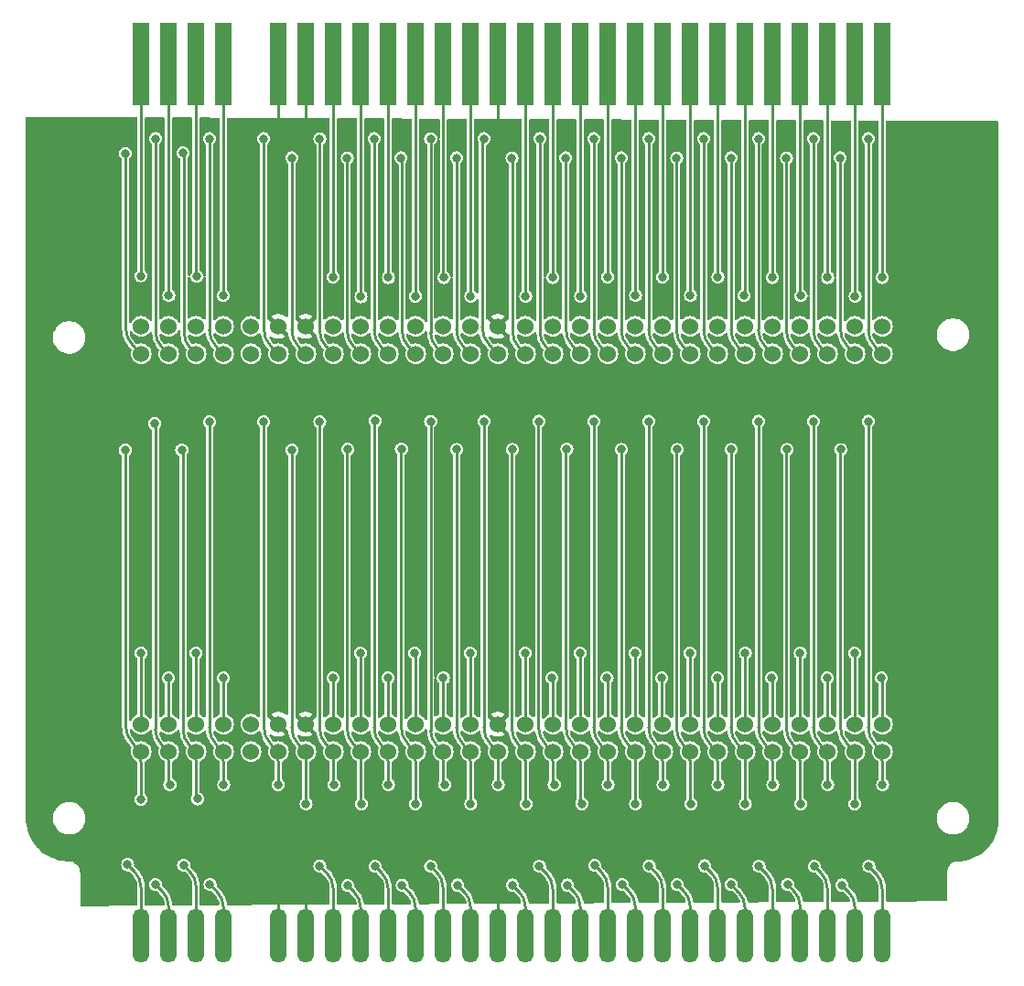
<source format=gbr>
%TF.GenerationSoftware,KiCad,Pcbnew,8.0.0*%
%TF.CreationDate,2024-03-05T08:56:25+01:00*%
%TF.ProjectId,ZX Spectrum_ BUS Expander,5a582053-7065-4637-9472-756d2c204255,rev?*%
%TF.SameCoordinates,Original*%
%TF.FileFunction,Copper,L2,Bot*%
%TF.FilePolarity,Positive*%
%FSLAX46Y46*%
G04 Gerber Fmt 4.6, Leading zero omitted, Abs format (unit mm)*
G04 Created by KiCad (PCBNEW 8.0.0) date 2024-03-05 08:56:25*
%MOMM*%
%LPD*%
G01*
G04 APERTURE LIST*
G04 Aperture macros list*
%AMRoundRect*
0 Rectangle with rounded corners*
0 $1 Rounding radius*
0 $2 $3 $4 $5 $6 $7 $8 $9 X,Y pos of 4 corners*
0 Add a 4 corners polygon primitive as box body*
4,1,4,$2,$3,$4,$5,$6,$7,$8,$9,$2,$3,0*
0 Add four circle primitives for the rounded corners*
1,1,$1+$1,$2,$3*
1,1,$1+$1,$4,$5*
1,1,$1+$1,$6,$7*
1,1,$1+$1,$8,$9*
0 Add four rect primitives between the rounded corners*
20,1,$1+$1,$2,$3,$4,$5,0*
20,1,$1+$1,$4,$5,$6,$7,0*
20,1,$1+$1,$6,$7,$8,$9,0*
20,1,$1+$1,$8,$9,$2,$3,0*%
G04 Aperture macros list end*
%TA.AperFunction,ComponentPad*%
%ADD10C,1.524000*%
%TD*%
%TA.AperFunction,SMDPad,CuDef*%
%ADD11RoundRect,0.762000X0.000000X-1.738000X0.000000X-1.738000X0.000000X1.738000X0.000000X1.738000X0*%
%TD*%
%TA.AperFunction,SMDPad,CuDef*%
%ADD12R,1.524000X7.620000*%
%TD*%
%TA.AperFunction,ViaPad*%
%ADD13C,0.800000*%
%TD*%
%TA.AperFunction,Conductor*%
%ADD14C,0.250000*%
%TD*%
G04 APERTURE END LIST*
D10*
%TO.P,J1,*%
%TO.N,*%
X115646200Y-80010000D03*
X115646200Y-82550000D03*
%TO.P,J1,A1,Pin_a1*%
%TO.N,A15*%
X105486200Y-82550000D03*
%TO.P,J1,A2,Pin_a2*%
%TO.N,A13*%
X108026200Y-82550000D03*
%TO.P,J1,A3,Pin_a3*%
%TO.N,D7*%
X110566200Y-82550000D03*
%TO.P,J1,A4,Pin_a4*%
%TO.N,~{OEM_ROM1}*%
X113106200Y-82550000D03*
%TO.P,J1,A6,Pin_a6*%
%TO.N,D0*%
X118186200Y-82550000D03*
%TO.P,J1,A7,Pin_a7*%
%TO.N,D1*%
X120726200Y-82550000D03*
%TO.P,J1,A8,Pin_a8*%
%TO.N,D2*%
X123266200Y-82550000D03*
%TO.P,J1,A9,Pin_a9*%
%TO.N,D6*%
X125806200Y-82550000D03*
%TO.P,J1,A10,Pin_a10*%
%TO.N,D5*%
X128346200Y-82550000D03*
%TO.P,J1,A11,Pin_a11*%
%TO.N,D3*%
X130886200Y-82550000D03*
%TO.P,J1,A12,Pin_a12*%
%TO.N,D4*%
X133426200Y-82550000D03*
%TO.P,J1,A13,Pin_a13*%
%TO.N,~{INT}*%
X135966200Y-82550000D03*
%TO.P,J1,A14,Pin_a14*%
%TO.N,~{NMI}*%
X138506200Y-82550000D03*
%TO.P,J1,A15,Pin_a15*%
%TO.N,~{HALT}*%
X141046200Y-82550000D03*
%TO.P,J1,A16,Pin_a16*%
%TO.N,~{MREQ}*%
X143586200Y-82550000D03*
%TO.P,J1,A17,Pin_a17*%
%TO.N,~{IORQ}*%
X146126200Y-82550000D03*
%TO.P,J1,A18,Pin_a18*%
%TO.N,~{RD}*%
X148666200Y-82550000D03*
%TO.P,J1,A19,Pin_a19*%
%TO.N,~{WR}*%
X151206200Y-82550000D03*
%TO.P,J1,A20,Pin_a20*%
%TO.N,-5V*%
X153746200Y-82550000D03*
%TO.P,J1,A21,Pin_a21*%
%TO.N,~{WAIT}*%
X156286200Y-82550000D03*
%TO.P,J1,A22,Pin_a22*%
%TO.N,+12V*%
X158826200Y-82550000D03*
%TO.P,J1,A23,Pin_a23*%
%TO.N,12VAC*%
X161366200Y-82550000D03*
%TO.P,J1,A24,Pin_a24*%
%TO.N,~{M1}*%
X163906200Y-82550000D03*
%TO.P,J1,A25,Pin_a25*%
%TO.N,~{RFSH}*%
X166446200Y-82550000D03*
%TO.P,J1,A26,Pin_a26*%
%TO.N,A8*%
X168986200Y-82550000D03*
%TO.P,J1,A27,Pin_a27*%
%TO.N,A10*%
X171526200Y-82550000D03*
%TO.P,J1,A28,Pin_a28*%
%TO.N,RESET{slash}NC*%
X174066200Y-82550000D03*
%TO.P,J1,B1,Pin_b1*%
%TO.N,A14*%
X105486200Y-80010000D03*
%TO.P,J1,B2,Pin_b2*%
%TO.N,A12*%
X108026200Y-80010000D03*
%TO.P,J1,B3,Pin_b3*%
%TO.N,+5V*%
X110566200Y-80010000D03*
%TO.P,J1,B4,Pin_b4*%
%TO.N,+9V*%
X113106200Y-80010000D03*
%TO.P,J1,B6,Pin_b6*%
%TO.N,GND*%
X118186200Y-80010000D03*
%TO.P,J1,B7,Pin_b7*%
X120726200Y-80010000D03*
%TO.P,J1,B8,Pin_b8*%
%TO.N,~{CLK}*%
X123266200Y-80010000D03*
%TO.P,J1,B9,Pin_b9*%
%TO.N,A0*%
X125806200Y-80010000D03*
%TO.P,J1,B10,Pin_b10*%
%TO.N,A1*%
X128346200Y-80010000D03*
%TO.P,J1,B11,Pin_b11*%
%TO.N,A2*%
X130886200Y-80010000D03*
%TO.P,J1,B12,Pin_b12*%
%TO.N,A3*%
X133426200Y-80010000D03*
%TO.P,J1,B13,Pin_b13*%
%TO.N,~{IORQGE}*%
X135966200Y-80010000D03*
%TO.P,J1,B14,Pin_b14*%
%TO.N,GND*%
X138506200Y-80010000D03*
%TO.P,J1,B15,Pin_b15*%
%TO.N,~{OE_ROM2{slash}VIDEO}*%
X141046200Y-80010000D03*
%TO.P,J1,B16,Pin_b16*%
%TO.N,~{Y}*%
X143586200Y-80010000D03*
%TO.P,J1,B17,Pin_b17*%
%TO.N,V*%
X146126200Y-80010000D03*
%TO.P,J1,B18,Pin_b18*%
%TO.N,U*%
X148666200Y-80010000D03*
%TO.P,J1,B19,Pin_b19*%
%TO.N,~{BUSRQ}*%
X151206200Y-80010000D03*
%TO.P,J1,B20,Pin_b20*%
%TO.N,~{RESET}*%
X153746200Y-80010000D03*
%TO.P,J1,B21,Pin_b21*%
%TO.N,A7*%
X156286200Y-80010000D03*
%TO.P,J1,B22,Pin_b22*%
%TO.N,A6*%
X158826200Y-80010000D03*
%TO.P,J1,B23,Pin_b23*%
%TO.N,A5*%
X161366200Y-80010000D03*
%TO.P,J1,B24,Pin_b24*%
%TO.N,A4*%
X163906200Y-80010000D03*
%TO.P,J1,B25,Pin_b25*%
%TO.N,~{ROMCS}*%
X166446200Y-80010000D03*
%TO.P,J1,B26,Pin_b26*%
%TO.N,~{BUSACK}*%
X168986200Y-80010000D03*
%TO.P,J1,B27,Pin_b27*%
%TO.N,A9*%
X171526200Y-80010000D03*
%TO.P,J1,B28,Pin_b28*%
%TO.N,A11*%
X174066200Y-80010000D03*
%TD*%
D11*
%TO.P,Z1,B1,A14*%
%TO.N,A14*%
X105486200Y-136398000D03*
%TO.P,Z1,B2,A12*%
%TO.N,A12*%
X108026200Y-136398000D03*
%TO.P,Z1,B3,+5v*%
%TO.N,+5V*%
X110566200Y-136398000D03*
%TO.P,Z1,B4,+9V*%
%TO.N,+9V*%
X113106200Y-136398000D03*
%TO.P,Z1,B6,GND*%
%TO.N,GND*%
X118186200Y-136398000D03*
%TO.P,Z1,B7,GND*%
X120726200Y-136398000D03*
%TO.P,Z1,B8,~{CLK}*%
%TO.N,~{CLK}*%
X123266200Y-136398000D03*
%TO.P,Z1,B9,A0*%
%TO.N,A0*%
X125806200Y-136398000D03*
%TO.P,Z1,B10,A1*%
%TO.N,A1*%
X128346200Y-136398000D03*
%TO.P,Z1,B11,A2*%
%TO.N,A2*%
X130886200Y-136398000D03*
%TO.P,Z1,B12,A3*%
%TO.N,A3*%
X133426200Y-136398000D03*
%TO.P,Z1,B13,~{IORQGE}*%
%TO.N,~{IORQGE}*%
X135966200Y-136398000D03*
%TO.P,Z1,B14,GND*%
%TO.N,GND*%
X138506200Y-136398000D03*
%TO.P,Z1,B15,~{OE_ROM2}*%
%TO.N,~{OE_ROM2{slash}VIDEO}*%
X141046200Y-136398000D03*
%TO.P,Z1,B16,~{Y}*%
%TO.N,~{Y}*%
X143586200Y-136398000D03*
%TO.P,Z1,B17,V*%
%TO.N,V*%
X146126200Y-136398000D03*
%TO.P,Z1,B18,U*%
%TO.N,U*%
X148666200Y-136398000D03*
%TO.P,Z1,B19,~{BUSRQ}*%
%TO.N,~{BUSRQ}*%
X151206200Y-136398000D03*
%TO.P,Z1,B20,~{RESET}*%
%TO.N,~{RESET}*%
X153746200Y-136398000D03*
%TO.P,Z1,B21,A7*%
%TO.N,A7*%
X156286200Y-136398000D03*
%TO.P,Z1,B22,A6*%
%TO.N,A6*%
X158826200Y-136398000D03*
%TO.P,Z1,B23,A5*%
%TO.N,A5*%
X161366200Y-136398000D03*
%TO.P,Z1,B24,A4*%
%TO.N,A4*%
X163906200Y-136398000D03*
%TO.P,Z1,B25,~{ROMCS}*%
%TO.N,~{ROMCS}*%
X166446200Y-136398000D03*
%TO.P,Z1,B26,~{BUSACK}*%
%TO.N,~{BUSACK}*%
X168986200Y-136398000D03*
%TO.P,Z1,B27,A9*%
%TO.N,A9*%
X171526200Y-136398000D03*
%TO.P,Z1,B28,A11*%
%TO.N,A11*%
X174066200Y-136398000D03*
%TD*%
D10*
%TO.P,J2,*%
%TO.N,*%
X115646200Y-116840000D03*
X115646200Y-119380000D03*
%TO.P,J2,A1,Pin_a1*%
%TO.N,A15*%
X105486200Y-119380000D03*
%TO.P,J2,A2,Pin_a2*%
%TO.N,A13*%
X108026200Y-119380000D03*
%TO.P,J2,A3,Pin_a3*%
%TO.N,D7*%
X110566200Y-119380000D03*
%TO.P,J2,A4,Pin_a4*%
%TO.N,~{OEM_ROM1}*%
X113106200Y-119380000D03*
%TO.P,J2,A6,Pin_a6*%
%TO.N,D0*%
X118186200Y-119380000D03*
%TO.P,J2,A7,Pin_a7*%
%TO.N,D1*%
X120726200Y-119380000D03*
%TO.P,J2,A8,Pin_a8*%
%TO.N,D2*%
X123266200Y-119380000D03*
%TO.P,J2,A9,Pin_a9*%
%TO.N,D6*%
X125806200Y-119380000D03*
%TO.P,J2,A10,Pin_a10*%
%TO.N,D5*%
X128346200Y-119380000D03*
%TO.P,J2,A11,Pin_a11*%
%TO.N,D3*%
X130886200Y-119380000D03*
%TO.P,J2,A12,Pin_a12*%
%TO.N,D4*%
X133426200Y-119380000D03*
%TO.P,J2,A13,Pin_a13*%
%TO.N,~{INT}*%
X135966200Y-119380000D03*
%TO.P,J2,A14,Pin_a14*%
%TO.N,~{NMI}*%
X138506200Y-119380000D03*
%TO.P,J2,A15,Pin_a15*%
%TO.N,~{HALT}*%
X141046200Y-119380000D03*
%TO.P,J2,A16,Pin_a16*%
%TO.N,~{MREQ}*%
X143586200Y-119380000D03*
%TO.P,J2,A17,Pin_a17*%
%TO.N,~{IORQ}*%
X146126200Y-119380000D03*
%TO.P,J2,A18,Pin_a18*%
%TO.N,~{RD}*%
X148666200Y-119380000D03*
%TO.P,J2,A19,Pin_a19*%
%TO.N,~{WR}*%
X151206200Y-119380000D03*
%TO.P,J2,A20,Pin_a20*%
%TO.N,-5V*%
X153746200Y-119380000D03*
%TO.P,J2,A21,Pin_a21*%
%TO.N,~{WAIT}*%
X156286200Y-119380000D03*
%TO.P,J2,A22,Pin_a22*%
%TO.N,+12V*%
X158826200Y-119380000D03*
%TO.P,J2,A23,Pin_a23*%
%TO.N,12VAC*%
X161366200Y-119380000D03*
%TO.P,J2,A24,Pin_a24*%
%TO.N,~{M1}*%
X163906200Y-119380000D03*
%TO.P,J2,A25,Pin_a25*%
%TO.N,~{RFSH}*%
X166446200Y-119380000D03*
%TO.P,J2,A26,Pin_a26*%
%TO.N,A8*%
X168986200Y-119380000D03*
%TO.P,J2,A27,Pin_a27*%
%TO.N,A10*%
X171526200Y-119380000D03*
%TO.P,J2,A28,Pin_a28*%
%TO.N,RESET{slash}NC*%
X174066200Y-119380000D03*
%TO.P,J2,B1,Pin_b1*%
%TO.N,A14*%
X105486200Y-116840000D03*
%TO.P,J2,B2,Pin_b2*%
%TO.N,A12*%
X108026200Y-116840000D03*
%TO.P,J2,B3,Pin_b3*%
%TO.N,+5V*%
X110566200Y-116840000D03*
%TO.P,J2,B4,Pin_b4*%
%TO.N,+9V*%
X113106200Y-116840000D03*
%TO.P,J2,B6,Pin_b6*%
%TO.N,GND*%
X118186200Y-116840000D03*
%TO.P,J2,B7,Pin_b7*%
X120726200Y-116840000D03*
%TO.P,J2,B8,Pin_b8*%
%TO.N,~{CLK}*%
X123266200Y-116840000D03*
%TO.P,J2,B9,Pin_b9*%
%TO.N,A0*%
X125806200Y-116840000D03*
%TO.P,J2,B10,Pin_b10*%
%TO.N,A1*%
X128346200Y-116840000D03*
%TO.P,J2,B11,Pin_b11*%
%TO.N,A2*%
X130886200Y-116840000D03*
%TO.P,J2,B12,Pin_b12*%
%TO.N,A3*%
X133426200Y-116840000D03*
%TO.P,J2,B13,Pin_b13*%
%TO.N,~{IORQGE}*%
X135966200Y-116840000D03*
%TO.P,J2,B14,Pin_b14*%
%TO.N,GND*%
X138506200Y-116840000D03*
%TO.P,J2,B15,Pin_b15*%
%TO.N,~{OE_ROM2{slash}VIDEO}*%
X141046200Y-116840000D03*
%TO.P,J2,B16,Pin_b16*%
%TO.N,~{Y}*%
X143586200Y-116840000D03*
%TO.P,J2,B17,Pin_b17*%
%TO.N,V*%
X146126200Y-116840000D03*
%TO.P,J2,B18,Pin_b18*%
%TO.N,U*%
X148666200Y-116840000D03*
%TO.P,J2,B19,Pin_b19*%
%TO.N,~{BUSRQ}*%
X151206200Y-116840000D03*
%TO.P,J2,B20,Pin_b20*%
%TO.N,~{RESET}*%
X153746200Y-116840000D03*
%TO.P,J2,B21,Pin_b21*%
%TO.N,A7*%
X156286200Y-116840000D03*
%TO.P,J2,B22,Pin_b22*%
%TO.N,A6*%
X158826200Y-116840000D03*
%TO.P,J2,B23,Pin_b23*%
%TO.N,A5*%
X161366200Y-116840000D03*
%TO.P,J2,B24,Pin_b24*%
%TO.N,A4*%
X163906200Y-116840000D03*
%TO.P,J2,B25,Pin_b25*%
%TO.N,~{ROMCS}*%
X166446200Y-116840000D03*
%TO.P,J2,B26,Pin_b26*%
%TO.N,~{BUSACK}*%
X168986200Y-116840000D03*
%TO.P,J2,B27,Pin_b27*%
%TO.N,A9*%
X171526200Y-116840000D03*
%TO.P,J2,B28,Pin_b28*%
%TO.N,A11*%
X174066200Y-116840000D03*
%TD*%
D12*
%TO.P,Z2,B1,A14*%
%TO.N,A14*%
X105486200Y-55753000D03*
%TO.P,Z2,B2,A12*%
%TO.N,A12*%
X108026200Y-55753000D03*
%TO.P,Z2,B3,+5v*%
%TO.N,+5V*%
X110566200Y-55753000D03*
%TO.P,Z2,B4,+9V*%
%TO.N,+9V*%
X113106200Y-55753000D03*
%TO.P,Z2,B6,GND*%
%TO.N,GND*%
X118186200Y-55753000D03*
%TO.P,Z2,B7,GND*%
X120726200Y-55753000D03*
%TO.P,Z2,B8,~{CLK}*%
%TO.N,~{CLK}*%
X123266200Y-55753000D03*
%TO.P,Z2,B9,A0*%
%TO.N,A0*%
X125806200Y-55753000D03*
%TO.P,Z2,B10,A1*%
%TO.N,A1*%
X128346200Y-55753000D03*
%TO.P,Z2,B11,A2*%
%TO.N,A2*%
X130886200Y-55753000D03*
%TO.P,Z2,B12,A3*%
%TO.N,A3*%
X133426200Y-55753000D03*
%TO.P,Z2,B13,~{IORQGE}*%
%TO.N,~{IORQGE}*%
X135966200Y-55753000D03*
%TO.P,Z2,B14,GND*%
%TO.N,GND*%
X138506200Y-55753000D03*
%TO.P,Z2,B15,~{OE_ROM2}*%
%TO.N,~{OE_ROM2{slash}VIDEO}*%
X141046200Y-55753000D03*
%TO.P,Z2,B16,~{Y}*%
%TO.N,~{Y}*%
X143586200Y-55753000D03*
%TO.P,Z2,B17,V*%
%TO.N,V*%
X146126200Y-55753000D03*
%TO.P,Z2,B18,U*%
%TO.N,U*%
X148666200Y-55753000D03*
%TO.P,Z2,B19,~{BUSRQ}*%
%TO.N,~{BUSRQ}*%
X151206200Y-55753000D03*
%TO.P,Z2,B20,~{RESET}*%
%TO.N,~{RESET}*%
X153746200Y-55753000D03*
%TO.P,Z2,B21,A7*%
%TO.N,A7*%
X156286200Y-55753000D03*
%TO.P,Z2,B22,A6*%
%TO.N,A6*%
X158826200Y-55753000D03*
%TO.P,Z2,B23,A5*%
%TO.N,A5*%
X161366200Y-55753000D03*
%TO.P,Z2,B24,A4*%
%TO.N,A4*%
X163906200Y-55753000D03*
%TO.P,Z2,B25,~{ROMCS}*%
%TO.N,~{ROMCS}*%
X166446200Y-55753000D03*
%TO.P,Z2,B26,~{BUSACK}*%
%TO.N,~{BUSACK}*%
X168986200Y-55753000D03*
%TO.P,Z2,B27,A9*%
%TO.N,A9*%
X171526200Y-55753000D03*
%TO.P,Z2,B28,A11*%
%TO.N,A11*%
X174066200Y-55753000D03*
%TD*%
D13*
%TO.N,A15*%
X104038000Y-64008000D03*
X105480000Y-123790000D03*
X104030000Y-91460800D03*
%TO.N,A13*%
X108152600Y-122428000D03*
X106832000Y-62636400D03*
X106750000Y-89000000D03*
%TO.N,D7*%
X109250000Y-91460800D03*
X110692600Y-123748800D03*
X109372000Y-63957200D03*
%TO.N,~{OEM_ROM1}*%
X111811000Y-62636400D03*
X111811000Y-88849200D03*
X113131600Y-122428000D03*
%TO.N,D0*%
X116840000Y-62636400D03*
X116840000Y-88849200D03*
X118160600Y-122428000D03*
%TO.N,D1*%
X120751600Y-124206000D03*
X119461000Y-91460800D03*
X119431000Y-64414400D03*
%TO.N,D2*%
X122021600Y-88849200D03*
X122022000Y-62636400D03*
X123342600Y-122428000D03*
%TO.N,D6*%
X124562000Y-64414400D03*
X125882600Y-124206000D03*
X124612400Y-91380000D03*
%TO.N,D5*%
X127152400Y-88747600D03*
X128371600Y-122428000D03*
X127051000Y-62636400D03*
%TO.N,D3*%
X129570000Y-91359200D03*
X130860600Y-124206000D03*
X129540000Y-64414400D03*
%TO.N,D4*%
X133603600Y-122428000D03*
X132283000Y-62636400D03*
X132283000Y-88798400D03*
%TO.N,~{INT}*%
X135991600Y-124206000D03*
X134671000Y-64414400D03*
X134701000Y-91410000D03*
%TO.N,~{NMI}*%
X137211000Y-62636400D03*
X138531600Y-122428000D03*
X137211000Y-88798400D03*
%TO.N,~{HALT}*%
X141122600Y-124206000D03*
X139832000Y-91410000D03*
X139802000Y-64414400D03*
%TO.N,~{MREQ}*%
X142290000Y-88798400D03*
X143712600Y-122428000D03*
X142392000Y-62636400D03*
%TO.N,~{IORQ}*%
X144780000Y-64414400D03*
X146260000Y-124190000D03*
X144880800Y-91361600D03*
%TO.N,~{RD}*%
X147371000Y-62636400D03*
X147371000Y-88798400D03*
X148691600Y-122428000D03*
%TO.N,~{WR}*%
X149911000Y-64414400D03*
X149941000Y-91410000D03*
X151231600Y-124206000D03*
%TO.N,-5V*%
X153771600Y-122428000D03*
X152451000Y-88798400D03*
X152451000Y-62636400D03*
%TO.N,~{WAIT}*%
X155042000Y-64414400D03*
X155072000Y-91410000D03*
X156362600Y-124206000D03*
%TO.N,+12V*%
X157531000Y-62636400D03*
X157531000Y-88798400D03*
X158851600Y-122428000D03*
%TO.N,12VAC*%
X160101000Y-91410000D03*
X160071000Y-64414400D03*
X161391600Y-124206000D03*
%TO.N,~{M1}*%
X162600000Y-62640000D03*
X163931600Y-122428000D03*
X162611000Y-88798400D03*
%TO.N,~{RFSH}*%
X165232000Y-91410000D03*
X165202000Y-64414400D03*
X166522600Y-124206000D03*
%TO.N,A8*%
X169011600Y-122428000D03*
X167691000Y-62636400D03*
X167691000Y-88798400D03*
%TO.N,A10*%
X171500600Y-124206000D03*
X170180000Y-64414400D03*
X170210000Y-91410000D03*
%TO.N,RESET{slash}NC*%
X174091600Y-122428000D03*
X172771000Y-62636400D03*
X172771000Y-88798400D03*
%TO.N,A14*%
X105461000Y-75336400D03*
X104241800Y-129844600D03*
X105486200Y-110250000D03*
%TO.N,A12*%
X106832800Y-131673600D03*
X108052000Y-77165200D03*
X108026200Y-112547200D03*
%TO.N,+5V*%
X110566200Y-110250000D03*
X109423800Y-129895600D03*
X110642000Y-75387200D03*
%TO.N,+9V*%
X113106200Y-112547200D03*
X113081000Y-77165200D03*
X111861800Y-131673600D03*
%TO.N,GND*%
X120650000Y-68021200D03*
X137210800Y-129895600D03*
X119380000Y-129946400D03*
X138532000Y-67970400D03*
X118161000Y-68021200D03*
%TO.N,~{CLK}*%
X123241000Y-75438000D03*
X122021800Y-129946600D03*
X123240800Y-112547200D03*
%TO.N,A0*%
X125781000Y-110250000D03*
X124612800Y-131775600D03*
X125832000Y-77266800D03*
%TO.N,A1*%
X128372000Y-75488800D03*
X128321000Y-112547200D03*
X127152800Y-129997600D03*
%TO.N,A2*%
X129641800Y-131724600D03*
X130861000Y-77216000D03*
X130810000Y-110250000D03*
%TO.N,A3*%
X132283800Y-129997600D03*
X133502000Y-75488800D03*
X133452000Y-112547200D03*
%TO.N,~{IORQGE}*%
X135941000Y-110250000D03*
X134772800Y-131724600D03*
X135992000Y-77216000D03*
%TO.N,~{OE_ROM2{slash}VIDEO}*%
X139852800Y-131724600D03*
X141072000Y-77216000D03*
X141021000Y-110250000D03*
%TO.N,~{Y}*%
X143510000Y-112550000D03*
X142341800Y-129997600D03*
X143561000Y-75488800D03*
%TO.N,V*%
X146101000Y-110250000D03*
X146152000Y-77216000D03*
X144932800Y-131724600D03*
%TO.N,U*%
X148641000Y-75438000D03*
X147460000Y-129908400D03*
X148600000Y-112560000D03*
%TO.N,~{BUSRQ}*%
X151232000Y-77165200D03*
X151180000Y-110250000D03*
X150012800Y-131673600D03*
%TO.N,~{RESET}*%
X153721000Y-75438000D03*
X152501800Y-129946600D03*
X153670000Y-112547200D03*
%TO.N,A7*%
X155092800Y-131673600D03*
X156312000Y-77165200D03*
X156261000Y-110250000D03*
%TO.N,A6*%
X158852000Y-75438000D03*
X158801000Y-112547200D03*
X157632800Y-129946600D03*
%TO.N,A5*%
X161290000Y-77165200D03*
X160070800Y-131673600D03*
X161391600Y-110250000D03*
%TO.N,A4*%
X162661800Y-129997600D03*
X163830000Y-112547200D03*
X163881000Y-75488800D03*
%TO.N,~{ROMCS}*%
X166522000Y-77165200D03*
X165303800Y-131673600D03*
X166472000Y-110250000D03*
%TO.N,~{BUSACK}*%
X167792800Y-129997600D03*
X169012000Y-75488800D03*
X168961000Y-112547200D03*
%TO.N,A9*%
X170332800Y-131724600D03*
X171552000Y-77216000D03*
X171501000Y-110250000D03*
%TO.N,A11*%
X173990000Y-112547200D03*
X172821800Y-129997600D03*
X174041000Y-75488800D03*
%TD*%
D14*
%TO.N,A15*%
X104038000Y-64008000D02*
X104038000Y-80077767D01*
X104762100Y-81825900D02*
X105486200Y-82550000D01*
X104030000Y-91460800D02*
X104034000Y-91464800D01*
X104038000Y-116907767D02*
X104038000Y-91474456D01*
X105486200Y-123581773D02*
X105486200Y-120404032D01*
X104762099Y-118655901D02*
G75*
G02*
X105486186Y-120404032I-1748099J-1748099D01*
G01*
X104038000Y-80077767D02*
G75*
G03*
X104762091Y-81825909I2472200J-33D01*
G01*
X104038000Y-116907767D02*
G75*
G03*
X104762091Y-118655909I2472200J-33D01*
G01*
X105486200Y-123581773D02*
G75*
G02*
X105422408Y-123735808I-217800J-27D01*
G01*
X104033999Y-91464801D02*
G75*
G02*
X104038017Y-91474456I-9699J-9699D01*
G01*
%TO.N,A13*%
X106832400Y-80512055D02*
X106832400Y-62637082D01*
X106832000Y-62636400D02*
X106832200Y-62636600D01*
X106807000Y-89097305D02*
X106807000Y-117298695D01*
X106778500Y-89028500D02*
X106750000Y-89000000D01*
X108026200Y-120242104D02*
X108026200Y-122212221D01*
X107429300Y-81953100D02*
X108026200Y-82550000D01*
X108152600Y-122428000D02*
X108089400Y-122364800D01*
X106832400Y-80512055D02*
G75*
G03*
X107429287Y-81953113I2037900J-45D01*
G01*
X107416600Y-118770400D02*
G75*
G02*
X108026198Y-120242104I-1471700J-1471700D01*
G01*
X108026200Y-122212221D02*
G75*
G03*
X108089406Y-122364794I215800J21D01*
G01*
X106778499Y-89028501D02*
G75*
G02*
X106806997Y-89097305I-68799J-68799D01*
G01*
X106832200Y-62636600D02*
G75*
G02*
X106832407Y-62637082I-500J-500D01*
G01*
X106807000Y-117298695D02*
G75*
G03*
X107416599Y-118770401I2081300J-5D01*
G01*
%TO.N,D7*%
X110022700Y-82006500D02*
X110566200Y-82550000D01*
X109372000Y-91669067D02*
X109372000Y-117341373D01*
X110566200Y-123533021D02*
X110566200Y-120224426D01*
X109425600Y-64010800D02*
X109372000Y-63957200D01*
X109311000Y-91521800D02*
X109250000Y-91460800D01*
X109479200Y-64140201D02*
X109479200Y-80694374D01*
X110629400Y-123685600D02*
X110692600Y-123748800D01*
X109372000Y-117341373D02*
G75*
G03*
X109969092Y-118782908I2038600J-27D01*
G01*
X109479200Y-80694374D02*
G75*
G03*
X110022693Y-82006507I1855600J-26D01*
G01*
X109969099Y-118782901D02*
G75*
G02*
X110566188Y-120224426I-1441499J-1441499D01*
G01*
X110566200Y-123533021D02*
G75*
G03*
X110629406Y-123685594I215800J21D01*
G01*
X109311000Y-91521800D02*
G75*
G02*
X109372013Y-91669067I-147300J-147300D01*
G01*
X109425600Y-64010800D02*
G75*
G02*
X109479199Y-64140201I-129400J-129400D01*
G01*
%TO.N,~{OEM_ROM1}*%
X111811000Y-88849200D02*
X111811000Y-117168955D01*
X113106200Y-122384639D02*
X113106200Y-120295844D01*
X111810800Y-80338613D02*
X111810800Y-62636741D01*
X113118900Y-122415300D02*
X113131600Y-122428000D01*
X112458500Y-81902300D02*
X113106200Y-82550000D01*
X111811000Y-62636400D02*
X111810900Y-62636500D01*
X111810901Y-62636501D02*
G75*
G03*
X111810821Y-62636738I199J-199D01*
G01*
X111810800Y-80338613D02*
G75*
G03*
X112458504Y-81902296I2211400J13D01*
G01*
X112458600Y-118732400D02*
G75*
G02*
X113106181Y-120295844I-1563400J-1563400D01*
G01*
X111811000Y-117168955D02*
G75*
G03*
X112458587Y-118732413I2211000J-45D01*
G01*
X113106200Y-122384639D02*
G75*
G03*
X113118912Y-122415288I43400J39D01*
G01*
%TO.N,D0*%
X118160600Y-122428000D02*
X118173400Y-122415200D01*
X116840000Y-117081892D02*
X116840000Y-88849200D01*
X116840000Y-62636400D02*
X116840000Y-80251892D01*
X117513100Y-81876900D02*
X118186200Y-82550000D01*
X118186200Y-120331907D02*
X118186200Y-122384298D01*
X116840000Y-117081892D02*
G75*
G03*
X117513098Y-118706902I2298100J-8D01*
G01*
X118186200Y-122384298D02*
G75*
G02*
X118173401Y-122415201I-43700J-2D01*
G01*
X116840000Y-80251892D02*
G75*
G03*
X117513098Y-81876902I2298100J-8D01*
G01*
X117513100Y-118706900D02*
G75*
G02*
X118186197Y-120331907I-1625000J-1625000D01*
G01*
%TO.N,D1*%
X120726200Y-124162639D02*
X120726200Y-119380000D01*
X119461000Y-91460800D02*
X119446000Y-91475800D01*
X119431000Y-117168955D02*
X119431000Y-91512013D01*
X120078600Y-81902400D02*
X120726200Y-82550000D01*
X120738900Y-124193300D02*
X120751600Y-124206000D01*
X119431000Y-64414400D02*
X119431000Y-80338955D01*
X120078600Y-118732400D02*
X120726200Y-119380000D01*
X119431000Y-117168955D02*
G75*
G03*
X120078587Y-118732413I2211000J-45D01*
G01*
X120726200Y-124162639D02*
G75*
G03*
X120738912Y-124193288I43400J39D01*
G01*
X119446000Y-91475800D02*
G75*
G03*
X119431006Y-91512013I36200J-36200D01*
G01*
X119431000Y-80338955D02*
G75*
G03*
X120078587Y-81902413I2211000J-45D01*
G01*
%TO.N,D2*%
X123304400Y-122389800D02*
X123342600Y-122428000D01*
X122022000Y-117256017D02*
X122022000Y-88849882D01*
X122644100Y-81927900D02*
X123266200Y-82550000D01*
X122022000Y-62636400D02*
X122022000Y-80426017D01*
X123266200Y-122297577D02*
X123266200Y-119380000D01*
X122644100Y-118757900D02*
X123266200Y-119380000D01*
X122021600Y-88849200D02*
X122021800Y-88849400D01*
X122021800Y-88849400D02*
G75*
G02*
X122022007Y-88849882I-500J-500D01*
G01*
X122022000Y-80426017D02*
G75*
G03*
X122644105Y-81927895I2124000J17D01*
G01*
X123266200Y-122297577D02*
G75*
G03*
X123304393Y-122389807I130400J-23D01*
G01*
X122022000Y-117256017D02*
G75*
G03*
X122644105Y-118757895I2124000J17D01*
G01*
%TO.N,D6*%
X124562000Y-80426017D02*
X124562000Y-64414400D01*
X125184100Y-81927900D02*
X125806200Y-82550000D01*
X125806200Y-124075577D02*
X125806200Y-119380000D01*
X124612400Y-91380000D02*
X124587200Y-91405200D01*
X125184100Y-118757900D02*
X125806200Y-119380000D01*
X125882600Y-124206000D02*
X125844400Y-124167800D01*
X124562000Y-117256017D02*
X124562000Y-91466038D01*
X124562000Y-80426017D02*
G75*
G03*
X125184105Y-81927895I2124000J17D01*
G01*
X125806200Y-124075577D02*
G75*
G03*
X125844393Y-124167807I130400J-23D01*
G01*
X124587200Y-91405200D02*
G75*
G03*
X124562016Y-91466038I60800J-60800D01*
G01*
X124562000Y-117256017D02*
G75*
G03*
X125184105Y-118757895I2124000J17D01*
G01*
%TO.N,D5*%
X127051000Y-62636400D02*
X127051000Y-80338955D01*
X127101700Y-88798300D02*
X127152400Y-88747600D01*
X127051000Y-88920700D02*
X127051000Y-117168955D01*
X128358900Y-122415300D02*
X128371600Y-122428000D01*
X127698600Y-81902400D02*
X128346200Y-82550000D01*
X128346200Y-120295844D02*
X128346200Y-122384639D01*
X127051000Y-117168955D02*
G75*
G03*
X127698587Y-118732413I2211000J-45D01*
G01*
X127101701Y-88798301D02*
G75*
G03*
X127051001Y-88920700I122399J-122399D01*
G01*
X127698600Y-118732400D02*
G75*
G02*
X128346181Y-120295844I-1563400J-1563400D01*
G01*
X127051000Y-80338955D02*
G75*
G03*
X127698587Y-81902413I2211000J-45D01*
G01*
X128346200Y-122384639D02*
G75*
G03*
X128358912Y-122415288I43400J39D01*
G01*
%TO.N,D3*%
X129540000Y-64414400D02*
X129590000Y-64464400D01*
X130263100Y-81926900D02*
X130886200Y-82550000D01*
X129540000Y-91410413D02*
X129540000Y-117081892D01*
X129640000Y-80422603D02*
X129640000Y-64585110D01*
X130873400Y-124193200D02*
X130860600Y-124206000D01*
X129570000Y-91359200D02*
X129555000Y-91374200D01*
X130886200Y-120331907D02*
X130886200Y-124162298D01*
X129555000Y-91374200D02*
G75*
G03*
X129540006Y-91410413I36200J-36200D01*
G01*
X129640000Y-80422603D02*
G75*
G03*
X130263101Y-81926899I2127400J3D01*
G01*
X130213100Y-118706900D02*
G75*
G02*
X130886197Y-120331907I-1625000J-1625000D01*
G01*
X129540000Y-117081892D02*
G75*
G03*
X130213098Y-118706902I2298100J-8D01*
G01*
X129590000Y-64464400D02*
G75*
G02*
X129639995Y-64585110I-120700J-120700D01*
G01*
X130886200Y-124162298D02*
G75*
G02*
X130873401Y-124193201I-43700J-2D01*
G01*
%TO.N,D4*%
X132283000Y-88798400D02*
X132283000Y-117428435D01*
X133426200Y-122125159D02*
X133426200Y-120188364D01*
X132283000Y-80598435D02*
X132283000Y-62636400D01*
X132854600Y-81978400D02*
X133426200Y-82550000D01*
X133514900Y-122339300D02*
X133603600Y-122428000D01*
X133426200Y-122125159D02*
G75*
G03*
X133514888Y-122339312I302800J-41D01*
G01*
X132283000Y-80598435D02*
G75*
G03*
X132854610Y-81978390I1951600J35D01*
G01*
X132854599Y-118808401D02*
G75*
G02*
X133426214Y-120188364I-1379999J-1379999D01*
G01*
X132283000Y-117428435D02*
G75*
G03*
X132854610Y-118808390I1951600J35D01*
G01*
%TO.N,~{INT}*%
X134671000Y-91461213D02*
X134671000Y-117168955D01*
X134671000Y-64414400D02*
X134671000Y-80338955D01*
X135966200Y-120295844D02*
X135966200Y-124162639D01*
X134686000Y-91425000D02*
X134701000Y-91410000D01*
X135318600Y-81902400D02*
X135966200Y-82550000D01*
X135991600Y-124206000D02*
X135978900Y-124193300D01*
X135966200Y-124162639D02*
G75*
G03*
X135978912Y-124193288I43400J39D01*
G01*
X135318600Y-118732400D02*
G75*
G02*
X135966181Y-120295844I-1563400J-1563400D01*
G01*
X134671000Y-80338955D02*
G75*
G03*
X135318587Y-81902413I2211000J-45D01*
G01*
X134671000Y-117168955D02*
G75*
G03*
X135318587Y-118732413I2211000J-45D01*
G01*
X134686000Y-91425000D02*
G75*
G03*
X134671006Y-91461213I36200J-36200D01*
G01*
%TO.N,~{NMI}*%
X138531600Y-122428000D02*
X138518900Y-122415300D01*
X138506200Y-119380000D02*
X138506200Y-122384639D01*
X137779700Y-81823500D02*
X138506200Y-82550000D01*
X137211000Y-117168955D02*
X137211000Y-88798400D01*
X137858600Y-118732400D02*
X138506200Y-119380000D01*
X137053200Y-80069573D02*
X137053200Y-62794200D01*
X137053200Y-80069573D02*
G75*
G03*
X137779692Y-81823508I2480400J-27D01*
G01*
X137211000Y-117168955D02*
G75*
G03*
X137858587Y-118732413I2211000J-45D01*
G01*
X138506200Y-122384639D02*
G75*
G03*
X138518912Y-122415288I43400J39D01*
G01*
%TO.N,~{HALT}*%
X139832000Y-91410000D02*
X139817000Y-91425000D01*
X141046200Y-120259782D02*
X141046200Y-124075577D01*
X140458100Y-81961900D02*
X141046200Y-82550000D01*
X139836000Y-64448400D02*
X139802000Y-64414400D01*
X139802000Y-117256017D02*
X139802000Y-91461213D01*
X139870000Y-64530483D02*
X139870000Y-80542101D01*
X141122600Y-124206000D02*
X141084400Y-124167800D01*
X139870000Y-80542101D02*
G75*
G03*
X140458100Y-81961900I2007900J1D01*
G01*
X139835999Y-64448401D02*
G75*
G02*
X139870006Y-64530483I-82099J-82099D01*
G01*
X139802000Y-117256017D02*
G75*
G03*
X140424105Y-118757895I2124000J17D01*
G01*
X141046200Y-124075577D02*
G75*
G03*
X141084393Y-124167807I130400J-23D01*
G01*
X139817000Y-91425000D02*
G75*
G03*
X139802006Y-91461213I36200J-36200D01*
G01*
X140424100Y-118757900D02*
G75*
G02*
X141046207Y-120259782I-1501900J-1501900D01*
G01*
%TO.N,~{MREQ}*%
X142250000Y-117098963D02*
X142250000Y-89040809D01*
X143712600Y-122428000D02*
X143649400Y-122364800D01*
X142989100Y-81952900D02*
X143586200Y-82550000D01*
X143586200Y-120324836D02*
X143586200Y-122212221D01*
X142392000Y-62636400D02*
X142392000Y-80511373D01*
X142392000Y-80511373D02*
G75*
G03*
X142989092Y-81952908I2038600J-27D01*
G01*
X142250000Y-117098963D02*
G75*
G03*
X142918089Y-118711911I2281000J-37D01*
G01*
X143586200Y-122212221D02*
G75*
G03*
X143649406Y-122364794I215800J21D01*
G01*
X142321000Y-88869400D02*
G75*
G03*
X142250004Y-89040809I171400J-171400D01*
G01*
X142918100Y-118711900D02*
G75*
G02*
X143586185Y-120324836I-1612900J-1612900D01*
G01*
%TO.N,~{IORQ}*%
X144780000Y-64414400D02*
X144780000Y-80251892D01*
X144780000Y-91533676D02*
X144780000Y-117081892D01*
X145453100Y-81876900D02*
X146126200Y-82550000D01*
X146062700Y-124066300D02*
X146160378Y-124163978D01*
X146126200Y-120331907D02*
X146126200Y-123785997D01*
X144880800Y-91361600D02*
X144830400Y-91412000D01*
X146260000Y-124190000D02*
X146223200Y-124190000D01*
X146126200Y-123785997D02*
G75*
G02*
X146062701Y-123939301I-216800J-3D01*
G01*
X144780000Y-117081892D02*
G75*
G03*
X145453098Y-118706902I2298100J-8D01*
G01*
X144830401Y-91412001D02*
G75*
G03*
X144779991Y-91533676I121699J-121699D01*
G01*
X145453100Y-118706900D02*
G75*
G02*
X146126197Y-120331907I-1625000J-1625000D01*
G01*
X144780000Y-80251892D02*
G75*
G03*
X145453098Y-81876902I2298100J-8D01*
G01*
X146062700Y-123939300D02*
G75*
G03*
X146062700Y-124066300I63500J-63500D01*
G01*
X146160378Y-124163978D02*
G75*
G03*
X146223200Y-124190012I62822J62778D01*
G01*
%TO.N,~{RD}*%
X148018600Y-81902400D02*
X148666200Y-82550000D01*
X147371000Y-80338955D02*
X147371000Y-62636400D01*
X148666200Y-120295844D02*
X148666200Y-122384639D01*
X148678900Y-122415300D02*
X148691600Y-122428000D01*
X147371000Y-117168955D02*
X147371000Y-88798400D01*
X148666200Y-122384639D02*
G75*
G03*
X148678912Y-122415288I43400J39D01*
G01*
X147371000Y-80338955D02*
G75*
G03*
X148018587Y-81902413I2211000J-45D01*
G01*
X147371000Y-117168955D02*
G75*
G03*
X148018587Y-118732413I2211000J-45D01*
G01*
X148018600Y-118732400D02*
G75*
G02*
X148666181Y-120295844I-1563400J-1563400D01*
G01*
%TO.N,~{WR}*%
X150558600Y-81902400D02*
X151206200Y-82550000D01*
X149910800Y-117168613D02*
X149910800Y-91461554D01*
X150558500Y-118732300D02*
X151206200Y-119380000D01*
X149911000Y-80338955D02*
X149911000Y-64414400D01*
X151206200Y-124162639D02*
X151206200Y-119380000D01*
X151218900Y-124193300D02*
X151231600Y-124206000D01*
X149941000Y-91410000D02*
X149925900Y-91425100D01*
X151206200Y-124162639D02*
G75*
G03*
X151218912Y-124193288I43400J39D01*
G01*
X149910800Y-117168613D02*
G75*
G03*
X150558504Y-118732296I2211400J13D01*
G01*
X149911000Y-80338955D02*
G75*
G03*
X150558587Y-81902413I2211000J-45D01*
G01*
X149925900Y-91425100D02*
G75*
G03*
X149910752Y-91461554I36400J-36500D01*
G01*
%TO.N,-5V*%
X152451000Y-88798400D02*
X152451000Y-117168955D01*
X152451000Y-80338955D02*
X152451000Y-62636400D01*
X153098600Y-81902400D02*
X153746200Y-82550000D01*
X153746200Y-120295844D02*
X153746200Y-122384639D01*
X153758900Y-122415300D02*
X153771600Y-122428000D01*
X152451000Y-80338955D02*
G75*
G03*
X153098587Y-81902413I2211000J-45D01*
G01*
X152451000Y-117168955D02*
G75*
G03*
X153098587Y-118732413I2211000J-45D01*
G01*
X153098600Y-118732400D02*
G75*
G02*
X153746181Y-120295844I-1563400J-1563400D01*
G01*
X153746200Y-122384639D02*
G75*
G03*
X153758912Y-122415288I43400J39D01*
G01*
%TO.N,~{WAIT}*%
X155042000Y-64414400D02*
X155042000Y-80426017D01*
X156362600Y-124206000D02*
X156324400Y-124167800D01*
X155042000Y-117256017D02*
X155042000Y-91461213D01*
X156286200Y-120259782D02*
X156286200Y-124075577D01*
X155664100Y-81927900D02*
X156286200Y-82550000D01*
X155072000Y-91410000D02*
X155057000Y-91425000D01*
X155664100Y-118757900D02*
G75*
G02*
X156286207Y-120259782I-1501900J-1501900D01*
G01*
X155042000Y-80426017D02*
G75*
G03*
X155664105Y-81927895I2124000J17D01*
G01*
X155042000Y-117256017D02*
G75*
G03*
X155664105Y-118757895I2124000J17D01*
G01*
X156286200Y-124075577D02*
G75*
G03*
X156324393Y-124167807I130400J-23D01*
G01*
X155057000Y-91425000D02*
G75*
G03*
X155042006Y-91461213I36200J-36200D01*
G01*
%TO.N,+12V*%
X158178600Y-81902400D02*
X158826200Y-82550000D01*
X158826200Y-120295844D02*
X158826200Y-122384639D01*
X157531000Y-88798400D02*
X157531000Y-117168955D01*
X158838900Y-122415300D02*
X158851600Y-122428000D01*
X157531000Y-62636400D02*
X157531000Y-80338955D01*
X158826200Y-122384639D02*
G75*
G03*
X158838912Y-122415288I43400J39D01*
G01*
X158178600Y-118732400D02*
G75*
G02*
X158826181Y-120295844I-1563400J-1563400D01*
G01*
X157531000Y-117168955D02*
G75*
G03*
X158178587Y-118732413I2211000J-45D01*
G01*
X157531000Y-80338955D02*
G75*
G03*
X158178587Y-81902413I2211000J-45D01*
G01*
%TO.N,12VAC*%
X160071000Y-64414400D02*
X160071000Y-80338955D01*
X160718600Y-81902400D02*
X161366200Y-82550000D01*
X160071000Y-91461213D02*
X160071000Y-117168955D01*
X160718600Y-118732400D02*
X161366200Y-119380000D01*
X161366200Y-119380000D02*
X161366200Y-124162639D01*
X161391600Y-124206000D02*
X161378900Y-124193300D01*
X160086000Y-91425000D02*
X160101000Y-91410000D01*
X160071000Y-117168955D02*
G75*
G03*
X160718587Y-118732413I2211000J-45D01*
G01*
X160071000Y-80338955D02*
G75*
G03*
X160718587Y-81902413I2211000J-45D01*
G01*
X161366200Y-124162639D02*
G75*
G03*
X161378912Y-124193288I43400J39D01*
G01*
X160086000Y-91425000D02*
G75*
G03*
X160071006Y-91461213I36200J-36200D01*
G01*
%TO.N,~{M1}*%
X163248100Y-81891900D02*
X163906200Y-82550000D01*
X162590000Y-62657071D02*
X162590000Y-80303106D01*
X162611000Y-117168955D02*
X162611000Y-88798400D01*
X163918900Y-122415300D02*
X163931600Y-122428000D01*
X162600000Y-62640000D02*
X162595000Y-62645000D01*
X163906200Y-120295844D02*
X163906200Y-122384639D01*
X162590000Y-80303106D02*
G75*
G03*
X163248102Y-81891898I2246900J6D01*
G01*
X163258600Y-118732400D02*
G75*
G02*
X163906181Y-120295844I-1563400J-1563400D01*
G01*
X163906200Y-122384639D02*
G75*
G03*
X163918912Y-122415288I43400J39D01*
G01*
X162595001Y-62645001D02*
G75*
G03*
X162589989Y-62657071I12099J-12099D01*
G01*
X162611000Y-117168955D02*
G75*
G03*
X163258587Y-118732413I2211000J-45D01*
G01*
%TO.N,~{RFSH}*%
X166484400Y-124167800D02*
X166522600Y-124206000D01*
X165202000Y-117256017D02*
X165202000Y-91461213D01*
X165232000Y-91410000D02*
X165217000Y-91425000D01*
X165824100Y-81927900D02*
X166446200Y-82550000D01*
X165202000Y-64414400D02*
X165202000Y-80426017D01*
X166446200Y-120259782D02*
X166446200Y-124075577D01*
X165824100Y-118757900D02*
G75*
G02*
X166446207Y-120259782I-1501900J-1501900D01*
G01*
X165202000Y-80426017D02*
G75*
G03*
X165824105Y-81927895I2124000J17D01*
G01*
X166446200Y-124075577D02*
G75*
G03*
X166484393Y-124167807I130400J-23D01*
G01*
X165202000Y-117256017D02*
G75*
G03*
X165824105Y-118757895I2124000J17D01*
G01*
X165217000Y-91425000D02*
G75*
G03*
X165202006Y-91461213I36200J-36200D01*
G01*
%TO.N,A8*%
X168338600Y-81902400D02*
X168986200Y-82550000D01*
X167691000Y-88798400D02*
X167691000Y-117168955D01*
X167691000Y-80338955D02*
X167691000Y-62636400D01*
X168986200Y-122384639D02*
X168986200Y-120295844D01*
X168998900Y-122415300D02*
X169011600Y-122428000D01*
X167691000Y-117168955D02*
G75*
G03*
X168338587Y-118732413I2211000J-45D01*
G01*
X168986200Y-122384639D02*
G75*
G03*
X168998912Y-122415288I43400J39D01*
G01*
X168338600Y-118732400D02*
G75*
G02*
X168986181Y-120295844I-1563400J-1563400D01*
G01*
X167691000Y-80338955D02*
G75*
G03*
X168338587Y-81902413I2211000J-45D01*
G01*
%TO.N,A10*%
X171513400Y-124193200D02*
X171500600Y-124206000D01*
X170180000Y-80251892D02*
X170180000Y-64414400D01*
X170853100Y-81876900D02*
X171526200Y-82550000D01*
X170195000Y-91425000D02*
X170210000Y-91410000D01*
X171526200Y-124162298D02*
X171526200Y-119380000D01*
X170853100Y-118706900D02*
X171526200Y-119380000D01*
X170180000Y-117081892D02*
X170180000Y-91461213D01*
X171526200Y-124162298D02*
G75*
G02*
X171513401Y-124193201I-43700J-2D01*
G01*
X170180000Y-117081892D02*
G75*
G03*
X170853098Y-118706902I2298100J-8D01*
G01*
X170180000Y-80251892D02*
G75*
G03*
X170853098Y-81876902I2298100J-8D01*
G01*
X170195000Y-91425000D02*
G75*
G03*
X170180006Y-91461213I36200J-36200D01*
G01*
%TO.N,RESET{slash}NC*%
X172771000Y-88798400D02*
X172771000Y-117168955D01*
X174066200Y-120295844D02*
X174066200Y-122384639D01*
X173418600Y-81902400D02*
X174066200Y-82550000D01*
X174091600Y-122428000D02*
X174078900Y-122415300D01*
X172771000Y-80338955D02*
X172771000Y-62636400D01*
X173418600Y-118732400D02*
G75*
G02*
X174066181Y-120295844I-1563400J-1563400D01*
G01*
X172771000Y-117168955D02*
G75*
G03*
X173418587Y-118732413I2211000J-45D01*
G01*
X172771000Y-80338955D02*
G75*
G03*
X173418587Y-81902413I2211000J-45D01*
G01*
X174066200Y-122384639D02*
G75*
G03*
X174078912Y-122415288I43400J39D01*
G01*
%TO.N,A14*%
X105486200Y-131968923D02*
X105486200Y-136398000D01*
X105486200Y-75293380D02*
X105486200Y-55753000D01*
X105473600Y-75323800D02*
X105461000Y-75336400D01*
X104241800Y-129844600D02*
X104864000Y-130466800D01*
X105486200Y-110250000D02*
X105486200Y-116840000D01*
X105486200Y-75293380D02*
G75*
G02*
X105473606Y-75323806I-43000J-20D01*
G01*
X104864000Y-130466800D02*
G75*
G02*
X105486190Y-131968923I-1502100J-1502100D01*
G01*
%TO.N,A12*%
X108026200Y-112547200D02*
X108026200Y-116840000D01*
X108052000Y-77165200D02*
X108039100Y-77152300D01*
X107429500Y-132270300D02*
X106832800Y-131673600D01*
X108026200Y-77121156D02*
X108026200Y-55753000D01*
X108026200Y-133710861D02*
X108026200Y-136398000D01*
X107429500Y-132270300D02*
G75*
G02*
X108026216Y-133710861I-1440600J-1440600D01*
G01*
X108026200Y-77121156D02*
G75*
G03*
X108039087Y-77152313I44000J-44D01*
G01*
%TO.N,+5V*%
X110642000Y-75387200D02*
X110604100Y-75349300D01*
X110566200Y-110250000D02*
X110566200Y-116840000D01*
X110566200Y-131845798D02*
X110566200Y-136398000D01*
X109423800Y-129895600D02*
X109995000Y-130466800D01*
X110566200Y-75257801D02*
X110566200Y-55753000D01*
X109995000Y-130466800D02*
G75*
G02*
X110566200Y-131845798I-1379000J-1379000D01*
G01*
X110566200Y-75257801D02*
G75*
G03*
X110604100Y-75349300I129400J1D01*
G01*
%TO.N,+9V*%
X111861800Y-131673600D02*
X112484000Y-132295800D01*
X113081000Y-77165200D02*
X113093600Y-77152600D01*
X113106200Y-77122180D02*
X113106200Y-55753000D01*
X113106200Y-112547200D02*
X113106200Y-116840000D01*
X113106200Y-133797923D02*
X113106200Y-136398000D01*
X113106200Y-77122180D02*
G75*
G02*
X113093606Y-77152606I-43000J-20D01*
G01*
X112484000Y-132295800D02*
G75*
G02*
X113106190Y-133797923I-1502100J-1502100D01*
G01*
%TO.N,GND*%
X138532000Y-67970400D02*
X138519100Y-67957500D01*
X120688100Y-67983100D02*
X120650000Y-68021200D01*
X120726200Y-126771400D02*
X120700800Y-126746000D01*
X118161000Y-68021200D02*
X118173600Y-68008600D01*
X120726200Y-67891118D02*
X120726200Y-55753000D01*
X138506200Y-67926356D02*
X138506200Y-55753000D01*
X118186200Y-131984344D02*
X118186200Y-136398000D01*
X138506200Y-126873000D02*
X138480800Y-126847600D01*
X120726200Y-132244507D02*
X120726200Y-136398000D01*
X118186200Y-67978180D02*
X118186200Y-55753000D01*
X118186200Y-129971800D02*
X118211600Y-129946400D01*
X120053100Y-130619500D02*
X119380000Y-129946400D01*
X138506200Y-132106986D02*
X138506200Y-136398000D01*
X118783100Y-130543300D02*
X119380000Y-129946400D01*
X137210800Y-129895600D02*
X137858500Y-130543300D01*
X120726200Y-67891118D02*
G75*
G02*
X120688095Y-67983095I-130100J18D01*
G01*
X120053100Y-130619500D02*
G75*
G02*
X120726197Y-132244507I-1625000J-1625000D01*
G01*
X138506200Y-67926356D02*
G75*
G03*
X138519087Y-67957513I44000J-44D01*
G01*
X118783101Y-130543301D02*
G75*
G03*
X118186219Y-131984344I1440999J-1440999D01*
G01*
X137858499Y-130543301D02*
G75*
G02*
X138506205Y-132106986I-1563699J-1563699D01*
G01*
X118186200Y-67978180D02*
G75*
G02*
X118173606Y-68008606I-43000J-20D01*
G01*
%TO.N,~{CLK}*%
X123266200Y-132070923D02*
X123266200Y-136398000D01*
X123266200Y-112703081D02*
X123266200Y-116840000D01*
X123241000Y-75438000D02*
X123253600Y-75425400D01*
X123228100Y-112611100D02*
X123190000Y-112573000D01*
X122021800Y-129946600D02*
X122644000Y-130568800D01*
X123266200Y-75394980D02*
X123266200Y-55753000D01*
X122644000Y-130568800D02*
G75*
G02*
X123266190Y-132070923I-1502100J-1502100D01*
G01*
X123266200Y-75394980D02*
G75*
G02*
X123253606Y-75425406I-43000J-20D01*
G01*
X123228100Y-112611100D02*
G75*
G02*
X123266207Y-112703081I-92000J-92000D01*
G01*
%TO.N,A0*%
X125793600Y-116827400D02*
X125806200Y-116840000D01*
X125819100Y-77253900D02*
X125832000Y-77266800D01*
X125781000Y-116796980D02*
X125781000Y-110250000D01*
X125209500Y-132372300D02*
X124612800Y-131775600D01*
X125806200Y-77222756D02*
X125806200Y-55753000D01*
X125806200Y-133812861D02*
X125806200Y-136398000D01*
X125806200Y-77222756D02*
G75*
G03*
X125819087Y-77253913I44000J-44D01*
G01*
X125209500Y-132372300D02*
G75*
G02*
X125806216Y-133812861I-1440600J-1440600D01*
G01*
X125781000Y-116796980D02*
G75*
G03*
X125793594Y-116827406I43000J-20D01*
G01*
%TO.N,A1*%
X128346200Y-132034861D02*
X128346200Y-136398000D01*
X128372000Y-75488800D02*
X128359100Y-75475900D01*
X127152800Y-129997600D02*
X127749500Y-130594300D01*
X128346200Y-75444756D02*
X128346200Y-55753000D01*
X128333600Y-112636600D02*
X128321000Y-112624000D01*
X128346200Y-112667019D02*
X128346200Y-116840000D01*
X127749500Y-130594300D02*
G75*
G02*
X128346216Y-132034861I-1440600J-1440600D01*
G01*
X128346200Y-75444756D02*
G75*
G03*
X128359087Y-75475913I44000J-44D01*
G01*
X128333600Y-112636600D02*
G75*
G02*
X128346192Y-112667019I-30400J-30400D01*
G01*
%TO.N,A2*%
X130861000Y-77216000D02*
X130873600Y-77203400D01*
X130886200Y-110380081D02*
X130886200Y-116840000D01*
X129641800Y-131724600D02*
X130264000Y-132346800D01*
X130886200Y-133848923D02*
X130886200Y-136398000D01*
X130848100Y-110288100D02*
X130810000Y-110250000D01*
X130886200Y-77172980D02*
X130886200Y-55753000D01*
X130264000Y-132346800D02*
G75*
G02*
X130886190Y-133848923I-1502100J-1502100D01*
G01*
X130848100Y-110288100D02*
G75*
G02*
X130886207Y-110380081I-92000J-92000D01*
G01*
X130886200Y-77172980D02*
G75*
G02*
X130873606Y-77203406I-43000J-20D01*
G01*
%TO.N,A3*%
X133476800Y-75463600D02*
X133502000Y-75488800D01*
X133426200Y-112668043D02*
X133426200Y-116840000D01*
X133451600Y-75402761D02*
X133451600Y-55796360D01*
X133439100Y-112636900D02*
X133452000Y-112624000D01*
X133438900Y-55765700D02*
X133426200Y-55753000D01*
X132855000Y-130568800D02*
X132283800Y-129997600D01*
X133426200Y-131947798D02*
X133426200Y-136398000D01*
X133439100Y-112636900D02*
G75*
G03*
X133426218Y-112668043I31100J-31100D01*
G01*
X133438900Y-55765700D02*
G75*
G02*
X133451616Y-55796360I-30700J-30700D01*
G01*
X133451600Y-75402761D02*
G75*
G03*
X133476789Y-75463611I86000J-39D01*
G01*
X132855000Y-130568800D02*
G75*
G02*
X133426200Y-131947798I-1379000J-1379000D01*
G01*
%TO.N,~{IORQGE}*%
X135966200Y-133761861D02*
X135966200Y-136398000D01*
X135941000Y-116796980D02*
X135941000Y-110250000D01*
X135966200Y-77171956D02*
X135966200Y-55753000D01*
X135953600Y-116827400D02*
X135966200Y-116840000D01*
X135992000Y-77216000D02*
X135979100Y-77203100D01*
X134772800Y-131724600D02*
X135369500Y-132321300D01*
X135369500Y-132321300D02*
G75*
G02*
X135966216Y-133761861I-1440600J-1440600D01*
G01*
X135941000Y-116796980D02*
G75*
G03*
X135953594Y-116827406I43000J-20D01*
G01*
X135966200Y-77171956D02*
G75*
G03*
X135979087Y-77203113I44000J-44D01*
G01*
%TO.N,~{OE_ROM2{slash}VIDEO}*%
X140449500Y-132321300D02*
X139852800Y-131724600D01*
X141046200Y-77171956D02*
X141046200Y-55753000D01*
X141033600Y-116827400D02*
X141046200Y-116840000D01*
X141072000Y-77216000D02*
X141059100Y-77203100D01*
X141046200Y-133761861D02*
X141046200Y-136398000D01*
X141021000Y-110250000D02*
X141021000Y-116796980D01*
X141021000Y-116796980D02*
G75*
G03*
X141033594Y-116827406I43000J-20D01*
G01*
X141046200Y-77171956D02*
G75*
G03*
X141059087Y-77203113I44000J-44D01*
G01*
X140449500Y-132321300D02*
G75*
G02*
X141046216Y-133761861I-1440600J-1440600D01*
G01*
%TO.N,~{Y}*%
X143510000Y-112550000D02*
X143510000Y-112624000D01*
X142964000Y-130619800D02*
X142341800Y-129997600D01*
X143586200Y-75445780D02*
X143586200Y-55753000D01*
X143548100Y-112588100D02*
X143510000Y-112550000D01*
X143573600Y-75476200D02*
X143561000Y-75488800D01*
X143586200Y-112680081D02*
X143586200Y-116840000D01*
X143586200Y-132121923D02*
X143586200Y-136398000D01*
X143548100Y-112588100D02*
G75*
G02*
X143586207Y-112680081I-92000J-92000D01*
G01*
X143586200Y-75445780D02*
G75*
G02*
X143573606Y-75476206I-43000J-20D01*
G01*
X142964000Y-130619800D02*
G75*
G02*
X143586190Y-132121923I-1502100J-1502100D01*
G01*
%TO.N,V*%
X145529500Y-132321300D02*
X144932800Y-131724600D01*
X146126200Y-77171956D02*
X146126200Y-55753000D01*
X146152000Y-77216000D02*
X146139100Y-77203100D01*
X146126200Y-133761861D02*
X146126200Y-136398000D01*
X146101000Y-116796980D02*
X146101000Y-110250000D01*
X146113600Y-116827400D02*
X146126200Y-116840000D01*
X146126200Y-77171956D02*
G75*
G03*
X146139087Y-77203113I44000J-44D01*
G01*
X146101000Y-116796980D02*
G75*
G03*
X146113594Y-116827406I43000J-20D01*
G01*
X145529500Y-132321300D02*
G75*
G02*
X146126216Y-133761861I-1440600J-1440600D01*
G01*
%TO.N,U*%
X148666200Y-112673010D02*
X148666200Y-116840000D01*
X148666200Y-131967512D02*
X148666200Y-136398000D01*
X148653600Y-75425400D02*
X148641000Y-75438000D01*
X148063100Y-130511500D02*
X147460000Y-129908400D01*
X148590000Y-112571500D02*
X148590000Y-112573000D01*
X148633100Y-112593100D02*
X148600000Y-112560000D01*
X148600000Y-112560000D02*
X148591060Y-112568939D01*
X148666200Y-75394980D02*
X148666200Y-55753000D01*
X148666200Y-75394980D02*
G75*
G02*
X148653606Y-75425406I-43000J-20D01*
G01*
X148591061Y-112568940D02*
G75*
G03*
X148589994Y-112571500I2539J-2560D01*
G01*
X148633100Y-112593100D02*
G75*
G02*
X148666195Y-112673010I-79900J-79900D01*
G01*
X148063099Y-130511501D02*
G75*
G02*
X148666194Y-131967512I-1455999J-1455999D01*
G01*
%TO.N,~{BUSRQ}*%
X150609500Y-132270300D02*
X150012800Y-131673600D01*
X151206200Y-133710861D02*
X151206200Y-136398000D01*
X151180000Y-110250000D02*
X151193100Y-110263100D01*
X151206200Y-110294726D02*
X151206200Y-116840000D01*
X151219100Y-77152300D02*
X151232000Y-77165200D01*
X151206200Y-77121156D02*
X151206200Y-55753000D01*
X150609500Y-132270300D02*
G75*
G02*
X151206216Y-133710861I-1440600J-1440600D01*
G01*
X151206200Y-77121156D02*
G75*
G03*
X151219087Y-77152313I44000J-44D01*
G01*
X151193100Y-110263100D02*
G75*
G02*
X151206189Y-110294726I-31600J-31600D01*
G01*
%TO.N,~{RESET}*%
X153708100Y-116801900D02*
X153746200Y-116840000D01*
X153746200Y-132070923D02*
X153746200Y-136398000D01*
X153733600Y-75425400D02*
X153721000Y-75438000D01*
X153670000Y-116709918D02*
X153670000Y-112573000D01*
X153746200Y-75394980D02*
X153746200Y-55753000D01*
X152501800Y-129946600D02*
X153124000Y-130568800D01*
X153746200Y-75394980D02*
G75*
G02*
X153733606Y-75425406I-43000J-20D01*
G01*
X153124000Y-130568800D02*
G75*
G02*
X153746190Y-132070923I-1502100J-1502100D01*
G01*
X153670000Y-116709918D02*
G75*
G03*
X153708105Y-116801895I130100J18D01*
G01*
%TO.N,A7*%
X156286200Y-77121156D02*
X156286200Y-55753000D01*
X156286200Y-133710861D02*
X156286200Y-136398000D01*
X155689500Y-132270300D02*
X155092800Y-131673600D01*
X156273600Y-110262600D02*
X156261000Y-110250000D01*
X156312000Y-77165200D02*
X156299100Y-77152300D01*
X156286200Y-110293019D02*
X156286200Y-116840000D01*
X156273600Y-110262600D02*
G75*
G02*
X156286192Y-110293019I-30400J-30400D01*
G01*
X155689500Y-132270300D02*
G75*
G02*
X156286216Y-133710861I-1440600J-1440600D01*
G01*
X156286200Y-77121156D02*
G75*
G03*
X156299087Y-77152313I44000J-44D01*
G01*
%TO.N,A6*%
X158229500Y-130543300D02*
X157632800Y-129946600D01*
X158826200Y-112616019D02*
X158826200Y-116840000D01*
X158826200Y-131983861D02*
X158826200Y-136398000D01*
X158826200Y-75393956D02*
X158826200Y-55753000D01*
X158813600Y-112585600D02*
X158801000Y-112573000D01*
X158852000Y-75438000D02*
X158839100Y-75425100D01*
X158826200Y-75393956D02*
G75*
G03*
X158839087Y-75425113I44000J-44D01*
G01*
X158813600Y-112585600D02*
G75*
G02*
X158826192Y-112616019I-30400J-30400D01*
G01*
X158229500Y-130543300D02*
G75*
G02*
X158826216Y-131983861I-1440600J-1440600D01*
G01*
%TO.N,A5*%
X161366200Y-133884986D02*
X161366200Y-136398000D01*
X161366200Y-110293360D02*
X161366200Y-116840000D01*
X160070800Y-131673600D02*
X160718500Y-132321300D01*
X161378900Y-110262700D02*
X161391600Y-110250000D01*
X161366200Y-77035118D02*
X161366200Y-55753000D01*
X161290000Y-77165200D02*
X161328100Y-77127100D01*
X161366200Y-77035118D02*
G75*
G02*
X161328095Y-77127095I-130100J18D01*
G01*
X160718499Y-132321301D02*
G75*
G02*
X161366205Y-133884986I-1563699J-1563699D01*
G01*
X161378900Y-110262700D02*
G75*
G03*
X161366184Y-110293360I30700J-30700D01*
G01*
%TO.N,A4*%
X163906200Y-75445780D02*
X163906200Y-55753000D01*
X163284000Y-130619800D02*
X162661800Y-129997600D01*
X163906200Y-132121923D02*
X163906200Y-136398000D01*
X163893600Y-75476200D02*
X163881000Y-75488800D01*
X163863522Y-112624000D02*
X163830000Y-112624000D01*
X163906200Y-112666677D02*
X163906200Y-116840000D01*
X163906200Y-75445780D02*
G75*
G02*
X163893606Y-75476206I-43000J-20D01*
G01*
X163893700Y-112636500D02*
G75*
G02*
X163906209Y-112666677I-30200J-30200D01*
G01*
X163893700Y-112636500D02*
G75*
G03*
X163863522Y-112623991I-30200J-30200D01*
G01*
X163284000Y-130619800D02*
G75*
G02*
X163906190Y-132121923I-1502100J-1502100D01*
G01*
%TO.N,~{ROMCS}*%
X166446200Y-77035801D02*
X166446200Y-55753000D01*
X166459100Y-110262900D02*
X166472000Y-110250000D01*
X166446200Y-133623798D02*
X166446200Y-136398000D01*
X166446200Y-110294043D02*
X166446200Y-116840000D01*
X166522000Y-77165200D02*
X166484100Y-77127300D01*
X165303800Y-131673600D02*
X165875000Y-132244800D01*
X165875000Y-132244800D02*
G75*
G02*
X166446200Y-133623798I-1379000J-1379000D01*
G01*
X166459100Y-110262900D02*
G75*
G03*
X166446218Y-110294043I31100J-31100D01*
G01*
X166446200Y-77035801D02*
G75*
G03*
X166484100Y-77127300I129400J1D01*
G01*
%TO.N,~{BUSACK}*%
X168973600Y-112636600D02*
X168961000Y-112624000D01*
X168986200Y-112667019D02*
X168986200Y-116840000D01*
X168389500Y-130594300D02*
X167792800Y-129997600D01*
X168986200Y-132034861D02*
X168986200Y-136398000D01*
X168986200Y-75444756D02*
X168986200Y-55753000D01*
X169012000Y-75488800D02*
X168999100Y-75475900D01*
X168986200Y-75444756D02*
G75*
G03*
X168999087Y-75475913I44000J-44D01*
G01*
X168973600Y-112636600D02*
G75*
G02*
X168986192Y-112667019I-30400J-30400D01*
G01*
X168389500Y-130594300D02*
G75*
G02*
X168986216Y-132034861I-1440600J-1440600D01*
G01*
%TO.N,A9*%
X171552000Y-77216000D02*
X171539100Y-77203100D01*
X171501000Y-110250000D02*
X171501000Y-116796980D01*
X171526200Y-77171956D02*
X171526200Y-55753000D01*
X171526200Y-133761861D02*
X171526200Y-136398000D01*
X170929500Y-132321300D02*
X170332800Y-131724600D01*
X171513600Y-116827400D02*
X171526200Y-116840000D01*
X171501000Y-116796980D02*
G75*
G03*
X171513594Y-116827406I43000J-20D01*
G01*
X170929500Y-132321300D02*
G75*
G02*
X171526216Y-133761861I-1440600J-1440600D01*
G01*
X171526200Y-77171956D02*
G75*
G03*
X171539087Y-77203113I44000J-44D01*
G01*
%TO.N,A11*%
X174066200Y-75445780D02*
X174066200Y-55753000D01*
X172821800Y-129997600D02*
X173444000Y-130619800D01*
X174028100Y-112662100D02*
X173990000Y-112624000D01*
X174066200Y-112754081D02*
X174066200Y-116840000D01*
X174066200Y-132121923D02*
X174066200Y-136398000D01*
X174041000Y-75488800D02*
X174053600Y-75476200D01*
X173444000Y-130619800D02*
G75*
G02*
X174066190Y-132121923I-1502100J-1502100D01*
G01*
X174066200Y-75445780D02*
G75*
G02*
X174053606Y-75476206I-43000J-20D01*
G01*
X174028100Y-112662100D02*
G75*
G02*
X174066207Y-112754081I-92000J-92000D01*
G01*
%TD*%
%TA.AperFunction,Conductor*%
%TO.N,GND*%
G36*
X105035257Y-60655004D02*
G01*
X105103286Y-60675305D01*
X105149543Y-60729164D01*
X105160700Y-60781002D01*
X105160700Y-74747777D01*
X105140698Y-74815898D01*
X105111404Y-74847739D01*
X105032720Y-74908115D01*
X104936465Y-75033557D01*
X104936463Y-75033560D01*
X104875955Y-75179639D01*
X104855318Y-75336399D01*
X104855318Y-75336400D01*
X104875955Y-75493160D01*
X104875956Y-75493162D01*
X104936464Y-75639241D01*
X105032718Y-75764682D01*
X105158159Y-75860936D01*
X105304238Y-75921444D01*
X105461000Y-75942082D01*
X105617762Y-75921444D01*
X105763841Y-75860936D01*
X105889282Y-75764682D01*
X105985536Y-75639241D01*
X106046044Y-75493162D01*
X106066682Y-75336400D01*
X106046044Y-75179638D01*
X105985536Y-75033559D01*
X105889282Y-74908118D01*
X105889279Y-74908114D01*
X105860995Y-74886411D01*
X105819128Y-74829073D01*
X105811700Y-74786450D01*
X105811700Y-60784972D01*
X105831702Y-60716851D01*
X105885358Y-60670358D01*
X105938252Y-60658973D01*
X107575257Y-60666168D01*
X107643286Y-60686469D01*
X107689543Y-60740329D01*
X107700700Y-60792167D01*
X107700700Y-76615711D01*
X107680698Y-76683832D01*
X107651404Y-76715673D01*
X107623720Y-76736915D01*
X107527465Y-76862357D01*
X107527463Y-76862360D01*
X107466955Y-77008439D01*
X107446318Y-77165199D01*
X107446318Y-77165200D01*
X107466955Y-77321960D01*
X107466956Y-77321962D01*
X107527464Y-77468041D01*
X107623718Y-77593482D01*
X107749159Y-77689736D01*
X107895238Y-77750244D01*
X108052000Y-77770882D01*
X108208762Y-77750244D01*
X108354841Y-77689736D01*
X108480282Y-77593482D01*
X108576536Y-77468041D01*
X108637044Y-77321962D01*
X108657682Y-77165200D01*
X108637044Y-77008438D01*
X108576536Y-76862359D01*
X108480282Y-76736918D01*
X108480280Y-76736916D01*
X108480279Y-76736915D01*
X108400996Y-76676079D01*
X108359129Y-76618741D01*
X108351700Y-76576117D01*
X108351700Y-60796136D01*
X108371702Y-60728015D01*
X108425358Y-60681522D01*
X108478248Y-60670138D01*
X110115256Y-60677333D01*
X110183286Y-60697635D01*
X110229543Y-60751494D01*
X110240700Y-60803332D01*
X110240700Y-74880983D01*
X110220698Y-74949104D01*
X110214663Y-74957687D01*
X110213719Y-74958917D01*
X110213718Y-74958918D01*
X110176492Y-75007432D01*
X110117465Y-75084357D01*
X110117463Y-75084360D01*
X110056955Y-75230439D01*
X110055622Y-75240571D01*
X110026899Y-75305498D01*
X109967634Y-75344589D01*
X109896642Y-75345434D01*
X109836464Y-75307763D01*
X109806205Y-75243538D01*
X109804700Y-75224124D01*
X109804700Y-64422495D01*
X109824702Y-64354374D01*
X109830738Y-64345791D01*
X109896531Y-64260047D01*
X109896536Y-64260041D01*
X109957044Y-64113962D01*
X109977682Y-63957200D01*
X109957044Y-63800438D01*
X109896536Y-63654359D01*
X109800282Y-63528918D01*
X109674841Y-63432664D01*
X109651402Y-63422955D01*
X109528760Y-63372155D01*
X109372000Y-63351518D01*
X109215239Y-63372155D01*
X109069160Y-63432663D01*
X109069157Y-63432665D01*
X108943718Y-63528918D01*
X108847465Y-63654357D01*
X108847463Y-63654360D01*
X108786955Y-63800439D01*
X108766318Y-63957199D01*
X108766318Y-63957200D01*
X108786955Y-64113960D01*
X108846469Y-64257638D01*
X108847464Y-64260041D01*
X108943718Y-64385482D01*
X109069159Y-64481736D01*
X109075917Y-64484535D01*
X109131199Y-64529083D01*
X109153620Y-64596446D01*
X109153700Y-64600944D01*
X109153700Y-79574578D01*
X109133698Y-79642699D01*
X109080042Y-79689192D01*
X109009768Y-79699296D01*
X108945188Y-79669802D01*
X108916578Y-79633974D01*
X108847257Y-79504284D01*
X108830362Y-79472676D01*
X108710083Y-79326117D01*
X108563524Y-79205838D01*
X108396315Y-79116463D01*
X108214883Y-79061427D01*
X108214882Y-79061426D01*
X108214876Y-79061425D01*
X108026203Y-79042843D01*
X108026197Y-79042843D01*
X107837523Y-79061425D01*
X107656084Y-79116463D01*
X107488875Y-79205838D01*
X107363834Y-79308458D01*
X107298487Y-79336212D01*
X107228508Y-79324230D01*
X107176117Y-79276318D01*
X107157900Y-79211059D01*
X107157900Y-63205378D01*
X107177902Y-63137257D01*
X107207197Y-63105415D01*
X107212108Y-63101647D01*
X107260282Y-63064682D01*
X107356536Y-62939241D01*
X107417044Y-62793162D01*
X107437682Y-62636400D01*
X107437486Y-62634915D01*
X107417044Y-62479639D01*
X107358028Y-62337160D01*
X107356536Y-62333559D01*
X107260282Y-62208118D01*
X107134841Y-62111864D01*
X106997454Y-62054956D01*
X106988760Y-62051355D01*
X106832000Y-62030718D01*
X106675239Y-62051355D01*
X106529160Y-62111863D01*
X106529157Y-62111865D01*
X106403718Y-62208118D01*
X106307465Y-62333557D01*
X106307463Y-62333560D01*
X106246955Y-62479639D01*
X106226318Y-62636399D01*
X106226318Y-62636400D01*
X106246955Y-62793160D01*
X106246956Y-62793162D01*
X106307464Y-62939241D01*
X106381520Y-63035752D01*
X106403719Y-63064683D01*
X106457603Y-63106029D01*
X106499471Y-63163367D01*
X106506900Y-63205992D01*
X106506900Y-79384381D01*
X106486898Y-79452502D01*
X106433242Y-79498995D01*
X106362968Y-79509099D01*
X106298388Y-79479605D01*
X106283501Y-79464315D01*
X106170083Y-79326117D01*
X106023524Y-79205838D01*
X105856315Y-79116463D01*
X105832171Y-79109139D01*
X105674883Y-79061427D01*
X105674882Y-79061426D01*
X105674876Y-79061425D01*
X105486203Y-79042843D01*
X105486197Y-79042843D01*
X105297523Y-79061425D01*
X105116084Y-79116463D01*
X104948875Y-79205838D01*
X104802317Y-79326117D01*
X104682038Y-79472675D01*
X104600622Y-79624994D01*
X104550870Y-79675642D01*
X104481633Y-79691352D01*
X104414894Y-79667136D01*
X104371842Y-79610682D01*
X104363500Y-79565598D01*
X104363500Y-64577285D01*
X104383502Y-64509164D01*
X104412797Y-64477322D01*
X104466282Y-64436282D01*
X104562536Y-64310841D01*
X104623044Y-64164762D01*
X104643682Y-64008000D01*
X104623044Y-63851238D01*
X104562536Y-63705159D01*
X104466282Y-63579718D01*
X104340841Y-63483464D01*
X104218200Y-63432664D01*
X104194760Y-63422955D01*
X104038000Y-63402318D01*
X103881239Y-63422955D01*
X103735160Y-63483463D01*
X103735157Y-63483465D01*
X103609718Y-63579718D01*
X103513465Y-63705157D01*
X103513463Y-63705160D01*
X103452955Y-63851239D01*
X103432318Y-64007999D01*
X103432318Y-64008000D01*
X103452955Y-64164760D01*
X103491427Y-64257638D01*
X103513464Y-64310841D01*
X103592928Y-64414400D01*
X103609719Y-64436283D01*
X103663203Y-64477322D01*
X103705071Y-64534659D01*
X103712500Y-64577285D01*
X103712500Y-80128700D01*
X103712512Y-80128899D01*
X103712512Y-80215223D01*
X103739453Y-80488772D01*
X103739453Y-80488777D01*
X103793076Y-80758370D01*
X103793077Y-80758376D01*
X103872871Y-81021431D01*
X103911324Y-81114265D01*
X103978065Y-81275393D01*
X104107645Y-81517823D01*
X104260363Y-81746384D01*
X104293804Y-81787132D01*
X104434744Y-81958869D01*
X104434750Y-81958875D01*
X104494449Y-82018574D01*
X104494461Y-82018588D01*
X104501634Y-82025761D01*
X104501635Y-82025762D01*
X104553947Y-82078074D01*
X104587971Y-82140384D01*
X104585426Y-82203743D01*
X104537625Y-82361323D01*
X104519043Y-82549997D01*
X104519043Y-82550002D01*
X104537625Y-82738676D01*
X104537626Y-82738682D01*
X104537627Y-82738683D01*
X104592663Y-82920115D01*
X104682038Y-83087324D01*
X104802317Y-83233883D01*
X104948876Y-83354162D01*
X105116085Y-83443537D01*
X105297517Y-83498573D01*
X105297521Y-83498573D01*
X105297523Y-83498574D01*
X105486197Y-83517157D01*
X105486200Y-83517157D01*
X105486203Y-83517157D01*
X105674876Y-83498574D01*
X105674877Y-83498573D01*
X105674883Y-83498573D01*
X105856315Y-83443537D01*
X106023524Y-83354162D01*
X106170083Y-83233883D01*
X106290362Y-83087324D01*
X106379737Y-82920115D01*
X106434773Y-82738683D01*
X106453357Y-82550000D01*
X106453357Y-82549997D01*
X106434774Y-82361323D01*
X106434773Y-82361321D01*
X106434773Y-82361317D01*
X106379737Y-82179885D01*
X106290362Y-82012676D01*
X106170083Y-81866117D01*
X106023524Y-81745838D01*
X105856315Y-81656463D01*
X105674883Y-81601427D01*
X105674882Y-81601426D01*
X105674876Y-81601425D01*
X105486203Y-81582843D01*
X105486197Y-81582843D01*
X105297523Y-81601425D01*
X105216984Y-81625856D01*
X105145818Y-81647444D01*
X105139943Y-81649226D01*
X105068949Y-81649859D01*
X105014273Y-81617746D01*
X104994777Y-81598250D01*
X104989934Y-81593129D01*
X104836562Y-81421506D01*
X104827754Y-81410460D01*
X104802698Y-81375147D01*
X104696632Y-81225659D01*
X104689125Y-81213711D01*
X104579518Y-81015391D01*
X104573389Y-81002664D01*
X104486678Y-80793321D01*
X104482017Y-80780001D01*
X104433150Y-80610373D01*
X104433513Y-80539381D01*
X104472201Y-80479851D01*
X104536932Y-80450689D01*
X104607153Y-80461151D01*
X104660571Y-80507918D01*
X104665347Y-80516099D01*
X104682036Y-80547322D01*
X104711667Y-80583427D01*
X104802317Y-80693883D01*
X104948876Y-80814162D01*
X105116085Y-80903537D01*
X105297517Y-80958573D01*
X105297521Y-80958573D01*
X105297523Y-80958574D01*
X105486197Y-80977157D01*
X105486200Y-80977157D01*
X105486203Y-80977157D01*
X105674876Y-80958574D01*
X105674877Y-80958573D01*
X105674883Y-80958573D01*
X105856315Y-80903537D01*
X106023524Y-80814162D01*
X106170083Y-80693883D01*
X106283518Y-80555663D01*
X106342194Y-80515695D01*
X106413165Y-80513795D01*
X106473898Y-80550566D01*
X106505109Y-80614334D01*
X106506916Y-80635598D01*
X106506916Y-80644777D01*
X106536633Y-80908565D01*
X106536634Y-80908573D01*
X106595696Y-81167357D01*
X106595698Y-81167364D01*
X106595699Y-81167366D01*
X106683370Y-81417928D01*
X106795060Y-81649859D01*
X106798547Y-81657101D01*
X106939599Y-81881587D01*
X106939775Y-81881867D01*
X107001188Y-81958877D01*
X107103715Y-82087443D01*
X107130549Y-82153173D01*
X107125779Y-82202577D01*
X107077625Y-82361323D01*
X107059043Y-82549997D01*
X107059043Y-82550002D01*
X107077625Y-82738676D01*
X107077626Y-82738682D01*
X107077627Y-82738683D01*
X107132663Y-82920115D01*
X107222038Y-83087324D01*
X107342317Y-83233883D01*
X107488876Y-83354162D01*
X107656085Y-83443537D01*
X107837517Y-83498573D01*
X107837521Y-83498573D01*
X107837523Y-83498574D01*
X108026197Y-83517157D01*
X108026200Y-83517157D01*
X108026203Y-83517157D01*
X108214876Y-83498574D01*
X108214877Y-83498573D01*
X108214883Y-83498573D01*
X108396315Y-83443537D01*
X108563524Y-83354162D01*
X108710083Y-83233883D01*
X108830362Y-83087324D01*
X108919737Y-82920115D01*
X108974773Y-82738683D01*
X108993357Y-82550000D01*
X108993357Y-82549997D01*
X108974774Y-82361323D01*
X108974773Y-82361321D01*
X108974773Y-82361317D01*
X108919737Y-82179885D01*
X108830362Y-82012676D01*
X108710083Y-81866117D01*
X108563524Y-81745838D01*
X108396315Y-81656463D01*
X108214883Y-81601427D01*
X108214882Y-81601426D01*
X108214876Y-81601425D01*
X108026203Y-81582843D01*
X108026197Y-81582843D01*
X107837522Y-81601425D01*
X107690448Y-81646038D01*
X107619454Y-81646671D01*
X107559389Y-81608821D01*
X107559142Y-81608541D01*
X107552903Y-81601427D01*
X107517215Y-81560732D01*
X107507184Y-81547658D01*
X107391917Y-81375147D01*
X107383675Y-81360873D01*
X107383505Y-81360529D01*
X107291910Y-81174786D01*
X107285604Y-81159561D01*
X107273320Y-81123371D01*
X107218909Y-80963076D01*
X107214650Y-80947177D01*
X107198232Y-80864630D01*
X107204561Y-80793919D01*
X107248117Y-80737853D01*
X107315070Y-80714234D01*
X107384163Y-80730563D01*
X107401745Y-80742655D01*
X107428374Y-80764509D01*
X107488876Y-80814162D01*
X107656085Y-80903537D01*
X107837517Y-80958573D01*
X107837521Y-80958573D01*
X107837523Y-80958574D01*
X108026197Y-80977157D01*
X108026200Y-80977157D01*
X108026203Y-80977157D01*
X108214876Y-80958574D01*
X108214877Y-80958573D01*
X108214883Y-80958573D01*
X108396315Y-80903537D01*
X108563524Y-80814162D01*
X108710083Y-80693883D01*
X108830362Y-80547324D01*
X108916578Y-80386024D01*
X108966330Y-80335377D01*
X109035567Y-80319667D01*
X109102306Y-80343883D01*
X109145358Y-80400337D01*
X109153700Y-80445421D01*
X109153700Y-80745267D01*
X109153709Y-80745420D01*
X109153709Y-80816860D01*
X109181135Y-81060300D01*
X109181136Y-81060303D01*
X109235643Y-81299125D01*
X109235645Y-81299130D01*
X109235646Y-81299135D01*
X109316555Y-81530368D01*
X109358633Y-81617746D01*
X109422842Y-81751080D01*
X109422843Y-81751082D01*
X109553179Y-81958513D01*
X109553187Y-81958524D01*
X109647099Y-82076287D01*
X109673933Y-82142017D01*
X109669163Y-82191421D01*
X109617625Y-82361323D01*
X109599043Y-82549997D01*
X109599043Y-82550002D01*
X109617625Y-82738676D01*
X109617626Y-82738682D01*
X109617627Y-82738683D01*
X109672663Y-82920115D01*
X109762038Y-83087324D01*
X109882317Y-83233883D01*
X110028876Y-83354162D01*
X110196085Y-83443537D01*
X110377517Y-83498573D01*
X110377521Y-83498573D01*
X110377523Y-83498574D01*
X110566197Y-83517157D01*
X110566200Y-83517157D01*
X110566203Y-83517157D01*
X110754876Y-83498574D01*
X110754877Y-83498573D01*
X110754883Y-83498573D01*
X110936315Y-83443537D01*
X111103524Y-83354162D01*
X111250083Y-83233883D01*
X111370362Y-83087324D01*
X111459737Y-82920115D01*
X111514773Y-82738683D01*
X111533357Y-82550000D01*
X111533357Y-82549997D01*
X111514774Y-82361323D01*
X111514773Y-82361321D01*
X111514773Y-82361317D01*
X111459737Y-82179885D01*
X111370362Y-82012676D01*
X111250083Y-81866117D01*
X111103524Y-81745838D01*
X110936315Y-81656463D01*
X110754883Y-81601427D01*
X110754882Y-81601426D01*
X110754876Y-81601425D01*
X110566203Y-81582843D01*
X110566197Y-81582843D01*
X110377523Y-81601425D01*
X110239996Y-81643143D01*
X110169002Y-81643776D01*
X110108936Y-81605926D01*
X110098656Y-81592570D01*
X110014288Y-81466304D01*
X110006047Y-81452030D01*
X109939036Y-81316143D01*
X109924831Y-81287338D01*
X109918524Y-81272112D01*
X109918049Y-81270714D01*
X109859496Y-81098216D01*
X109855232Y-81082299D01*
X109826316Y-80936920D01*
X109832644Y-80866210D01*
X109876199Y-80810143D01*
X109943152Y-80786524D01*
X110012245Y-80802851D01*
X110023715Y-80810739D01*
X110023727Y-80810722D01*
X110028872Y-80814160D01*
X110055059Y-80828157D01*
X110196085Y-80903537D01*
X110377517Y-80958573D01*
X110377521Y-80958573D01*
X110377523Y-80958574D01*
X110566197Y-80977157D01*
X110566200Y-80977157D01*
X110566203Y-80977157D01*
X110754876Y-80958574D01*
X110754877Y-80958573D01*
X110754883Y-80958573D01*
X110936315Y-80903537D01*
X111103524Y-80814162D01*
X111250083Y-80693883D01*
X111288772Y-80646739D01*
X111347449Y-80606772D01*
X111418420Y-80604871D01*
X111479152Y-80641642D01*
X111510364Y-80705410D01*
X111511379Y-80712566D01*
X111517199Y-80764224D01*
X111518994Y-80772088D01*
X111579777Y-81038391D01*
X111580607Y-81042025D01*
X111670572Y-81299125D01*
X111674716Y-81310968D01*
X111794869Y-81560468D01*
X111798347Y-81567689D01*
X111798348Y-81567691D01*
X111949939Y-81808947D01*
X112122844Y-82025762D01*
X112127597Y-82031722D01*
X112173947Y-82078072D01*
X112207971Y-82140382D01*
X112205426Y-82203741D01*
X112157625Y-82361323D01*
X112139043Y-82549997D01*
X112139043Y-82550002D01*
X112157625Y-82738676D01*
X112157626Y-82738682D01*
X112157627Y-82738683D01*
X112212663Y-82920115D01*
X112302038Y-83087324D01*
X112422317Y-83233883D01*
X112568876Y-83354162D01*
X112736085Y-83443537D01*
X112917517Y-83498573D01*
X112917521Y-83498573D01*
X112917523Y-83498574D01*
X113106197Y-83517157D01*
X113106200Y-83517157D01*
X113106203Y-83517157D01*
X113294876Y-83498574D01*
X113294877Y-83498573D01*
X113294883Y-83498573D01*
X113476315Y-83443537D01*
X113643524Y-83354162D01*
X113790083Y-83233883D01*
X113910362Y-83087324D01*
X113999737Y-82920115D01*
X114054773Y-82738683D01*
X114073357Y-82550002D01*
X114679043Y-82550002D01*
X114697625Y-82738676D01*
X114697626Y-82738682D01*
X114697627Y-82738683D01*
X114752663Y-82920115D01*
X114842038Y-83087324D01*
X114962317Y-83233883D01*
X115108876Y-83354162D01*
X115276085Y-83443537D01*
X115457517Y-83498573D01*
X115457521Y-83498573D01*
X115457523Y-83498574D01*
X115646197Y-83517157D01*
X115646200Y-83517157D01*
X115646203Y-83517157D01*
X115834876Y-83498574D01*
X115834877Y-83498573D01*
X115834883Y-83498573D01*
X116016315Y-83443537D01*
X116183524Y-83354162D01*
X116330083Y-83233883D01*
X116450362Y-83087324D01*
X116539737Y-82920115D01*
X116594773Y-82738683D01*
X116613357Y-82550000D01*
X116613357Y-82549997D01*
X116594774Y-82361323D01*
X116594773Y-82361321D01*
X116594773Y-82361317D01*
X116539737Y-82179885D01*
X116450362Y-82012676D01*
X116330083Y-81866117D01*
X116183524Y-81745838D01*
X116016315Y-81656463D01*
X115834883Y-81601427D01*
X115834882Y-81601426D01*
X115834876Y-81601425D01*
X115646203Y-81582843D01*
X115646197Y-81582843D01*
X115457523Y-81601425D01*
X115276084Y-81656463D01*
X115108875Y-81745838D01*
X114962317Y-81866117D01*
X114842038Y-82012675D01*
X114752663Y-82179884D01*
X114697625Y-82361323D01*
X114679043Y-82549997D01*
X114679043Y-82550002D01*
X114073357Y-82550002D01*
X114073357Y-82550000D01*
X114073357Y-82549997D01*
X114054774Y-82361323D01*
X114054773Y-82361321D01*
X114054773Y-82361317D01*
X113999737Y-82179885D01*
X113910362Y-82012676D01*
X113790083Y-81866117D01*
X113643524Y-81745838D01*
X113476315Y-81656463D01*
X113294883Y-81601427D01*
X113294882Y-81601426D01*
X113294876Y-81601425D01*
X113106203Y-81582843D01*
X113106197Y-81582843D01*
X112917523Y-81601425D01*
X112765513Y-81647536D01*
X112694519Y-81648169D01*
X112634453Y-81610319D01*
X112634207Y-81610039D01*
X112531455Y-81492874D01*
X112521425Y-81479803D01*
X112393548Y-81288423D01*
X112385308Y-81274151D01*
X112283501Y-81067708D01*
X112277196Y-81052484D01*
X112273726Y-81042263D01*
X112203212Y-80834533D01*
X112198947Y-80818618D01*
X112198597Y-80816860D01*
X112192873Y-80788081D01*
X112199201Y-80717369D01*
X112242755Y-80661302D01*
X112309707Y-80637682D01*
X112378801Y-80654008D01*
X112413850Y-80683566D01*
X112422317Y-80693883D01*
X112568876Y-80814162D01*
X112736085Y-80903537D01*
X112917517Y-80958573D01*
X112917521Y-80958573D01*
X112917523Y-80958574D01*
X113106197Y-80977157D01*
X113106200Y-80977157D01*
X113106203Y-80977157D01*
X113294876Y-80958574D01*
X113294877Y-80958573D01*
X113294883Y-80958573D01*
X113476315Y-80903537D01*
X113643524Y-80814162D01*
X113790083Y-80693883D01*
X113910362Y-80547324D01*
X113999737Y-80380115D01*
X114054773Y-80198683D01*
X114055037Y-80196008D01*
X114073357Y-80010002D01*
X114073357Y-80009997D01*
X114054774Y-79821323D01*
X114054773Y-79821321D01*
X114054773Y-79821317D01*
X113999737Y-79639885D01*
X113910362Y-79472676D01*
X113790083Y-79326117D01*
X113643524Y-79205838D01*
X113476315Y-79116463D01*
X113294883Y-79061427D01*
X113294882Y-79061426D01*
X113294876Y-79061425D01*
X113106203Y-79042843D01*
X113106197Y-79042843D01*
X112917523Y-79061425D01*
X112736084Y-79116463D01*
X112568875Y-79205838D01*
X112422316Y-79326117D01*
X112359699Y-79402416D01*
X112301021Y-79442385D01*
X112230050Y-79444285D01*
X112169318Y-79407513D01*
X112138107Y-79343745D01*
X112136300Y-79322482D01*
X112136300Y-63205838D01*
X112156302Y-63137717D01*
X112185595Y-63105876D01*
X112239282Y-63064682D01*
X112335536Y-62939241D01*
X112396044Y-62793162D01*
X112416682Y-62636400D01*
X112416486Y-62634915D01*
X112396044Y-62479639D01*
X112337028Y-62337160D01*
X112335536Y-62333559D01*
X112239282Y-62208118D01*
X112113841Y-62111864D01*
X111976454Y-62054956D01*
X111967760Y-62051355D01*
X111811000Y-62030718D01*
X111654239Y-62051355D01*
X111508160Y-62111863D01*
X111508157Y-62111865D01*
X111382718Y-62208118D01*
X111286465Y-62333557D01*
X111286463Y-62333560D01*
X111225955Y-62479639D01*
X111205318Y-62636399D01*
X111205318Y-62636400D01*
X111225955Y-62793160D01*
X111225956Y-62793162D01*
X111286464Y-62939241D01*
X111382718Y-63064682D01*
X111436003Y-63105569D01*
X111477871Y-63162906D01*
X111485300Y-63205531D01*
X111485300Y-75269699D01*
X111465298Y-75337820D01*
X111411642Y-75384313D01*
X111397971Y-75386278D01*
X111453536Y-75421060D01*
X111483795Y-75485285D01*
X111485300Y-75504700D01*
X111485300Y-79260583D01*
X111465298Y-79328704D01*
X111411642Y-79375197D01*
X111341368Y-79385301D01*
X111276788Y-79355807D01*
X111261901Y-79340517D01*
X111250083Y-79326117D01*
X111103524Y-79205838D01*
X110936315Y-79116463D01*
X110912171Y-79109139D01*
X110754883Y-79061427D01*
X110754882Y-79061426D01*
X110754876Y-79061425D01*
X110566203Y-79042843D01*
X110566197Y-79042843D01*
X110377523Y-79061425D01*
X110196084Y-79116463D01*
X110028876Y-79205838D01*
X110010632Y-79220810D01*
X109945284Y-79248562D01*
X109875306Y-79236579D01*
X109822915Y-79188665D01*
X109804700Y-79123409D01*
X109804700Y-75550275D01*
X109824702Y-75482154D01*
X109878358Y-75435661D01*
X109948632Y-75425557D01*
X110013212Y-75455051D01*
X110051596Y-75514777D01*
X110055622Y-75533829D01*
X110056955Y-75543960D01*
X110056956Y-75543962D01*
X110117464Y-75690041D01*
X110213718Y-75815482D01*
X110339159Y-75911736D01*
X110485238Y-75972244D01*
X110642000Y-75992882D01*
X110798762Y-75972244D01*
X110944841Y-75911736D01*
X111070282Y-75815482D01*
X111166536Y-75690041D01*
X111227044Y-75543962D01*
X111234378Y-75488253D01*
X111263100Y-75423327D01*
X111321018Y-75385123D01*
X111276788Y-75364923D01*
X111238404Y-75305197D01*
X111234378Y-75286145D01*
X111227044Y-75230439D01*
X111224429Y-75224124D01*
X111166536Y-75084359D01*
X111070282Y-74958918D01*
X110944841Y-74862664D01*
X110944839Y-74862663D01*
X110940996Y-74859714D01*
X110899129Y-74802376D01*
X110891700Y-74759751D01*
X110891700Y-60807301D01*
X110911702Y-60739180D01*
X110965358Y-60692687D01*
X111018249Y-60681302D01*
X112655256Y-60688498D01*
X112723286Y-60708800D01*
X112769543Y-60762659D01*
X112780700Y-60814497D01*
X112780700Y-76576577D01*
X112760698Y-76644698D01*
X112731404Y-76676539D01*
X112652720Y-76736915D01*
X112556465Y-76862357D01*
X112556463Y-76862360D01*
X112495955Y-77008439D01*
X112475318Y-77165199D01*
X112475318Y-77165200D01*
X112495955Y-77321960D01*
X112495956Y-77321962D01*
X112556464Y-77468041D01*
X112652718Y-77593482D01*
X112778159Y-77689736D01*
X112924238Y-77750244D01*
X113081000Y-77770882D01*
X113237762Y-77750244D01*
X113383841Y-77689736D01*
X113509282Y-77593482D01*
X113605536Y-77468041D01*
X113666044Y-77321962D01*
X113686682Y-77165200D01*
X113666044Y-77008438D01*
X113605536Y-76862359D01*
X113509282Y-76736918D01*
X113509279Y-76736914D01*
X113480995Y-76715211D01*
X113439128Y-76657873D01*
X113431700Y-76615250D01*
X113431700Y-60818466D01*
X113451702Y-60750345D01*
X113505358Y-60703852D01*
X113558250Y-60692467D01*
X122815257Y-60733157D01*
X122883286Y-60753459D01*
X122929543Y-60807318D01*
X122940700Y-60859156D01*
X122940700Y-74849377D01*
X122920698Y-74917498D01*
X122891404Y-74949339D01*
X122812720Y-75009715D01*
X122716465Y-75135157D01*
X122716463Y-75135160D01*
X122655955Y-75281239D01*
X122635318Y-75437999D01*
X122635318Y-75438000D01*
X122655955Y-75594760D01*
X122655956Y-75594762D01*
X122716464Y-75740841D01*
X122812718Y-75866282D01*
X122938159Y-75962536D01*
X123084238Y-76023044D01*
X123241000Y-76043682D01*
X123397762Y-76023044D01*
X123543841Y-75962536D01*
X123669282Y-75866282D01*
X123765536Y-75740841D01*
X123826044Y-75594762D01*
X123846682Y-75438000D01*
X123826044Y-75281238D01*
X123765536Y-75135159D01*
X123681755Y-75025973D01*
X123669279Y-75009714D01*
X123640995Y-74988011D01*
X123599128Y-74930673D01*
X123591700Y-74888050D01*
X123591700Y-60863125D01*
X123611702Y-60795004D01*
X123665358Y-60748511D01*
X123718248Y-60737127D01*
X125355256Y-60744322D01*
X125423286Y-60764624D01*
X125469543Y-60818483D01*
X125480700Y-60870321D01*
X125480700Y-76717311D01*
X125460698Y-76785432D01*
X125431404Y-76817273D01*
X125403720Y-76838515D01*
X125307465Y-76963957D01*
X125307463Y-76963960D01*
X125246955Y-77110039D01*
X125226318Y-77266799D01*
X125226318Y-77266800D01*
X125246955Y-77423560D01*
X125246956Y-77423562D01*
X125307464Y-77569641D01*
X125403718Y-77695082D01*
X125529159Y-77791336D01*
X125675238Y-77851844D01*
X125832000Y-77872482D01*
X125988762Y-77851844D01*
X126134841Y-77791336D01*
X126260282Y-77695082D01*
X126356536Y-77569641D01*
X126417044Y-77423562D01*
X126437682Y-77266800D01*
X126417044Y-77110038D01*
X126356536Y-76963959D01*
X126260282Y-76838518D01*
X126260280Y-76838516D01*
X126260279Y-76838515D01*
X126180996Y-76777679D01*
X126139129Y-76720341D01*
X126131700Y-76677717D01*
X126131700Y-60874290D01*
X126151702Y-60806169D01*
X126205358Y-60759676D01*
X126258249Y-60748291D01*
X127895256Y-60755487D01*
X127963286Y-60775789D01*
X128009543Y-60829648D01*
X128020700Y-60881486D01*
X128020700Y-74939311D01*
X128000698Y-75007432D01*
X127971404Y-75039273D01*
X127943720Y-75060515D01*
X127847465Y-75185957D01*
X127847463Y-75185960D01*
X127786955Y-75332039D01*
X127766318Y-75488799D01*
X127766318Y-75488800D01*
X127786955Y-75645560D01*
X127786956Y-75645562D01*
X127847464Y-75791641D01*
X127943718Y-75917082D01*
X128069159Y-76013336D01*
X128215238Y-76073844D01*
X128372000Y-76094482D01*
X128528762Y-76073844D01*
X128674841Y-76013336D01*
X128800282Y-75917082D01*
X128896536Y-75791641D01*
X128957044Y-75645562D01*
X128977682Y-75488800D01*
X128957044Y-75332038D01*
X128896536Y-75185959D01*
X128800282Y-75060518D01*
X128800280Y-75060516D01*
X128800279Y-75060515D01*
X128720996Y-74999679D01*
X128679129Y-74942341D01*
X128671700Y-74899717D01*
X128671700Y-60885455D01*
X128691702Y-60817334D01*
X128745358Y-60770841D01*
X128798250Y-60759456D01*
X130435258Y-60766652D01*
X130503286Y-60786952D01*
X130549543Y-60840812D01*
X130560700Y-60892650D01*
X130560700Y-76627377D01*
X130540698Y-76695498D01*
X130511404Y-76727339D01*
X130432720Y-76787715D01*
X130336465Y-76913157D01*
X130336463Y-76913160D01*
X130275955Y-77059239D01*
X130255318Y-77215999D01*
X130255318Y-77216000D01*
X130275955Y-77372760D01*
X130275956Y-77372762D01*
X130336464Y-77518841D01*
X130432718Y-77644282D01*
X130558159Y-77740536D01*
X130704238Y-77801044D01*
X130861000Y-77821682D01*
X131017762Y-77801044D01*
X131163841Y-77740536D01*
X131289282Y-77644282D01*
X131385536Y-77518841D01*
X131446044Y-77372762D01*
X131466682Y-77216000D01*
X131446044Y-77059238D01*
X131385536Y-76913159D01*
X131289282Y-76787718D01*
X131289279Y-76787714D01*
X131260995Y-76766011D01*
X131219128Y-76708673D01*
X131211700Y-76666050D01*
X131211700Y-60896620D01*
X131231702Y-60828499D01*
X131285358Y-60782006D01*
X131338250Y-60770621D01*
X133000657Y-60777928D01*
X133068686Y-60798229D01*
X133114943Y-60852089D01*
X133126100Y-60903927D01*
X133126100Y-62517380D01*
X133106098Y-62585501D01*
X133052442Y-62631994D01*
X133034824Y-62634527D01*
X133094336Y-62671779D01*
X133124595Y-62736004D01*
X133126100Y-62755419D01*
X133126100Y-74958187D01*
X133106098Y-75026308D01*
X133076809Y-75058146D01*
X133073719Y-75060516D01*
X133073717Y-75060519D01*
X132977468Y-75185952D01*
X132977463Y-75185960D01*
X132916955Y-75332039D01*
X132896318Y-75488799D01*
X132896318Y-75488800D01*
X132916955Y-75645560D01*
X132916956Y-75645562D01*
X132977464Y-75791641D01*
X133073718Y-75917082D01*
X133199159Y-76013336D01*
X133345238Y-76073844D01*
X133502000Y-76094482D01*
X133658762Y-76073844D01*
X133804841Y-76013336D01*
X133930282Y-75917082D01*
X134026536Y-75791641D01*
X134087044Y-75645562D01*
X134094578Y-75588334D01*
X134123300Y-75523408D01*
X134178496Y-75486999D01*
X134136988Y-75468042D01*
X134098604Y-75408316D01*
X134094578Y-75389264D01*
X134087044Y-75332039D01*
X134076051Y-75305498D01*
X134026536Y-75185959D01*
X133930282Y-75060518D01*
X133826395Y-74980803D01*
X133784529Y-74923466D01*
X133777100Y-74880841D01*
X133777100Y-60907896D01*
X133797102Y-60839775D01*
X133850758Y-60793282D01*
X133903648Y-60781898D01*
X135515257Y-60788982D01*
X135583286Y-60809283D01*
X135629543Y-60863142D01*
X135640700Y-60914980D01*
X135640700Y-76666511D01*
X135620698Y-76734632D01*
X135591404Y-76766473D01*
X135563720Y-76787715D01*
X135467465Y-76913157D01*
X135467463Y-76913160D01*
X135406955Y-77059239D01*
X135386318Y-77215999D01*
X135386318Y-77216000D01*
X135406955Y-77372760D01*
X135406956Y-77372762D01*
X135467464Y-77518841D01*
X135563718Y-77644282D01*
X135689159Y-77740536D01*
X135835238Y-77801044D01*
X135992000Y-77821682D01*
X136148762Y-77801044D01*
X136294841Y-77740536D01*
X136420282Y-77644282D01*
X136501737Y-77538126D01*
X136559075Y-77496259D01*
X136629946Y-77492037D01*
X136691849Y-77526801D01*
X136725130Y-77589513D01*
X136727700Y-77614830D01*
X136727700Y-79123409D01*
X136707698Y-79191530D01*
X136654042Y-79238023D01*
X136583768Y-79248127D01*
X136521768Y-79220810D01*
X136510285Y-79211387D01*
X136503524Y-79205838D01*
X136336315Y-79116463D01*
X136154883Y-79061427D01*
X136154882Y-79061426D01*
X136154876Y-79061425D01*
X135966203Y-79042843D01*
X135966197Y-79042843D01*
X135777523Y-79061425D01*
X135596084Y-79116463D01*
X135428875Y-79205838D01*
X135283634Y-79325036D01*
X135282317Y-79326117D01*
X135233546Y-79385544D01*
X135219899Y-79402173D01*
X135161221Y-79442141D01*
X135090250Y-79444041D01*
X135029518Y-79407269D01*
X134998307Y-79343501D01*
X134996500Y-79322238D01*
X134996500Y-64983685D01*
X135016502Y-64915564D01*
X135045797Y-64883722D01*
X135090743Y-64849234D01*
X135099282Y-64842682D01*
X135195536Y-64717241D01*
X135256044Y-64571162D01*
X135276682Y-64414400D01*
X135256044Y-64257638D01*
X135195536Y-64111559D01*
X135099282Y-63986118D01*
X134973841Y-63889864D01*
X134880593Y-63851239D01*
X134827760Y-63829355D01*
X134671000Y-63808718D01*
X134514239Y-63829355D01*
X134368160Y-63889863D01*
X134368157Y-63889865D01*
X134242718Y-63986118D01*
X134146465Y-64111557D01*
X134146463Y-64111560D01*
X134085955Y-64257639D01*
X134065318Y-64414399D01*
X134065318Y-64414400D01*
X134085955Y-64571160D01*
X134146463Y-64717239D01*
X134146465Y-64717242D01*
X134242719Y-64842683D01*
X134296203Y-64883722D01*
X134338071Y-64941059D01*
X134345500Y-64983685D01*
X134345500Y-75372818D01*
X134325498Y-75440939D01*
X134271842Y-75487432D01*
X134262118Y-75488830D01*
X134313736Y-75521141D01*
X134343995Y-75585366D01*
X134345500Y-75604781D01*
X134345500Y-79260826D01*
X134325498Y-79328947D01*
X134271842Y-79375440D01*
X134201568Y-79385544D01*
X134136988Y-79356050D01*
X134122103Y-79340762D01*
X134110084Y-79326118D01*
X134110080Y-79326115D01*
X133963524Y-79205838D01*
X133796315Y-79116463D01*
X133614883Y-79061427D01*
X133614882Y-79061426D01*
X133614876Y-79061425D01*
X133426203Y-79042843D01*
X133426197Y-79042843D01*
X133237523Y-79061425D01*
X133056084Y-79116463D01*
X132888875Y-79205838D01*
X132814434Y-79266931D01*
X132749086Y-79294685D01*
X132679108Y-79282703D01*
X132626716Y-79234791D01*
X132608500Y-79169532D01*
X132608500Y-63205685D01*
X132628502Y-63137564D01*
X132657797Y-63105722D01*
X132663108Y-63101647D01*
X132711282Y-63064682D01*
X132807536Y-62939241D01*
X132868044Y-62793162D01*
X132875178Y-62738972D01*
X132903900Y-62674046D01*
X132963165Y-62634954D01*
X132966440Y-62634915D01*
X132917588Y-62612604D01*
X132879204Y-62552878D01*
X132875178Y-62533826D01*
X132868044Y-62479639D01*
X132809028Y-62337160D01*
X132807536Y-62333559D01*
X132711282Y-62208118D01*
X132585841Y-62111864D01*
X132448454Y-62054956D01*
X132439760Y-62051355D01*
X132283000Y-62030718D01*
X132126239Y-62051355D01*
X131980160Y-62111863D01*
X131980157Y-62111865D01*
X131854718Y-62208118D01*
X131758465Y-62333557D01*
X131758463Y-62333560D01*
X131697955Y-62479639D01*
X131677318Y-62636399D01*
X131677318Y-62636400D01*
X131697955Y-62793160D01*
X131697956Y-62793162D01*
X131758464Y-62939241D01*
X131832520Y-63035752D01*
X131854719Y-63064683D01*
X131908203Y-63105722D01*
X131950071Y-63163059D01*
X131957500Y-63205685D01*
X131957500Y-79469436D01*
X131937498Y-79537557D01*
X131883842Y-79584050D01*
X131813568Y-79594154D01*
X131748988Y-79564660D01*
X131720378Y-79528832D01*
X131704169Y-79498508D01*
X131690362Y-79472676D01*
X131570083Y-79326117D01*
X131423524Y-79205838D01*
X131256315Y-79116463D01*
X131074883Y-79061427D01*
X131074882Y-79061426D01*
X131074876Y-79061425D01*
X130886203Y-79042843D01*
X130886197Y-79042843D01*
X130697523Y-79061425D01*
X130516084Y-79116463D01*
X130348875Y-79205838D01*
X130202318Y-79326115D01*
X130188898Y-79342468D01*
X130130220Y-79382435D01*
X130059248Y-79384334D01*
X129998517Y-79347562D01*
X129967307Y-79283793D01*
X129965500Y-79262532D01*
X129965500Y-64889078D01*
X129985502Y-64820957D01*
X129991538Y-64812374D01*
X130064531Y-64717247D01*
X130064536Y-64717241D01*
X130125044Y-64571162D01*
X130145682Y-64414400D01*
X130125044Y-64257638D01*
X130064536Y-64111559D01*
X129968282Y-63986118D01*
X129842841Y-63889864D01*
X129749593Y-63851239D01*
X129696760Y-63829355D01*
X129540000Y-63808718D01*
X129383239Y-63829355D01*
X129237160Y-63889863D01*
X129237157Y-63889865D01*
X129111718Y-63986118D01*
X129015465Y-64111557D01*
X129015463Y-64111560D01*
X128954955Y-64257639D01*
X128934318Y-64414399D01*
X128934318Y-64414400D01*
X128954955Y-64571160D01*
X128954956Y-64571162D01*
X129015464Y-64717241D01*
X129111718Y-64842682D01*
X129237159Y-64938936D01*
X129237162Y-64938938D01*
X129244312Y-64943066D01*
X129243599Y-64944300D01*
X129291996Y-64983297D01*
X129314420Y-65050659D01*
X129314500Y-65055162D01*
X129314500Y-79320532D01*
X129294498Y-79388653D01*
X129240842Y-79435146D01*
X129170568Y-79445250D01*
X129105988Y-79415756D01*
X129091102Y-79400467D01*
X129030083Y-79326117D01*
X128883524Y-79205838D01*
X128716315Y-79116463D01*
X128692171Y-79109139D01*
X128534883Y-79061427D01*
X128534882Y-79061426D01*
X128534876Y-79061425D01*
X128346203Y-79042843D01*
X128346197Y-79042843D01*
X128157523Y-79061425D01*
X127976084Y-79116463D01*
X127808875Y-79205838D01*
X127663634Y-79325036D01*
X127662317Y-79326117D01*
X127613546Y-79385544D01*
X127599899Y-79402173D01*
X127541221Y-79442141D01*
X127470250Y-79444041D01*
X127409518Y-79407269D01*
X127378307Y-79343501D01*
X127376500Y-79322238D01*
X127376500Y-63205685D01*
X127396502Y-63137564D01*
X127425797Y-63105722D01*
X127431108Y-63101647D01*
X127479282Y-63064682D01*
X127575536Y-62939241D01*
X127636044Y-62793162D01*
X127656682Y-62636400D01*
X127656486Y-62634915D01*
X127636044Y-62479639D01*
X127577028Y-62337160D01*
X127575536Y-62333559D01*
X127479282Y-62208118D01*
X127353841Y-62111864D01*
X127216454Y-62054956D01*
X127207760Y-62051355D01*
X127051000Y-62030718D01*
X126894239Y-62051355D01*
X126748160Y-62111863D01*
X126748157Y-62111865D01*
X126622718Y-62208118D01*
X126526465Y-62333557D01*
X126526463Y-62333560D01*
X126465955Y-62479639D01*
X126445318Y-62636399D01*
X126445318Y-62636400D01*
X126465955Y-62793160D01*
X126465956Y-62793162D01*
X126526464Y-62939241D01*
X126600520Y-63035752D01*
X126622719Y-63064683D01*
X126676203Y-63105722D01*
X126718071Y-63163059D01*
X126725500Y-63205685D01*
X126725500Y-79260826D01*
X126705498Y-79328947D01*
X126651842Y-79375440D01*
X126581568Y-79385544D01*
X126516988Y-79356050D01*
X126502103Y-79340762D01*
X126490084Y-79326118D01*
X126490080Y-79326115D01*
X126343524Y-79205838D01*
X126176315Y-79116463D01*
X125994883Y-79061427D01*
X125994882Y-79061426D01*
X125994876Y-79061425D01*
X125806203Y-79042843D01*
X125806197Y-79042843D01*
X125617523Y-79061425D01*
X125436084Y-79116463D01*
X125268875Y-79205838D01*
X125122315Y-79326118D01*
X125110897Y-79340031D01*
X125052219Y-79379998D01*
X124981248Y-79381897D01*
X124920517Y-79345125D01*
X124889307Y-79281356D01*
X124887500Y-79260095D01*
X124887500Y-64983685D01*
X124907502Y-64915564D01*
X124936797Y-64883722D01*
X124981743Y-64849234D01*
X124990282Y-64842682D01*
X125086536Y-64717241D01*
X125147044Y-64571162D01*
X125167682Y-64414400D01*
X125147044Y-64257638D01*
X125086536Y-64111559D01*
X124990282Y-63986118D01*
X124864841Y-63889864D01*
X124771593Y-63851239D01*
X124718760Y-63829355D01*
X124562000Y-63808718D01*
X124405239Y-63829355D01*
X124259160Y-63889863D01*
X124259157Y-63889865D01*
X124133718Y-63986118D01*
X124037465Y-64111557D01*
X124037463Y-64111560D01*
X123976955Y-64257639D01*
X123956318Y-64414399D01*
X123956318Y-64414400D01*
X123976955Y-64571160D01*
X124037463Y-64717239D01*
X124037465Y-64717242D01*
X124133719Y-64842683D01*
X124187203Y-64883722D01*
X124229071Y-64941059D01*
X124236500Y-64983685D01*
X124236500Y-79322969D01*
X124216498Y-79391090D01*
X124162842Y-79437583D01*
X124092568Y-79447687D01*
X124027988Y-79418193D01*
X124013102Y-79402904D01*
X123950083Y-79326117D01*
X123803524Y-79205838D01*
X123636315Y-79116463D01*
X123612171Y-79109139D01*
X123454883Y-79061427D01*
X123454882Y-79061426D01*
X123454876Y-79061425D01*
X123266203Y-79042843D01*
X123266197Y-79042843D01*
X123077523Y-79061425D01*
X122896084Y-79116463D01*
X122728875Y-79205838D01*
X122582315Y-79326118D01*
X122570897Y-79340031D01*
X122512219Y-79379998D01*
X122441248Y-79381897D01*
X122380517Y-79345125D01*
X122349307Y-79281356D01*
X122347500Y-79260095D01*
X122347500Y-63205685D01*
X122367502Y-63137564D01*
X122396797Y-63105722D01*
X122402108Y-63101647D01*
X122450282Y-63064682D01*
X122546536Y-62939241D01*
X122607044Y-62793162D01*
X122627682Y-62636400D01*
X122627486Y-62634915D01*
X122607044Y-62479639D01*
X122548028Y-62337160D01*
X122546536Y-62333559D01*
X122450282Y-62208118D01*
X122324841Y-62111864D01*
X122187454Y-62054956D01*
X122178760Y-62051355D01*
X122022000Y-62030718D01*
X121865239Y-62051355D01*
X121719160Y-62111863D01*
X121719157Y-62111865D01*
X121593718Y-62208118D01*
X121497465Y-62333557D01*
X121497463Y-62333560D01*
X121436955Y-62479639D01*
X121416318Y-62636399D01*
X121416318Y-62636400D01*
X121436955Y-62793160D01*
X121436956Y-62793162D01*
X121497464Y-62939241D01*
X121571520Y-63035752D01*
X121593719Y-63064683D01*
X121647203Y-63105722D01*
X121689071Y-63163059D01*
X121696500Y-63205685D01*
X121696500Y-79256915D01*
X121676498Y-79325036D01*
X121659596Y-79346010D01*
X121094217Y-79911388D01*
X121081236Y-79862939D01*
X121031076Y-79776060D01*
X120960140Y-79705124D01*
X120873261Y-79654964D01*
X120824810Y-79641982D01*
X121390091Y-79076701D01*
X121237865Y-78982447D01*
X121237856Y-78982442D01*
X121040344Y-78905925D01*
X121040341Y-78905924D01*
X120832113Y-78867000D01*
X120620287Y-78867000D01*
X120412058Y-78905924D01*
X120412055Y-78905925D01*
X120214544Y-78982442D01*
X120214537Y-78982445D01*
X120062308Y-79076701D01*
X120627589Y-79641981D01*
X120579139Y-79654964D01*
X120492260Y-79705124D01*
X120421324Y-79776060D01*
X120371164Y-79862939D01*
X120358182Y-79911388D01*
X119793405Y-79346611D01*
X119759379Y-79284299D01*
X119756500Y-79257516D01*
X119756500Y-64983685D01*
X119776502Y-64915564D01*
X119805797Y-64883722D01*
X119850743Y-64849234D01*
X119859282Y-64842682D01*
X119955536Y-64717241D01*
X120016044Y-64571162D01*
X120036682Y-64414400D01*
X120016044Y-64257638D01*
X119955536Y-64111559D01*
X119859282Y-63986118D01*
X119733841Y-63889864D01*
X119640593Y-63851239D01*
X119587760Y-63829355D01*
X119431000Y-63808718D01*
X119274239Y-63829355D01*
X119128160Y-63889863D01*
X119128157Y-63889865D01*
X119002718Y-63986118D01*
X118906465Y-64111557D01*
X118906463Y-64111560D01*
X118845955Y-64257639D01*
X118825318Y-64414399D01*
X118825318Y-64414400D01*
X118845955Y-64571160D01*
X118906463Y-64717239D01*
X118906465Y-64717242D01*
X119002719Y-64842683D01*
X119056203Y-64883722D01*
X119098071Y-64941059D01*
X119105500Y-64983685D01*
X119105500Y-79016022D01*
X119085498Y-79084143D01*
X119031842Y-79130636D01*
X118961568Y-79140740D01*
X118896988Y-79111246D01*
X118894616Y-79109139D01*
X118877961Y-79093957D01*
X118877960Y-79093956D01*
X118697871Y-78982449D01*
X118697856Y-78982442D01*
X118500344Y-78905925D01*
X118500341Y-78905924D01*
X118292113Y-78867000D01*
X118080287Y-78867000D01*
X117872058Y-78905924D01*
X117872055Y-78905925D01*
X117674544Y-78982442D01*
X117674537Y-78982445D01*
X117522308Y-79076701D01*
X118087589Y-79641981D01*
X118039139Y-79654964D01*
X117952260Y-79705124D01*
X117881324Y-79776060D01*
X117831164Y-79862939D01*
X117818182Y-79911388D01*
X117237195Y-79330401D01*
X117230879Y-79329013D01*
X117180784Y-79278703D01*
X117165500Y-79218554D01*
X117165500Y-63205685D01*
X117185502Y-63137564D01*
X117214797Y-63105722D01*
X117220108Y-63101647D01*
X117268282Y-63064682D01*
X117364536Y-62939241D01*
X117425044Y-62793162D01*
X117445682Y-62636400D01*
X117445486Y-62634915D01*
X117425044Y-62479639D01*
X117366028Y-62337160D01*
X117364536Y-62333559D01*
X117268282Y-62208118D01*
X117142841Y-62111864D01*
X117005454Y-62054956D01*
X116996760Y-62051355D01*
X116840000Y-62030718D01*
X116683239Y-62051355D01*
X116537160Y-62111863D01*
X116537157Y-62111865D01*
X116411718Y-62208118D01*
X116315465Y-62333557D01*
X116315463Y-62333560D01*
X116254955Y-62479639D01*
X116234318Y-62636399D01*
X116234318Y-62636400D01*
X116254955Y-62793160D01*
X116254956Y-62793162D01*
X116315464Y-62939241D01*
X116389520Y-63035752D01*
X116411719Y-63064683D01*
X116465203Y-63105722D01*
X116507071Y-63163059D01*
X116514500Y-63205685D01*
X116514500Y-79211059D01*
X116494498Y-79279180D01*
X116440842Y-79325673D01*
X116370568Y-79335777D01*
X116308566Y-79308458D01*
X116183524Y-79205838D01*
X116016315Y-79116463D01*
X115992171Y-79109139D01*
X115834883Y-79061427D01*
X115834882Y-79061426D01*
X115834876Y-79061425D01*
X115646203Y-79042843D01*
X115646197Y-79042843D01*
X115457523Y-79061425D01*
X115276084Y-79116463D01*
X115108875Y-79205838D01*
X114962317Y-79326117D01*
X114842038Y-79472675D01*
X114752663Y-79639884D01*
X114697625Y-79821323D01*
X114679043Y-80009997D01*
X114679043Y-80010002D01*
X114697625Y-80198676D01*
X114697626Y-80198682D01*
X114697627Y-80198683D01*
X114752663Y-80380115D01*
X114842038Y-80547324D01*
X114962317Y-80693883D01*
X115108876Y-80814162D01*
X115276085Y-80903537D01*
X115457517Y-80958573D01*
X115457521Y-80958573D01*
X115457523Y-80958574D01*
X115646197Y-80977157D01*
X115646200Y-80977157D01*
X115646203Y-80977157D01*
X115834876Y-80958574D01*
X115834877Y-80958573D01*
X115834883Y-80958573D01*
X116016315Y-80903537D01*
X116183524Y-80814162D01*
X116330083Y-80693883D01*
X116337464Y-80684889D01*
X116396136Y-80644921D01*
X116467107Y-80643018D01*
X116527841Y-80679786D01*
X116557704Y-80736784D01*
X116563967Y-80764224D01*
X116613066Y-80979344D01*
X116613068Y-80979350D01*
X116613067Y-80979350D01*
X116710384Y-81257467D01*
X116710389Y-81257481D01*
X116710391Y-81257485D01*
X116787658Y-81417932D01*
X116838247Y-81522980D01*
X116995021Y-81772487D01*
X116995022Y-81772489D01*
X117024213Y-81809093D01*
X117178753Y-82002879D01*
X117248234Y-82072360D01*
X117248253Y-82072381D01*
X117253945Y-82078073D01*
X117254767Y-82079578D01*
X117256649Y-82081658D01*
X117256658Y-82081669D01*
X117256140Y-82082092D01*
X117287971Y-82140385D01*
X117285425Y-82203742D01*
X117237625Y-82361322D01*
X117219043Y-82549997D01*
X117219043Y-82550002D01*
X117237625Y-82738676D01*
X117237626Y-82738682D01*
X117237627Y-82738683D01*
X117292663Y-82920115D01*
X117382038Y-83087324D01*
X117502317Y-83233883D01*
X117648876Y-83354162D01*
X117816085Y-83443537D01*
X117997517Y-83498573D01*
X117997521Y-83498573D01*
X117997523Y-83498574D01*
X118186197Y-83517157D01*
X118186200Y-83517157D01*
X118186203Y-83517157D01*
X118374876Y-83498574D01*
X118374877Y-83498573D01*
X118374883Y-83498573D01*
X118556315Y-83443537D01*
X118723524Y-83354162D01*
X118870083Y-83233883D01*
X118990362Y-83087324D01*
X119079737Y-82920115D01*
X119134773Y-82738683D01*
X119153357Y-82550000D01*
X119153357Y-82549997D01*
X119134774Y-82361323D01*
X119134773Y-82361321D01*
X119134773Y-82361317D01*
X119079737Y-82179885D01*
X118990362Y-82012676D01*
X118870083Y-81866117D01*
X118723524Y-81745838D01*
X118556315Y-81656463D01*
X118374883Y-81601427D01*
X118374882Y-81601426D01*
X118374876Y-81601425D01*
X118186203Y-81582843D01*
X118186197Y-81582843D01*
X117997523Y-81601425D01*
X117916984Y-81625856D01*
X117843428Y-81648169D01*
X117842577Y-81648427D01*
X117771583Y-81649060D01*
X117712053Y-81611812D01*
X117600577Y-81487070D01*
X117591771Y-81476028D01*
X117471943Y-81307147D01*
X117464426Y-81295182D01*
X117371755Y-81127506D01*
X117356310Y-81058210D01*
X117380781Y-80991564D01*
X117437399Y-80948728D01*
X117508188Y-80943303D01*
X117548364Y-80959431D01*
X117674534Y-81037552D01*
X117674543Y-81037557D01*
X117872055Y-81114074D01*
X117872058Y-81114075D01*
X118080287Y-81153000D01*
X118292113Y-81153000D01*
X118500341Y-81114075D01*
X118500344Y-81114074D01*
X118697856Y-81037557D01*
X118697865Y-81037552D01*
X118850090Y-80943297D01*
X118284810Y-80378018D01*
X118333261Y-80365036D01*
X118420140Y-80314876D01*
X118491076Y-80243940D01*
X118541236Y-80157061D01*
X118554218Y-80108610D01*
X119097003Y-80651396D01*
X119131028Y-80713708D01*
X119133115Y-80726384D01*
X119134050Y-80734679D01*
X119136984Y-80760729D01*
X119137411Y-80764513D01*
X119200795Y-81042244D01*
X119200800Y-81042260D01*
X119200801Y-81042263D01*
X119294894Y-81311175D01*
X119418505Y-81567861D01*
X119570079Y-81809093D01*
X119599269Y-81845696D01*
X119747704Y-82031830D01*
X119747709Y-82031835D01*
X119747710Y-82031836D01*
X119793947Y-82078073D01*
X119827971Y-82140383D01*
X119825426Y-82203742D01*
X119777625Y-82361323D01*
X119759043Y-82549997D01*
X119759043Y-82550002D01*
X119777625Y-82738676D01*
X119777626Y-82738682D01*
X119777627Y-82738683D01*
X119832663Y-82920115D01*
X119922038Y-83087324D01*
X120042317Y-83233883D01*
X120188876Y-83354162D01*
X120356085Y-83443537D01*
X120537517Y-83498573D01*
X120537521Y-83498573D01*
X120537523Y-83498574D01*
X120726197Y-83517157D01*
X120726200Y-83517157D01*
X120726203Y-83517157D01*
X120914876Y-83498574D01*
X120914877Y-83498573D01*
X120914883Y-83498573D01*
X121096315Y-83443537D01*
X121263524Y-83354162D01*
X121410083Y-83233883D01*
X121530362Y-83087324D01*
X121619737Y-82920115D01*
X121674773Y-82738683D01*
X121693357Y-82550000D01*
X121693357Y-82549997D01*
X121674774Y-82361323D01*
X121674773Y-82361321D01*
X121674773Y-82361317D01*
X121619737Y-82179885D01*
X121530362Y-82012676D01*
X121410083Y-81866117D01*
X121263524Y-81745838D01*
X121096315Y-81656463D01*
X120914883Y-81601427D01*
X120914882Y-81601426D01*
X120914876Y-81601425D01*
X120726203Y-81582843D01*
X120726197Y-81582843D01*
X120537523Y-81601425D01*
X120385522Y-81647533D01*
X120314528Y-81648166D01*
X120254462Y-81610316D01*
X120254215Y-81610035D01*
X120151587Y-81493010D01*
X120141553Y-81479934D01*
X120136770Y-81472776D01*
X120013703Y-81288589D01*
X120005465Y-81274320D01*
X120003687Y-81270714D01*
X119939925Y-81141416D01*
X119927736Y-81071477D01*
X119955296Y-81006047D01*
X120013854Y-80965904D01*
X120084819Y-80963793D01*
X120119262Y-80978563D01*
X120214536Y-81037554D01*
X120214543Y-81037557D01*
X120412055Y-81114074D01*
X120412058Y-81114075D01*
X120620287Y-81153000D01*
X120832113Y-81153000D01*
X121040341Y-81114075D01*
X121040344Y-81114074D01*
X121237856Y-81037557D01*
X121237865Y-81037552D01*
X121390090Y-80943297D01*
X120824810Y-80378018D01*
X120873261Y-80365036D01*
X120960140Y-80314876D01*
X121031076Y-80243940D01*
X121081236Y-80157061D01*
X121094217Y-80108611D01*
X121684023Y-80698417D01*
X121718049Y-80760729D01*
X121720136Y-80773402D01*
X121722266Y-80792300D01*
X121727299Y-80836969D01*
X121751570Y-80943303D01*
X121788522Y-81105198D01*
X121879385Y-81364868D01*
X121998760Y-81612748D01*
X121998761Y-81612750D01*
X122145129Y-81845693D01*
X122173977Y-81881867D01*
X122316667Y-82060794D01*
X122333944Y-82078071D01*
X122367971Y-82140382D01*
X122365426Y-82203743D01*
X122317625Y-82361323D01*
X122299043Y-82549997D01*
X122299043Y-82550002D01*
X122317625Y-82738676D01*
X122317626Y-82738682D01*
X122317627Y-82738683D01*
X122372663Y-82920115D01*
X122462038Y-83087324D01*
X122582317Y-83233883D01*
X122728876Y-83354162D01*
X122896085Y-83443537D01*
X123077517Y-83498573D01*
X123077521Y-83498573D01*
X123077523Y-83498574D01*
X123266197Y-83517157D01*
X123266200Y-83517157D01*
X123266203Y-83517157D01*
X123454876Y-83498574D01*
X123454877Y-83498573D01*
X123454883Y-83498573D01*
X123636315Y-83443537D01*
X123803524Y-83354162D01*
X123950083Y-83233883D01*
X124070362Y-83087324D01*
X124159737Y-82920115D01*
X124214773Y-82738683D01*
X124233357Y-82550000D01*
X124233357Y-82549997D01*
X124214774Y-82361323D01*
X124214773Y-82361321D01*
X124214773Y-82361317D01*
X124159737Y-82179885D01*
X124070362Y-82012676D01*
X123950083Y-81866117D01*
X123803524Y-81745838D01*
X123636315Y-81656463D01*
X123454883Y-81601427D01*
X123454882Y-81601426D01*
X123454876Y-81601425D01*
X123266203Y-81582843D01*
X123266197Y-81582843D01*
X123077523Y-81601425D01*
X122927999Y-81646782D01*
X122857005Y-81647415D01*
X122796939Y-81609565D01*
X122724593Y-81527071D01*
X122714562Y-81513998D01*
X122700538Y-81493010D01*
X122593038Y-81332125D01*
X122584798Y-81317853D01*
X122581505Y-81311175D01*
X122488048Y-81121665D01*
X122481743Y-81106442D01*
X122481318Y-81105191D01*
X122411433Y-80899318D01*
X122407168Y-80883400D01*
X122396646Y-80830508D01*
X122402972Y-80759794D01*
X122446525Y-80703726D01*
X122513477Y-80680105D01*
X122582571Y-80696431D01*
X122600158Y-80708525D01*
X122635131Y-80737227D01*
X122728876Y-80814162D01*
X122896085Y-80903537D01*
X123077517Y-80958573D01*
X123077521Y-80958573D01*
X123077523Y-80958574D01*
X123266197Y-80977157D01*
X123266200Y-80977157D01*
X123266203Y-80977157D01*
X123454876Y-80958574D01*
X123454877Y-80958573D01*
X123454883Y-80958573D01*
X123636315Y-80903537D01*
X123803524Y-80814162D01*
X123950083Y-80693883D01*
X124025617Y-80601845D01*
X124084293Y-80561878D01*
X124155264Y-80559977D01*
X124215996Y-80596748D01*
X124247208Y-80660516D01*
X124248223Y-80667672D01*
X124267298Y-80836965D01*
X124328522Y-81105198D01*
X124419385Y-81364868D01*
X124538760Y-81612748D01*
X124538761Y-81612750D01*
X124685129Y-81845693D01*
X124713977Y-81881867D01*
X124856667Y-82060794D01*
X124873944Y-82078071D01*
X124907971Y-82140382D01*
X124905426Y-82203743D01*
X124857625Y-82361323D01*
X124839043Y-82549997D01*
X124839043Y-82550002D01*
X124857625Y-82738676D01*
X124857626Y-82738682D01*
X124857627Y-82738683D01*
X124912663Y-82920115D01*
X125002038Y-83087324D01*
X125122317Y-83233883D01*
X125268876Y-83354162D01*
X125436085Y-83443537D01*
X125617517Y-83498573D01*
X125617521Y-83498573D01*
X125617523Y-83498574D01*
X125806197Y-83517157D01*
X125806200Y-83517157D01*
X125806203Y-83517157D01*
X125994876Y-83498574D01*
X125994877Y-83498573D01*
X125994883Y-83498573D01*
X126176315Y-83443537D01*
X126343524Y-83354162D01*
X126490083Y-83233883D01*
X126610362Y-83087324D01*
X126699737Y-82920115D01*
X126754773Y-82738683D01*
X126773357Y-82550000D01*
X126773357Y-82549997D01*
X126754774Y-82361323D01*
X126754773Y-82361321D01*
X126754773Y-82361317D01*
X126699737Y-82179885D01*
X126610362Y-82012676D01*
X126490083Y-81866117D01*
X126343524Y-81745838D01*
X126176315Y-81656463D01*
X125994883Y-81601427D01*
X125994882Y-81601426D01*
X125994876Y-81601425D01*
X125806203Y-81582843D01*
X125806197Y-81582843D01*
X125617523Y-81601425D01*
X125467999Y-81646782D01*
X125397005Y-81647415D01*
X125336939Y-81609565D01*
X125264593Y-81527071D01*
X125254562Y-81513998D01*
X125240538Y-81493010D01*
X125133038Y-81332125D01*
X125124798Y-81317853D01*
X125121505Y-81311175D01*
X125028048Y-81121665D01*
X125021743Y-81106442D01*
X125021318Y-81105191D01*
X124951433Y-80899318D01*
X124947168Y-80883400D01*
X124936646Y-80830508D01*
X124942972Y-80759794D01*
X124986525Y-80703726D01*
X125053477Y-80680105D01*
X125122571Y-80696431D01*
X125140158Y-80708525D01*
X125175131Y-80737227D01*
X125268876Y-80814162D01*
X125436085Y-80903537D01*
X125617517Y-80958573D01*
X125617521Y-80958573D01*
X125617523Y-80958574D01*
X125806197Y-80977157D01*
X125806200Y-80977157D01*
X125806203Y-80977157D01*
X125994876Y-80958574D01*
X125994877Y-80958573D01*
X125994883Y-80958573D01*
X126176315Y-80903537D01*
X126343524Y-80814162D01*
X126490083Y-80693883D01*
X126528931Y-80646546D01*
X126587606Y-80606579D01*
X126658577Y-80604678D01*
X126719310Y-80641448D01*
X126750522Y-80705216D01*
X126751537Y-80712374D01*
X126757410Y-80764509D01*
X126757412Y-80764519D01*
X126820795Y-81042244D01*
X126820800Y-81042260D01*
X126820801Y-81042263D01*
X126914894Y-81311175D01*
X127038505Y-81567861D01*
X127190079Y-81809093D01*
X127219269Y-81845696D01*
X127367704Y-82031830D01*
X127367709Y-82031835D01*
X127367710Y-82031836D01*
X127413947Y-82078073D01*
X127447971Y-82140383D01*
X127445426Y-82203742D01*
X127397625Y-82361323D01*
X127379043Y-82549997D01*
X127379043Y-82550002D01*
X127397625Y-82738676D01*
X127397626Y-82738682D01*
X127397627Y-82738683D01*
X127452663Y-82920115D01*
X127542038Y-83087324D01*
X127662317Y-83233883D01*
X127808876Y-83354162D01*
X127976085Y-83443537D01*
X128157517Y-83498573D01*
X128157521Y-83498573D01*
X128157523Y-83498574D01*
X128346197Y-83517157D01*
X128346200Y-83517157D01*
X128346203Y-83517157D01*
X128534876Y-83498574D01*
X128534877Y-83498573D01*
X128534883Y-83498573D01*
X128716315Y-83443537D01*
X128883524Y-83354162D01*
X129030083Y-83233883D01*
X129150362Y-83087324D01*
X129239737Y-82920115D01*
X129294773Y-82738683D01*
X129313357Y-82550000D01*
X129313357Y-82549997D01*
X129294774Y-82361323D01*
X129294773Y-82361321D01*
X129294773Y-82361317D01*
X129239737Y-82179885D01*
X129150362Y-82012676D01*
X129030083Y-81866117D01*
X128883524Y-81745838D01*
X128716315Y-81656463D01*
X128534883Y-81601427D01*
X128534882Y-81601426D01*
X128534876Y-81601425D01*
X128346203Y-81582843D01*
X128346197Y-81582843D01*
X128157523Y-81601425D01*
X128005522Y-81647533D01*
X127934528Y-81648166D01*
X127874462Y-81610316D01*
X127874215Y-81610035D01*
X127771587Y-81493010D01*
X127761553Y-81479934D01*
X127756770Y-81472776D01*
X127633703Y-81288589D01*
X127625465Y-81274320D01*
X127623683Y-81270707D01*
X127523688Y-81067933D01*
X127517381Y-81052706D01*
X127443412Y-80834789D01*
X127439147Y-80818870D01*
X127438211Y-80814162D01*
X127433071Y-80788321D01*
X127439400Y-80717608D01*
X127482955Y-80661541D01*
X127549907Y-80637923D01*
X127619001Y-80654251D01*
X127654050Y-80683810D01*
X127662317Y-80693883D01*
X127808876Y-80814162D01*
X127976085Y-80903537D01*
X128157517Y-80958573D01*
X128157521Y-80958573D01*
X128157523Y-80958574D01*
X128346197Y-80977157D01*
X128346200Y-80977157D01*
X128346203Y-80977157D01*
X128534876Y-80958574D01*
X128534877Y-80958573D01*
X128534883Y-80958573D01*
X128716315Y-80903537D01*
X128883524Y-80814162D01*
X129030083Y-80693883D01*
X129104182Y-80603593D01*
X129162857Y-80563627D01*
X129233828Y-80561726D01*
X129294560Y-80598497D01*
X129325772Y-80662265D01*
X129326787Y-80669420D01*
X129345346Y-80834130D01*
X129406653Y-81102728D01*
X129497638Y-81362747D01*
X129497649Y-81362774D01*
X129617182Y-81610988D01*
X129741657Y-81809088D01*
X129763758Y-81844261D01*
X129935532Y-82059658D01*
X129953945Y-82078071D01*
X129987971Y-82140381D01*
X129985426Y-82203742D01*
X129937625Y-82361323D01*
X129919043Y-82549997D01*
X129919043Y-82550002D01*
X129937625Y-82738676D01*
X129937626Y-82738682D01*
X129937627Y-82738683D01*
X129992663Y-82920115D01*
X130082038Y-83087324D01*
X130202317Y-83233883D01*
X130348876Y-83354162D01*
X130516085Y-83443537D01*
X130697517Y-83498573D01*
X130697521Y-83498573D01*
X130697523Y-83498574D01*
X130886197Y-83517157D01*
X130886200Y-83517157D01*
X130886203Y-83517157D01*
X131074876Y-83498574D01*
X131074877Y-83498573D01*
X131074883Y-83498573D01*
X131256315Y-83443537D01*
X131423524Y-83354162D01*
X131570083Y-83233883D01*
X131690362Y-83087324D01*
X131779737Y-82920115D01*
X131834773Y-82738683D01*
X131853357Y-82550000D01*
X131853357Y-82549997D01*
X131834774Y-82361323D01*
X131834773Y-82361321D01*
X131834773Y-82361317D01*
X131779737Y-82179885D01*
X131690362Y-82012676D01*
X131570083Y-81866117D01*
X131423524Y-81745838D01*
X131256315Y-81656463D01*
X131074883Y-81601427D01*
X131074882Y-81601426D01*
X131074876Y-81601425D01*
X130886203Y-81582843D01*
X130886197Y-81582843D01*
X130697523Y-81601425D01*
X130547903Y-81646811D01*
X130476909Y-81647444D01*
X130416843Y-81609594D01*
X130416596Y-81609314D01*
X130415937Y-81608562D01*
X130343294Y-81525729D01*
X130333269Y-81512664D01*
X130211490Y-81330408D01*
X130203259Y-81316152D01*
X130106308Y-81119554D01*
X130100009Y-81104347D01*
X130039665Y-80926579D01*
X130029553Y-80896789D01*
X130025287Y-80880870D01*
X130015000Y-80829153D01*
X130021328Y-80758442D01*
X130064882Y-80702375D01*
X130131834Y-80678755D01*
X130200928Y-80695081D01*
X130218513Y-80707175D01*
X130276249Y-80754558D01*
X130348876Y-80814162D01*
X130516085Y-80903537D01*
X130697517Y-80958573D01*
X130697521Y-80958573D01*
X130697523Y-80958574D01*
X130886197Y-80977157D01*
X130886200Y-80977157D01*
X130886203Y-80977157D01*
X131074876Y-80958574D01*
X131074877Y-80958573D01*
X131074883Y-80958573D01*
X131256315Y-80903537D01*
X131423524Y-80814162D01*
X131570083Y-80693883D01*
X131690362Y-80547324D01*
X131720363Y-80491195D01*
X131770114Y-80440547D01*
X131839351Y-80424837D01*
X131906090Y-80449052D01*
X131949143Y-80505506D01*
X131957485Y-80550589D01*
X131957487Y-80726309D01*
X131986126Y-80980459D01*
X131991628Y-81004562D01*
X132043041Y-81229805D01*
X132110123Y-81421508D01*
X132127516Y-81471212D01*
X132238482Y-81701630D01*
X132374554Y-81918184D01*
X132505318Y-82082157D01*
X132532152Y-82147887D01*
X132527382Y-82197291D01*
X132477625Y-82361322D01*
X132459043Y-82549997D01*
X132459043Y-82550002D01*
X132477625Y-82738676D01*
X132477626Y-82738682D01*
X132477627Y-82738683D01*
X132532663Y-82920115D01*
X132622038Y-83087324D01*
X132742317Y-83233883D01*
X132888876Y-83354162D01*
X133056085Y-83443537D01*
X133237517Y-83498573D01*
X133237521Y-83498573D01*
X133237523Y-83498574D01*
X133426197Y-83517157D01*
X133426200Y-83517157D01*
X133426203Y-83517157D01*
X133614876Y-83498574D01*
X133614877Y-83498573D01*
X133614883Y-83498573D01*
X133796315Y-83443537D01*
X133963524Y-83354162D01*
X134110083Y-83233883D01*
X134230362Y-83087324D01*
X134319737Y-82920115D01*
X134374773Y-82738683D01*
X134393357Y-82550000D01*
X134393357Y-82549997D01*
X134374774Y-82361323D01*
X134374773Y-82361321D01*
X134374773Y-82361317D01*
X134319737Y-82179885D01*
X134230362Y-82012676D01*
X134110083Y-81866117D01*
X133963524Y-81745838D01*
X133796315Y-81656463D01*
X133614883Y-81601427D01*
X133614882Y-81601426D01*
X133614876Y-81601425D01*
X133426203Y-81582843D01*
X133426197Y-81582843D01*
X133237523Y-81601425D01*
X133092908Y-81645293D01*
X133021914Y-81645926D01*
X132961848Y-81608076D01*
X132961603Y-81607798D01*
X132951107Y-81595830D01*
X132949961Y-81594524D01*
X132939933Y-81581454D01*
X132830933Y-81418326D01*
X132822694Y-81404054D01*
X132808808Y-81375896D01*
X132735924Y-81228106D01*
X132729618Y-81212883D01*
X132721542Y-81189093D01*
X132674156Y-81049502D01*
X132666555Y-81027109D01*
X132662290Y-81011191D01*
X132639946Y-80898871D01*
X132646272Y-80828157D01*
X132689826Y-80772088D01*
X132756778Y-80748468D01*
X132825872Y-80764794D01*
X132843457Y-80776887D01*
X132888876Y-80814162D01*
X133056085Y-80903537D01*
X133237517Y-80958573D01*
X133237521Y-80958573D01*
X133237523Y-80958574D01*
X133426197Y-80977157D01*
X133426200Y-80977157D01*
X133426203Y-80977157D01*
X133614876Y-80958574D01*
X133614877Y-80958573D01*
X133614883Y-80958573D01*
X133796315Y-80903537D01*
X133963524Y-80814162D01*
X134110083Y-80693883D01*
X134148931Y-80646546D01*
X134207606Y-80606579D01*
X134278577Y-80604678D01*
X134339310Y-80641448D01*
X134370522Y-80705216D01*
X134371537Y-80712374D01*
X134377410Y-80764509D01*
X134377412Y-80764519D01*
X134440795Y-81042244D01*
X134440800Y-81042260D01*
X134440801Y-81042263D01*
X134534894Y-81311175D01*
X134658505Y-81567861D01*
X134810079Y-81809093D01*
X134839269Y-81845696D01*
X134987704Y-82031830D01*
X134987709Y-82031835D01*
X134987710Y-82031836D01*
X135033947Y-82078073D01*
X135067971Y-82140383D01*
X135065426Y-82203742D01*
X135017625Y-82361323D01*
X134999043Y-82549997D01*
X134999043Y-82550002D01*
X135017625Y-82738676D01*
X135017626Y-82738682D01*
X135017627Y-82738683D01*
X135072663Y-82920115D01*
X135162038Y-83087324D01*
X135282317Y-83233883D01*
X135428876Y-83354162D01*
X135596085Y-83443537D01*
X135777517Y-83498573D01*
X135777521Y-83498573D01*
X135777523Y-83498574D01*
X135966197Y-83517157D01*
X135966200Y-83517157D01*
X135966203Y-83517157D01*
X136154876Y-83498574D01*
X136154877Y-83498573D01*
X136154883Y-83498573D01*
X136336315Y-83443537D01*
X136503524Y-83354162D01*
X136650083Y-83233883D01*
X136770362Y-83087324D01*
X136859737Y-82920115D01*
X136914773Y-82738683D01*
X136933357Y-82550000D01*
X136933357Y-82549997D01*
X136914774Y-82361323D01*
X136914773Y-82361321D01*
X136914773Y-82361317D01*
X136859737Y-82179885D01*
X136770362Y-82012676D01*
X136650083Y-81866117D01*
X136503524Y-81745838D01*
X136336315Y-81656463D01*
X136154883Y-81601427D01*
X136154882Y-81601426D01*
X136154876Y-81601425D01*
X135966203Y-81582843D01*
X135966197Y-81582843D01*
X135777523Y-81601425D01*
X135625522Y-81647533D01*
X135554528Y-81648166D01*
X135494462Y-81610316D01*
X135494215Y-81610035D01*
X135391587Y-81493010D01*
X135381553Y-81479934D01*
X135376770Y-81472776D01*
X135253703Y-81288589D01*
X135245465Y-81274320D01*
X135243683Y-81270707D01*
X135143688Y-81067933D01*
X135137381Y-81052706D01*
X135063412Y-80834789D01*
X135059147Y-80818870D01*
X135058211Y-80814162D01*
X135053071Y-80788321D01*
X135059400Y-80717608D01*
X135102955Y-80661541D01*
X135169907Y-80637923D01*
X135239001Y-80654251D01*
X135274050Y-80683810D01*
X135282317Y-80693883D01*
X135428876Y-80814162D01*
X135596085Y-80903537D01*
X135777517Y-80958573D01*
X135777521Y-80958573D01*
X135777523Y-80958574D01*
X135966197Y-80977157D01*
X135966200Y-80977157D01*
X135966203Y-80977157D01*
X136154876Y-80958574D01*
X136154877Y-80958573D01*
X136154883Y-80958573D01*
X136336315Y-80903537D01*
X136503524Y-80814162D01*
X136617006Y-80721028D01*
X136682352Y-80693275D01*
X136752330Y-80705256D01*
X136804722Y-80753169D01*
X136817514Y-80781853D01*
X136888540Y-81016001D01*
X136994045Y-81270714D01*
X137082631Y-81436448D01*
X137123365Y-81512658D01*
X137124000Y-81513845D01*
X137124009Y-81513860D01*
X137277167Y-81743078D01*
X137452051Y-81956175D01*
X137452062Y-81956187D01*
X137452065Y-81956191D01*
X137514834Y-82018960D01*
X137514844Y-82018971D01*
X137519234Y-82023361D01*
X137519235Y-82023362D01*
X137573947Y-82078074D01*
X137607971Y-82140384D01*
X137605426Y-82203743D01*
X137557625Y-82361323D01*
X137539043Y-82549997D01*
X137539043Y-82550002D01*
X137557625Y-82738676D01*
X137557626Y-82738682D01*
X137557627Y-82738683D01*
X137612663Y-82920115D01*
X137702038Y-83087324D01*
X137822317Y-83233883D01*
X137968876Y-83354162D01*
X138136085Y-83443537D01*
X138317517Y-83498573D01*
X138317521Y-83498573D01*
X138317523Y-83498574D01*
X138506197Y-83517157D01*
X138506200Y-83517157D01*
X138506203Y-83517157D01*
X138694876Y-83498574D01*
X138694877Y-83498573D01*
X138694883Y-83498573D01*
X138876315Y-83443537D01*
X139043524Y-83354162D01*
X139190083Y-83233883D01*
X139310362Y-83087324D01*
X139399737Y-82920115D01*
X139454773Y-82738683D01*
X139473357Y-82550000D01*
X139473357Y-82549997D01*
X139454774Y-82361323D01*
X139454773Y-82361321D01*
X139454773Y-82361317D01*
X139399737Y-82179885D01*
X139310362Y-82012676D01*
X139190083Y-81866117D01*
X139043524Y-81745838D01*
X138876315Y-81656463D01*
X138694883Y-81601427D01*
X138694882Y-81601426D01*
X138694876Y-81601425D01*
X138506203Y-81582843D01*
X138506197Y-81582843D01*
X138317523Y-81601425D01*
X138236984Y-81625856D01*
X138165818Y-81647444D01*
X138159943Y-81649226D01*
X138088949Y-81649859D01*
X138034273Y-81617746D01*
X138012357Y-81595830D01*
X138007517Y-81590712D01*
X137853540Y-81418411D01*
X137844750Y-81407388D01*
X137713087Y-81221824D01*
X137705587Y-81209889D01*
X137643564Y-81097666D01*
X137628121Y-81028372D01*
X137652593Y-80961727D01*
X137709211Y-80918891D01*
X137780000Y-80913466D01*
X137820175Y-80929594D01*
X137994534Y-81037552D01*
X137994543Y-81037557D01*
X138192055Y-81114074D01*
X138192058Y-81114075D01*
X138400287Y-81153000D01*
X138612113Y-81153000D01*
X138820341Y-81114075D01*
X138820344Y-81114074D01*
X139017856Y-81037557D01*
X139017865Y-81037552D01*
X139170090Y-80943297D01*
X138604810Y-80378018D01*
X138653261Y-80365036D01*
X138740140Y-80314876D01*
X138811076Y-80243940D01*
X138861236Y-80157061D01*
X138874217Y-80108611D01*
X139443708Y-80678102D01*
X139492532Y-80688829D01*
X139542629Y-80739136D01*
X139557124Y-80785183D01*
X139573844Y-80933580D01*
X139632163Y-81189093D01*
X139718718Y-81436448D01*
X139718727Y-81436470D01*
X139832437Y-81672592D01*
X139971872Y-81894500D01*
X140124272Y-82085604D01*
X140151106Y-82151335D01*
X140146336Y-82200738D01*
X140097625Y-82361322D01*
X140079043Y-82549997D01*
X140079043Y-82550002D01*
X140097625Y-82738676D01*
X140097626Y-82738682D01*
X140097627Y-82738683D01*
X140152663Y-82920115D01*
X140242038Y-83087324D01*
X140362317Y-83233883D01*
X140508876Y-83354162D01*
X140676085Y-83443537D01*
X140857517Y-83498573D01*
X140857521Y-83498573D01*
X140857523Y-83498574D01*
X141046197Y-83517157D01*
X141046200Y-83517157D01*
X141046203Y-83517157D01*
X141234876Y-83498574D01*
X141234877Y-83498573D01*
X141234883Y-83498573D01*
X141416315Y-83443537D01*
X141583524Y-83354162D01*
X141730083Y-83233883D01*
X141850362Y-83087324D01*
X141939737Y-82920115D01*
X141994773Y-82738683D01*
X142013357Y-82550000D01*
X142013357Y-82549997D01*
X141994774Y-82361323D01*
X141994773Y-82361321D01*
X141994773Y-82361317D01*
X141939737Y-82179885D01*
X141850362Y-82012676D01*
X141730083Y-81866117D01*
X141583524Y-81745838D01*
X141416315Y-81656463D01*
X141234883Y-81601427D01*
X141234882Y-81601426D01*
X141234876Y-81601425D01*
X141046203Y-81582843D01*
X141046197Y-81582843D01*
X140857522Y-81601425D01*
X140711302Y-81645779D01*
X140640308Y-81646412D01*
X140580243Y-81608562D01*
X140580178Y-81608488D01*
X140548601Y-81572482D01*
X140538575Y-81559415D01*
X140507333Y-81512658D01*
X140425483Y-81390161D01*
X140417252Y-81375904D01*
X140327210Y-81193320D01*
X140320912Y-81178112D01*
X140255480Y-80985353D01*
X140251218Y-80969450D01*
X140232736Y-80876536D01*
X140239064Y-80805825D01*
X140282618Y-80749757D01*
X140349570Y-80726138D01*
X140418664Y-80742465D01*
X140436249Y-80754558D01*
X140508876Y-80814162D01*
X140676085Y-80903537D01*
X140857517Y-80958573D01*
X140857521Y-80958573D01*
X140857523Y-80958574D01*
X141046197Y-80977157D01*
X141046200Y-80977157D01*
X141046203Y-80977157D01*
X141234876Y-80958574D01*
X141234877Y-80958573D01*
X141234883Y-80958573D01*
X141416315Y-80903537D01*
X141583524Y-80814162D01*
X141730083Y-80693883D01*
X141843111Y-80556158D01*
X141901788Y-80516190D01*
X141972759Y-80514290D01*
X142033492Y-80551061D01*
X142064703Y-80614829D01*
X142066510Y-80636093D01*
X142066510Y-80644135D01*
X142096238Y-80908003D01*
X142096239Y-80908008D01*
X142155318Y-81166863D01*
X142155321Y-81166873D01*
X142155322Y-81166875D01*
X142243020Y-81417508D01*
X142272624Y-81478982D01*
X142358225Y-81656739D01*
X142358226Y-81656741D01*
X142358228Y-81656745D01*
X142358229Y-81656746D01*
X142371860Y-81678440D01*
X142499497Y-81881576D01*
X142499505Y-81881587D01*
X142663702Y-82087485D01*
X142690536Y-82153215D01*
X142685766Y-82202618D01*
X142637625Y-82361322D01*
X142619043Y-82549997D01*
X142619043Y-82550002D01*
X142637625Y-82738676D01*
X142637626Y-82738682D01*
X142637627Y-82738683D01*
X142692663Y-82920115D01*
X142782038Y-83087324D01*
X142902317Y-83233883D01*
X143048876Y-83354162D01*
X143216085Y-83443537D01*
X143397517Y-83498573D01*
X143397521Y-83498573D01*
X143397523Y-83498574D01*
X143586197Y-83517157D01*
X143586200Y-83517157D01*
X143586203Y-83517157D01*
X143774876Y-83498574D01*
X143774877Y-83498573D01*
X143774883Y-83498573D01*
X143956315Y-83443537D01*
X144123524Y-83354162D01*
X144270083Y-83233883D01*
X144390362Y-83087324D01*
X144479737Y-82920115D01*
X144534773Y-82738683D01*
X144553357Y-82550000D01*
X144553357Y-82549997D01*
X144534774Y-82361323D01*
X144534773Y-82361321D01*
X144534773Y-82361317D01*
X144479737Y-82179885D01*
X144390362Y-82012676D01*
X144270083Y-81866117D01*
X144123524Y-81745838D01*
X143956315Y-81656463D01*
X143774883Y-81601427D01*
X143774882Y-81601426D01*
X143774876Y-81601425D01*
X143586203Y-81582843D01*
X143586197Y-81582843D01*
X143397522Y-81601425D01*
X143250428Y-81646044D01*
X143179434Y-81646677D01*
X143119369Y-81608827D01*
X143119122Y-81608546D01*
X143119118Y-81608541D01*
X143076958Y-81560467D01*
X143066926Y-81547392D01*
X142951606Y-81374802D01*
X142943365Y-81360529D01*
X142878064Y-81228110D01*
X142851560Y-81174363D01*
X142845254Y-81159139D01*
X142843170Y-81153000D01*
X142778530Y-80962574D01*
X142774270Y-80946674D01*
X142757898Y-80864358D01*
X142764227Y-80793644D01*
X142807782Y-80737578D01*
X142874735Y-80713959D01*
X142943829Y-80730288D01*
X142961406Y-80742376D01*
X143048876Y-80814162D01*
X143216085Y-80903537D01*
X143397517Y-80958573D01*
X143397521Y-80958573D01*
X143397523Y-80958574D01*
X143586197Y-80977157D01*
X143586200Y-80977157D01*
X143586203Y-80977157D01*
X143774876Y-80958574D01*
X143774877Y-80958573D01*
X143774883Y-80958573D01*
X143956315Y-80903537D01*
X144123524Y-80814162D01*
X144270083Y-80693883D01*
X144277464Y-80684889D01*
X144336136Y-80644921D01*
X144407107Y-80643018D01*
X144467841Y-80679786D01*
X144497704Y-80736784D01*
X144503967Y-80764224D01*
X144553066Y-80979344D01*
X144553068Y-80979350D01*
X144553067Y-80979350D01*
X144650384Y-81257467D01*
X144650389Y-81257481D01*
X144650391Y-81257485D01*
X144727658Y-81417932D01*
X144778247Y-81522980D01*
X144935021Y-81772487D01*
X144935022Y-81772489D01*
X144964213Y-81809093D01*
X145118753Y-82002879D01*
X145188234Y-82072360D01*
X145188253Y-82072381D01*
X145193945Y-82078073D01*
X145194767Y-82079578D01*
X145196649Y-82081658D01*
X145196658Y-82081669D01*
X145196140Y-82082092D01*
X145227971Y-82140385D01*
X145225425Y-82203742D01*
X145177625Y-82361322D01*
X145159043Y-82549997D01*
X145159043Y-82550002D01*
X145177625Y-82738676D01*
X145177626Y-82738682D01*
X145177627Y-82738683D01*
X145232663Y-82920115D01*
X145322038Y-83087324D01*
X145442317Y-83233883D01*
X145588876Y-83354162D01*
X145756085Y-83443537D01*
X145937517Y-83498573D01*
X145937521Y-83498573D01*
X145937523Y-83498574D01*
X146126197Y-83517157D01*
X146126200Y-83517157D01*
X146126203Y-83517157D01*
X146314876Y-83498574D01*
X146314877Y-83498573D01*
X146314883Y-83498573D01*
X146496315Y-83443537D01*
X146663524Y-83354162D01*
X146810083Y-83233883D01*
X146930362Y-83087324D01*
X147019737Y-82920115D01*
X147074773Y-82738683D01*
X147093357Y-82550000D01*
X147093357Y-82549997D01*
X147074774Y-82361323D01*
X147074773Y-82361321D01*
X147074773Y-82361317D01*
X147019737Y-82179885D01*
X146930362Y-82012676D01*
X146810083Y-81866117D01*
X146663524Y-81745838D01*
X146496315Y-81656463D01*
X146314883Y-81601427D01*
X146314882Y-81601426D01*
X146314876Y-81601425D01*
X146126203Y-81582843D01*
X146126197Y-81582843D01*
X145937523Y-81601425D01*
X145856984Y-81625856D01*
X145783428Y-81648169D01*
X145782577Y-81648427D01*
X145711583Y-81649060D01*
X145652053Y-81611812D01*
X145540577Y-81487070D01*
X145531771Y-81476028D01*
X145411943Y-81307147D01*
X145404426Y-81295183D01*
X145304263Y-81113951D01*
X145298149Y-81101256D01*
X145218902Y-80909934D01*
X145214241Y-80896615D01*
X145170019Y-80743114D01*
X145170382Y-80672119D01*
X145209070Y-80612589D01*
X145273800Y-80583427D01*
X145344022Y-80593889D01*
X145388493Y-80628299D01*
X145442317Y-80693883D01*
X145588876Y-80814162D01*
X145756085Y-80903537D01*
X145937517Y-80958573D01*
X145937521Y-80958573D01*
X145937523Y-80958574D01*
X146126197Y-80977157D01*
X146126200Y-80977157D01*
X146126203Y-80977157D01*
X146314876Y-80958574D01*
X146314877Y-80958573D01*
X146314883Y-80958573D01*
X146496315Y-80903537D01*
X146663524Y-80814162D01*
X146810083Y-80693883D01*
X146848931Y-80646546D01*
X146907606Y-80606579D01*
X146978577Y-80604678D01*
X147039310Y-80641448D01*
X147070522Y-80705216D01*
X147071537Y-80712374D01*
X147077410Y-80764509D01*
X147077412Y-80764519D01*
X147140795Y-81042244D01*
X147140800Y-81042260D01*
X147140801Y-81042263D01*
X147234894Y-81311175D01*
X147358505Y-81567861D01*
X147510079Y-81809093D01*
X147539269Y-81845696D01*
X147687704Y-82031830D01*
X147687709Y-82031835D01*
X147687710Y-82031836D01*
X147733947Y-82078073D01*
X147767971Y-82140383D01*
X147765426Y-82203742D01*
X147717625Y-82361323D01*
X147699043Y-82549997D01*
X147699043Y-82550002D01*
X147717625Y-82738676D01*
X147717626Y-82738682D01*
X147717627Y-82738683D01*
X147772663Y-82920115D01*
X147862038Y-83087324D01*
X147982317Y-83233883D01*
X148128876Y-83354162D01*
X148296085Y-83443537D01*
X148477517Y-83498573D01*
X148477521Y-83498573D01*
X148477523Y-83498574D01*
X148666197Y-83517157D01*
X148666200Y-83517157D01*
X148666203Y-83517157D01*
X148854876Y-83498574D01*
X148854877Y-83498573D01*
X148854883Y-83498573D01*
X149036315Y-83443537D01*
X149203524Y-83354162D01*
X149350083Y-83233883D01*
X149470362Y-83087324D01*
X149559737Y-82920115D01*
X149614773Y-82738683D01*
X149633357Y-82550000D01*
X149633357Y-82549997D01*
X149614774Y-82361323D01*
X149614773Y-82361321D01*
X149614773Y-82361317D01*
X149559737Y-82179885D01*
X149470362Y-82012676D01*
X149350083Y-81866117D01*
X149203524Y-81745838D01*
X149036315Y-81656463D01*
X148854883Y-81601427D01*
X148854882Y-81601426D01*
X148854876Y-81601425D01*
X148666203Y-81582843D01*
X148666197Y-81582843D01*
X148477523Y-81601425D01*
X148325522Y-81647533D01*
X148254528Y-81648166D01*
X148194462Y-81610316D01*
X148194215Y-81610035D01*
X148091587Y-81493010D01*
X148081553Y-81479934D01*
X148076770Y-81472776D01*
X147953703Y-81288589D01*
X147945465Y-81274320D01*
X147943683Y-81270707D01*
X147843688Y-81067933D01*
X147837381Y-81052706D01*
X147763412Y-80834789D01*
X147759147Y-80818870D01*
X147758211Y-80814162D01*
X147753071Y-80788321D01*
X147759400Y-80717608D01*
X147802955Y-80661541D01*
X147869907Y-80637923D01*
X147939001Y-80654251D01*
X147974050Y-80683810D01*
X147982317Y-80693883D01*
X148128876Y-80814162D01*
X148296085Y-80903537D01*
X148477517Y-80958573D01*
X148477521Y-80958573D01*
X148477523Y-80958574D01*
X148666197Y-80977157D01*
X148666200Y-80977157D01*
X148666203Y-80977157D01*
X148854876Y-80958574D01*
X148854877Y-80958573D01*
X148854883Y-80958573D01*
X149036315Y-80903537D01*
X149203524Y-80814162D01*
X149350083Y-80693883D01*
X149388931Y-80646546D01*
X149447606Y-80606579D01*
X149518577Y-80604678D01*
X149579310Y-80641448D01*
X149610522Y-80705216D01*
X149611537Y-80712374D01*
X149617410Y-80764509D01*
X149617412Y-80764519D01*
X149680795Y-81042244D01*
X149680800Y-81042260D01*
X149680801Y-81042263D01*
X149774894Y-81311175D01*
X149898505Y-81567861D01*
X150050079Y-81809093D01*
X150079269Y-81845696D01*
X150227704Y-82031830D01*
X150227709Y-82031835D01*
X150227710Y-82031836D01*
X150273947Y-82078073D01*
X150307971Y-82140383D01*
X150305426Y-82203742D01*
X150257625Y-82361323D01*
X150239043Y-82549997D01*
X150239043Y-82550002D01*
X150257625Y-82738676D01*
X150257626Y-82738682D01*
X150257627Y-82738683D01*
X150312663Y-82920115D01*
X150402038Y-83087324D01*
X150522317Y-83233883D01*
X150668876Y-83354162D01*
X150836085Y-83443537D01*
X151017517Y-83498573D01*
X151017521Y-83498573D01*
X151017523Y-83498574D01*
X151206197Y-83517157D01*
X151206200Y-83517157D01*
X151206203Y-83517157D01*
X151394876Y-83498574D01*
X151394877Y-83498573D01*
X151394883Y-83498573D01*
X151576315Y-83443537D01*
X151743524Y-83354162D01*
X151890083Y-83233883D01*
X152010362Y-83087324D01*
X152099737Y-82920115D01*
X152154773Y-82738683D01*
X152173357Y-82550000D01*
X152173357Y-82549997D01*
X152154774Y-82361323D01*
X152154773Y-82361321D01*
X152154773Y-82361317D01*
X152099737Y-82179885D01*
X152010362Y-82012676D01*
X151890083Y-81866117D01*
X151743524Y-81745838D01*
X151576315Y-81656463D01*
X151394883Y-81601427D01*
X151394882Y-81601426D01*
X151394876Y-81601425D01*
X151206203Y-81582843D01*
X151206197Y-81582843D01*
X151017523Y-81601425D01*
X150865522Y-81647533D01*
X150794528Y-81648166D01*
X150734462Y-81610316D01*
X150734215Y-81610035D01*
X150631587Y-81493010D01*
X150621553Y-81479934D01*
X150616770Y-81472776D01*
X150493703Y-81288589D01*
X150485465Y-81274320D01*
X150483683Y-81270707D01*
X150383688Y-81067933D01*
X150377381Y-81052706D01*
X150303412Y-80834789D01*
X150299147Y-80818870D01*
X150298211Y-80814162D01*
X150293071Y-80788321D01*
X150299400Y-80717608D01*
X150342955Y-80661541D01*
X150409907Y-80637923D01*
X150479001Y-80654251D01*
X150514050Y-80683810D01*
X150522317Y-80693883D01*
X150668876Y-80814162D01*
X150836085Y-80903537D01*
X151017517Y-80958573D01*
X151017521Y-80958573D01*
X151017523Y-80958574D01*
X151206197Y-80977157D01*
X151206200Y-80977157D01*
X151206203Y-80977157D01*
X151394876Y-80958574D01*
X151394877Y-80958573D01*
X151394883Y-80958573D01*
X151576315Y-80903537D01*
X151743524Y-80814162D01*
X151890083Y-80693883D01*
X151928931Y-80646546D01*
X151987606Y-80606579D01*
X152058577Y-80604678D01*
X152119310Y-80641448D01*
X152150522Y-80705216D01*
X152151537Y-80712374D01*
X152157410Y-80764509D01*
X152157412Y-80764519D01*
X152220795Y-81042244D01*
X152220800Y-81042260D01*
X152220801Y-81042263D01*
X152314894Y-81311175D01*
X152438505Y-81567861D01*
X152590079Y-81809093D01*
X152619269Y-81845696D01*
X152767704Y-82031830D01*
X152767709Y-82031835D01*
X152767710Y-82031836D01*
X152813947Y-82078073D01*
X152847971Y-82140383D01*
X152845426Y-82203742D01*
X152797625Y-82361323D01*
X152779043Y-82549997D01*
X152779043Y-82550002D01*
X152797625Y-82738676D01*
X152797626Y-82738682D01*
X152797627Y-82738683D01*
X152852663Y-82920115D01*
X152942038Y-83087324D01*
X153062317Y-83233883D01*
X153208876Y-83354162D01*
X153376085Y-83443537D01*
X153557517Y-83498573D01*
X153557521Y-83498573D01*
X153557523Y-83498574D01*
X153746197Y-83517157D01*
X153746200Y-83517157D01*
X153746203Y-83517157D01*
X153934876Y-83498574D01*
X153934877Y-83498573D01*
X153934883Y-83498573D01*
X154116315Y-83443537D01*
X154283524Y-83354162D01*
X154430083Y-83233883D01*
X154550362Y-83087324D01*
X154639737Y-82920115D01*
X154694773Y-82738683D01*
X154713357Y-82550000D01*
X154713357Y-82549997D01*
X154694774Y-82361323D01*
X154694773Y-82361321D01*
X154694773Y-82361317D01*
X154639737Y-82179885D01*
X154550362Y-82012676D01*
X154430083Y-81866117D01*
X154283524Y-81745838D01*
X154116315Y-81656463D01*
X153934883Y-81601427D01*
X153934882Y-81601426D01*
X153934876Y-81601425D01*
X153746203Y-81582843D01*
X153746197Y-81582843D01*
X153557523Y-81601425D01*
X153405522Y-81647533D01*
X153334528Y-81648166D01*
X153274462Y-81610316D01*
X153274215Y-81610035D01*
X153171587Y-81493010D01*
X153161553Y-81479934D01*
X153156770Y-81472776D01*
X153033703Y-81288589D01*
X153025465Y-81274320D01*
X153023683Y-81270707D01*
X152923688Y-81067933D01*
X152917381Y-81052706D01*
X152843412Y-80834789D01*
X152839147Y-80818870D01*
X152838211Y-80814162D01*
X152833071Y-80788321D01*
X152839400Y-80717608D01*
X152882955Y-80661541D01*
X152949907Y-80637923D01*
X153019001Y-80654251D01*
X153054050Y-80683810D01*
X153062317Y-80693883D01*
X153208876Y-80814162D01*
X153376085Y-80903537D01*
X153557517Y-80958573D01*
X153557521Y-80958573D01*
X153557523Y-80958574D01*
X153746197Y-80977157D01*
X153746200Y-80977157D01*
X153746203Y-80977157D01*
X153934876Y-80958574D01*
X153934877Y-80958573D01*
X153934883Y-80958573D01*
X154116315Y-80903537D01*
X154283524Y-80814162D01*
X154430083Y-80693883D01*
X154505617Y-80601845D01*
X154564293Y-80561878D01*
X154635264Y-80559977D01*
X154695996Y-80596748D01*
X154727208Y-80660516D01*
X154728223Y-80667672D01*
X154747298Y-80836965D01*
X154808522Y-81105198D01*
X154899385Y-81364868D01*
X155018760Y-81612748D01*
X155018761Y-81612750D01*
X155165129Y-81845693D01*
X155193977Y-81881867D01*
X155336667Y-82060794D01*
X155353944Y-82078071D01*
X155387971Y-82140382D01*
X155385426Y-82203743D01*
X155337625Y-82361323D01*
X155319043Y-82549997D01*
X155319043Y-82550002D01*
X155337625Y-82738676D01*
X155337626Y-82738682D01*
X155337627Y-82738683D01*
X155392663Y-82920115D01*
X155482038Y-83087324D01*
X155602317Y-83233883D01*
X155748876Y-83354162D01*
X155916085Y-83443537D01*
X156097517Y-83498573D01*
X156097521Y-83498573D01*
X156097523Y-83498574D01*
X156286197Y-83517157D01*
X156286200Y-83517157D01*
X156286203Y-83517157D01*
X156474876Y-83498574D01*
X156474877Y-83498573D01*
X156474883Y-83498573D01*
X156656315Y-83443537D01*
X156823524Y-83354162D01*
X156970083Y-83233883D01*
X157090362Y-83087324D01*
X157179737Y-82920115D01*
X157234773Y-82738683D01*
X157253357Y-82550000D01*
X157253357Y-82549997D01*
X157234774Y-82361323D01*
X157234773Y-82361321D01*
X157234773Y-82361317D01*
X157179737Y-82179885D01*
X157090362Y-82012676D01*
X156970083Y-81866117D01*
X156823524Y-81745838D01*
X156656315Y-81656463D01*
X156474883Y-81601427D01*
X156474882Y-81601426D01*
X156474876Y-81601425D01*
X156286203Y-81582843D01*
X156286197Y-81582843D01*
X156097523Y-81601425D01*
X155947999Y-81646782D01*
X155877005Y-81647415D01*
X155816939Y-81609565D01*
X155744593Y-81527071D01*
X155734562Y-81513998D01*
X155720538Y-81493010D01*
X155613038Y-81332125D01*
X155604798Y-81317853D01*
X155601505Y-81311175D01*
X155508048Y-81121665D01*
X155501743Y-81106442D01*
X155501318Y-81105191D01*
X155431433Y-80899318D01*
X155427168Y-80883400D01*
X155416646Y-80830508D01*
X155422972Y-80759794D01*
X155466525Y-80703726D01*
X155533477Y-80680105D01*
X155602571Y-80696431D01*
X155620158Y-80708525D01*
X155655131Y-80737227D01*
X155748876Y-80814162D01*
X155916085Y-80903537D01*
X156097517Y-80958573D01*
X156097521Y-80958573D01*
X156097523Y-80958574D01*
X156286197Y-80977157D01*
X156286200Y-80977157D01*
X156286203Y-80977157D01*
X156474876Y-80958574D01*
X156474877Y-80958573D01*
X156474883Y-80958573D01*
X156656315Y-80903537D01*
X156823524Y-80814162D01*
X156970083Y-80693883D01*
X157008931Y-80646546D01*
X157067606Y-80606579D01*
X157138577Y-80604678D01*
X157199310Y-80641448D01*
X157230522Y-80705216D01*
X157231537Y-80712374D01*
X157237410Y-80764509D01*
X157237412Y-80764519D01*
X157300795Y-81042244D01*
X157300800Y-81042260D01*
X157300801Y-81042263D01*
X157394894Y-81311175D01*
X157518505Y-81567861D01*
X157670079Y-81809093D01*
X157699269Y-81845696D01*
X157847704Y-82031830D01*
X157847709Y-82031835D01*
X157847710Y-82031836D01*
X157893947Y-82078073D01*
X157927971Y-82140383D01*
X157925426Y-82203742D01*
X157877625Y-82361323D01*
X157859043Y-82549997D01*
X157859043Y-82550002D01*
X157877625Y-82738676D01*
X157877626Y-82738682D01*
X157877627Y-82738683D01*
X157932663Y-82920115D01*
X158022038Y-83087324D01*
X158142317Y-83233883D01*
X158288876Y-83354162D01*
X158456085Y-83443537D01*
X158637517Y-83498573D01*
X158637521Y-83498573D01*
X158637523Y-83498574D01*
X158826197Y-83517157D01*
X158826200Y-83517157D01*
X158826203Y-83517157D01*
X159014876Y-83498574D01*
X159014877Y-83498573D01*
X159014883Y-83498573D01*
X159196315Y-83443537D01*
X159363524Y-83354162D01*
X159510083Y-83233883D01*
X159630362Y-83087324D01*
X159719737Y-82920115D01*
X159774773Y-82738683D01*
X159793357Y-82550000D01*
X159793357Y-82549997D01*
X159774774Y-82361323D01*
X159774773Y-82361321D01*
X159774773Y-82361317D01*
X159719737Y-82179885D01*
X159630362Y-82012676D01*
X159510083Y-81866117D01*
X159363524Y-81745838D01*
X159196315Y-81656463D01*
X159014883Y-81601427D01*
X159014882Y-81601426D01*
X159014876Y-81601425D01*
X158826203Y-81582843D01*
X158826197Y-81582843D01*
X158637523Y-81601425D01*
X158485522Y-81647533D01*
X158414528Y-81648166D01*
X158354462Y-81610316D01*
X158354215Y-81610035D01*
X158251587Y-81493010D01*
X158241553Y-81479934D01*
X158236770Y-81472776D01*
X158113703Y-81288589D01*
X158105465Y-81274320D01*
X158103683Y-81270707D01*
X158003688Y-81067933D01*
X157997381Y-81052706D01*
X157923412Y-80834789D01*
X157919147Y-80818870D01*
X157918211Y-80814162D01*
X157913071Y-80788321D01*
X157919400Y-80717608D01*
X157962955Y-80661541D01*
X158029907Y-80637923D01*
X158099001Y-80654251D01*
X158134050Y-80683810D01*
X158142317Y-80693883D01*
X158288876Y-80814162D01*
X158456085Y-80903537D01*
X158637517Y-80958573D01*
X158637521Y-80958573D01*
X158637523Y-80958574D01*
X158826197Y-80977157D01*
X158826200Y-80977157D01*
X158826203Y-80977157D01*
X159014876Y-80958574D01*
X159014877Y-80958573D01*
X159014883Y-80958573D01*
X159196315Y-80903537D01*
X159363524Y-80814162D01*
X159510083Y-80693883D01*
X159548931Y-80646546D01*
X159607606Y-80606579D01*
X159678577Y-80604678D01*
X159739310Y-80641448D01*
X159770522Y-80705216D01*
X159771537Y-80712374D01*
X159777410Y-80764509D01*
X159777412Y-80764519D01*
X159840795Y-81042244D01*
X159840800Y-81042260D01*
X159840801Y-81042263D01*
X159934894Y-81311175D01*
X160058505Y-81567861D01*
X160210079Y-81809093D01*
X160239269Y-81845696D01*
X160387704Y-82031830D01*
X160387709Y-82031835D01*
X160387710Y-82031836D01*
X160433947Y-82078073D01*
X160467971Y-82140383D01*
X160465426Y-82203742D01*
X160417625Y-82361323D01*
X160399043Y-82549997D01*
X160399043Y-82550002D01*
X160417625Y-82738676D01*
X160417626Y-82738682D01*
X160417627Y-82738683D01*
X160472663Y-82920115D01*
X160562038Y-83087324D01*
X160682317Y-83233883D01*
X160828876Y-83354162D01*
X160996085Y-83443537D01*
X161177517Y-83498573D01*
X161177521Y-83498573D01*
X161177523Y-83498574D01*
X161366197Y-83517157D01*
X161366200Y-83517157D01*
X161366203Y-83517157D01*
X161554876Y-83498574D01*
X161554877Y-83498573D01*
X161554883Y-83498573D01*
X161736315Y-83443537D01*
X161903524Y-83354162D01*
X162050083Y-83233883D01*
X162170362Y-83087324D01*
X162259737Y-82920115D01*
X162314773Y-82738683D01*
X162333357Y-82550000D01*
X162333357Y-82549997D01*
X162314774Y-82361323D01*
X162314773Y-82361321D01*
X162314773Y-82361317D01*
X162259737Y-82179885D01*
X162170362Y-82012676D01*
X162050083Y-81866117D01*
X161903524Y-81745838D01*
X161736315Y-81656463D01*
X161554883Y-81601427D01*
X161554882Y-81601426D01*
X161554876Y-81601425D01*
X161366203Y-81582843D01*
X161366197Y-81582843D01*
X161177523Y-81601425D01*
X161025522Y-81647533D01*
X160954528Y-81648166D01*
X160894462Y-81610316D01*
X160894215Y-81610035D01*
X160791587Y-81493010D01*
X160781553Y-81479934D01*
X160776770Y-81472776D01*
X160653703Y-81288589D01*
X160645465Y-81274320D01*
X160643683Y-81270707D01*
X160543688Y-81067933D01*
X160537381Y-81052706D01*
X160463412Y-80834789D01*
X160459147Y-80818870D01*
X160458211Y-80814162D01*
X160453071Y-80788321D01*
X160459400Y-80717608D01*
X160502955Y-80661541D01*
X160569907Y-80637923D01*
X160639001Y-80654251D01*
X160674050Y-80683810D01*
X160682317Y-80693883D01*
X160828876Y-80814162D01*
X160996085Y-80903537D01*
X161177517Y-80958573D01*
X161177521Y-80958573D01*
X161177523Y-80958574D01*
X161366197Y-80977157D01*
X161366200Y-80977157D01*
X161366203Y-80977157D01*
X161554876Y-80958574D01*
X161554877Y-80958573D01*
X161554883Y-80958573D01*
X161736315Y-80903537D01*
X161903524Y-80814162D01*
X162050083Y-80693883D01*
X162073806Y-80664976D01*
X162132481Y-80625009D01*
X162203452Y-80623108D01*
X162264185Y-80659878D01*
X162295397Y-80723646D01*
X162296411Y-80730794D01*
X162296849Y-80734679D01*
X162361142Y-81016364D01*
X162456560Y-81289052D01*
X162456571Y-81289079D01*
X162581924Y-81549377D01*
X162581929Y-81549386D01*
X162735646Y-81794024D01*
X162915785Y-82019910D01*
X162915787Y-82019912D01*
X162973947Y-82078072D01*
X163007971Y-82140382D01*
X163005426Y-82203741D01*
X162957625Y-82361323D01*
X162939043Y-82549997D01*
X162939043Y-82550002D01*
X162957625Y-82738676D01*
X162957626Y-82738682D01*
X162957627Y-82738683D01*
X163012663Y-82920115D01*
X163102038Y-83087324D01*
X163222317Y-83233883D01*
X163368876Y-83354162D01*
X163536085Y-83443537D01*
X163717517Y-83498573D01*
X163717521Y-83498573D01*
X163717523Y-83498574D01*
X163906197Y-83517157D01*
X163906200Y-83517157D01*
X163906203Y-83517157D01*
X164094876Y-83498574D01*
X164094877Y-83498573D01*
X164094883Y-83498573D01*
X164276315Y-83443537D01*
X164443524Y-83354162D01*
X164590083Y-83233883D01*
X164710362Y-83087324D01*
X164799737Y-82920115D01*
X164854773Y-82738683D01*
X164873357Y-82550000D01*
X164873357Y-82549997D01*
X164854774Y-82361323D01*
X164854773Y-82361321D01*
X164854773Y-82361317D01*
X164799737Y-82179885D01*
X164710362Y-82012676D01*
X164590083Y-81866117D01*
X164443524Y-81745838D01*
X164276315Y-81656463D01*
X164094883Y-81601427D01*
X164094882Y-81601426D01*
X164094876Y-81601425D01*
X163906203Y-81582843D01*
X163906197Y-81582843D01*
X163717523Y-81601425D01*
X163636984Y-81625856D01*
X163568000Y-81646782D01*
X163564502Y-81647843D01*
X163493508Y-81648476D01*
X163433442Y-81610626D01*
X163433372Y-81610546D01*
X163317988Y-81478977D01*
X163307963Y-81465912D01*
X163177502Y-81270663D01*
X163169271Y-81256406D01*
X163065404Y-81045786D01*
X163059101Y-81030568D01*
X163055999Y-81021431D01*
X163019350Y-80913466D01*
X162983624Y-80808219D01*
X162979358Y-80792300D01*
X162973927Y-80764997D01*
X162980255Y-80694283D01*
X163023809Y-80638215D01*
X163090762Y-80614596D01*
X163159855Y-80630923D01*
X163194903Y-80660479D01*
X163222317Y-80693883D01*
X163368876Y-80814162D01*
X163536085Y-80903537D01*
X163717517Y-80958573D01*
X163717521Y-80958573D01*
X163717523Y-80958574D01*
X163906197Y-80977157D01*
X163906200Y-80977157D01*
X163906203Y-80977157D01*
X164094876Y-80958574D01*
X164094877Y-80958573D01*
X164094883Y-80958573D01*
X164276315Y-80903537D01*
X164443524Y-80814162D01*
X164590083Y-80693883D01*
X164665617Y-80601845D01*
X164724293Y-80561878D01*
X164795264Y-80559977D01*
X164855996Y-80596748D01*
X164887208Y-80660516D01*
X164888223Y-80667672D01*
X164907298Y-80836965D01*
X164968522Y-81105198D01*
X165059385Y-81364868D01*
X165178760Y-81612748D01*
X165178761Y-81612750D01*
X165325129Y-81845693D01*
X165353977Y-81881867D01*
X165496667Y-82060794D01*
X165513944Y-82078071D01*
X165547971Y-82140382D01*
X165545426Y-82203743D01*
X165497625Y-82361323D01*
X165479043Y-82549997D01*
X165479043Y-82550002D01*
X165497625Y-82738676D01*
X165497626Y-82738682D01*
X165497627Y-82738683D01*
X165552663Y-82920115D01*
X165642038Y-83087324D01*
X165762317Y-83233883D01*
X165908876Y-83354162D01*
X166076085Y-83443537D01*
X166257517Y-83498573D01*
X166257521Y-83498573D01*
X166257523Y-83498574D01*
X166446197Y-83517157D01*
X166446200Y-83517157D01*
X166446203Y-83517157D01*
X166634876Y-83498574D01*
X166634877Y-83498573D01*
X166634883Y-83498573D01*
X166816315Y-83443537D01*
X166983524Y-83354162D01*
X167130083Y-83233883D01*
X167250362Y-83087324D01*
X167339737Y-82920115D01*
X167394773Y-82738683D01*
X167413357Y-82550000D01*
X167413357Y-82549997D01*
X167394774Y-82361323D01*
X167394773Y-82361321D01*
X167394773Y-82361317D01*
X167339737Y-82179885D01*
X167250362Y-82012676D01*
X167130083Y-81866117D01*
X166983524Y-81745838D01*
X166816315Y-81656463D01*
X166634883Y-81601427D01*
X166634882Y-81601426D01*
X166634876Y-81601425D01*
X166446203Y-81582843D01*
X166446197Y-81582843D01*
X166257523Y-81601425D01*
X166107999Y-81646782D01*
X166037005Y-81647415D01*
X165976939Y-81609565D01*
X165904593Y-81527071D01*
X165894562Y-81513998D01*
X165880538Y-81493010D01*
X165773038Y-81332125D01*
X165764798Y-81317853D01*
X165761505Y-81311175D01*
X165668048Y-81121665D01*
X165661743Y-81106442D01*
X165661318Y-81105191D01*
X165591433Y-80899318D01*
X165587168Y-80883400D01*
X165576646Y-80830508D01*
X165582972Y-80759794D01*
X165626525Y-80703726D01*
X165693477Y-80680105D01*
X165762571Y-80696431D01*
X165780158Y-80708525D01*
X165815131Y-80737227D01*
X165908876Y-80814162D01*
X166076085Y-80903537D01*
X166257517Y-80958573D01*
X166257521Y-80958573D01*
X166257523Y-80958574D01*
X166446197Y-80977157D01*
X166446200Y-80977157D01*
X166446203Y-80977157D01*
X166634876Y-80958574D01*
X166634877Y-80958573D01*
X166634883Y-80958573D01*
X166816315Y-80903537D01*
X166983524Y-80814162D01*
X167130083Y-80693883D01*
X167168931Y-80646546D01*
X167227606Y-80606579D01*
X167298577Y-80604678D01*
X167359310Y-80641448D01*
X167390522Y-80705216D01*
X167391537Y-80712374D01*
X167397410Y-80764509D01*
X167397412Y-80764519D01*
X167460795Y-81042244D01*
X167460800Y-81042260D01*
X167460801Y-81042263D01*
X167554894Y-81311175D01*
X167678505Y-81567861D01*
X167830079Y-81809093D01*
X167859269Y-81845696D01*
X168007704Y-82031830D01*
X168007709Y-82031835D01*
X168007710Y-82031836D01*
X168053947Y-82078073D01*
X168087971Y-82140383D01*
X168085426Y-82203742D01*
X168037625Y-82361323D01*
X168019043Y-82549997D01*
X168019043Y-82550002D01*
X168037625Y-82738676D01*
X168037626Y-82738682D01*
X168037627Y-82738683D01*
X168092663Y-82920115D01*
X168182038Y-83087324D01*
X168302317Y-83233883D01*
X168448876Y-83354162D01*
X168616085Y-83443537D01*
X168797517Y-83498573D01*
X168797521Y-83498573D01*
X168797523Y-83498574D01*
X168986197Y-83517157D01*
X168986200Y-83517157D01*
X168986203Y-83517157D01*
X169174876Y-83498574D01*
X169174877Y-83498573D01*
X169174883Y-83498573D01*
X169356315Y-83443537D01*
X169523524Y-83354162D01*
X169670083Y-83233883D01*
X169790362Y-83087324D01*
X169879737Y-82920115D01*
X169934773Y-82738683D01*
X169953357Y-82550000D01*
X169953357Y-82549997D01*
X169934774Y-82361323D01*
X169934773Y-82361321D01*
X169934773Y-82361317D01*
X169879737Y-82179885D01*
X169790362Y-82012676D01*
X169670083Y-81866117D01*
X169523524Y-81745838D01*
X169356315Y-81656463D01*
X169174883Y-81601427D01*
X169174882Y-81601426D01*
X169174876Y-81601425D01*
X168986203Y-81582843D01*
X168986197Y-81582843D01*
X168797523Y-81601425D01*
X168645522Y-81647533D01*
X168574528Y-81648166D01*
X168514462Y-81610316D01*
X168514215Y-81610035D01*
X168411587Y-81493010D01*
X168401553Y-81479934D01*
X168396770Y-81472776D01*
X168273703Y-81288589D01*
X168265465Y-81274320D01*
X168263683Y-81270707D01*
X168163688Y-81067933D01*
X168157381Y-81052706D01*
X168083412Y-80834789D01*
X168079147Y-80818870D01*
X168078211Y-80814162D01*
X168073071Y-80788321D01*
X168079400Y-80717608D01*
X168122955Y-80661541D01*
X168189907Y-80637923D01*
X168259001Y-80654251D01*
X168294050Y-80683810D01*
X168302317Y-80693883D01*
X168448876Y-80814162D01*
X168616085Y-80903537D01*
X168797517Y-80958573D01*
X168797521Y-80958573D01*
X168797523Y-80958574D01*
X168986197Y-80977157D01*
X168986200Y-80977157D01*
X168986203Y-80977157D01*
X169174876Y-80958574D01*
X169174877Y-80958573D01*
X169174883Y-80958573D01*
X169356315Y-80903537D01*
X169523524Y-80814162D01*
X169670083Y-80693883D01*
X169677464Y-80684889D01*
X169736136Y-80644921D01*
X169807107Y-80643018D01*
X169867841Y-80679786D01*
X169897704Y-80736784D01*
X169903967Y-80764224D01*
X169953066Y-80979344D01*
X169953068Y-80979350D01*
X169953067Y-80979350D01*
X170050384Y-81257467D01*
X170050389Y-81257481D01*
X170050391Y-81257485D01*
X170127658Y-81417932D01*
X170178247Y-81522980D01*
X170335021Y-81772487D01*
X170335022Y-81772489D01*
X170364213Y-81809093D01*
X170518753Y-82002879D01*
X170588234Y-82072360D01*
X170588253Y-82072381D01*
X170593945Y-82078073D01*
X170594767Y-82079578D01*
X170596649Y-82081658D01*
X170596658Y-82081669D01*
X170596140Y-82082092D01*
X170627971Y-82140385D01*
X170625425Y-82203742D01*
X170577625Y-82361322D01*
X170559043Y-82549997D01*
X170559043Y-82550002D01*
X170577625Y-82738676D01*
X170577626Y-82738682D01*
X170577627Y-82738683D01*
X170632663Y-82920115D01*
X170722038Y-83087324D01*
X170842317Y-83233883D01*
X170988876Y-83354162D01*
X171156085Y-83443537D01*
X171337517Y-83498573D01*
X171337521Y-83498573D01*
X171337523Y-83498574D01*
X171526197Y-83517157D01*
X171526200Y-83517157D01*
X171526203Y-83517157D01*
X171714876Y-83498574D01*
X171714877Y-83498573D01*
X171714883Y-83498573D01*
X171896315Y-83443537D01*
X172063524Y-83354162D01*
X172210083Y-83233883D01*
X172330362Y-83087324D01*
X172419737Y-82920115D01*
X172474773Y-82738683D01*
X172493357Y-82550000D01*
X172493357Y-82549997D01*
X172474774Y-82361323D01*
X172474773Y-82361321D01*
X172474773Y-82361317D01*
X172419737Y-82179885D01*
X172330362Y-82012676D01*
X172210083Y-81866117D01*
X172063524Y-81745838D01*
X171896315Y-81656463D01*
X171714883Y-81601427D01*
X171714882Y-81601426D01*
X171714876Y-81601425D01*
X171526203Y-81582843D01*
X171526197Y-81582843D01*
X171337523Y-81601425D01*
X171256984Y-81625856D01*
X171183428Y-81648169D01*
X171182577Y-81648427D01*
X171111583Y-81649060D01*
X171052053Y-81611812D01*
X170940577Y-81487070D01*
X170931771Y-81476028D01*
X170811943Y-81307147D01*
X170804426Y-81295183D01*
X170704263Y-81113951D01*
X170698149Y-81101256D01*
X170618902Y-80909934D01*
X170614241Y-80896615D01*
X170570019Y-80743114D01*
X170570382Y-80672119D01*
X170609070Y-80612589D01*
X170673800Y-80583427D01*
X170744022Y-80593889D01*
X170788493Y-80628299D01*
X170842317Y-80693883D01*
X170988876Y-80814162D01*
X171156085Y-80903537D01*
X171337517Y-80958573D01*
X171337521Y-80958573D01*
X171337523Y-80958574D01*
X171526197Y-80977157D01*
X171526200Y-80977157D01*
X171526203Y-80977157D01*
X171714876Y-80958574D01*
X171714877Y-80958573D01*
X171714883Y-80958573D01*
X171896315Y-80903537D01*
X172063524Y-80814162D01*
X172210083Y-80693883D01*
X172248931Y-80646546D01*
X172307606Y-80606579D01*
X172378577Y-80604678D01*
X172439310Y-80641448D01*
X172470522Y-80705216D01*
X172471537Y-80712374D01*
X172477410Y-80764509D01*
X172477412Y-80764519D01*
X172540795Y-81042244D01*
X172540800Y-81042260D01*
X172540801Y-81042263D01*
X172634894Y-81311175D01*
X172758505Y-81567861D01*
X172910079Y-81809093D01*
X172939269Y-81845696D01*
X173087704Y-82031830D01*
X173087709Y-82031835D01*
X173087710Y-82031836D01*
X173133947Y-82078073D01*
X173167971Y-82140383D01*
X173165426Y-82203742D01*
X173117625Y-82361323D01*
X173099043Y-82549997D01*
X173099043Y-82550002D01*
X173117625Y-82738676D01*
X173117626Y-82738682D01*
X173117627Y-82738683D01*
X173172663Y-82920115D01*
X173262038Y-83087324D01*
X173382317Y-83233883D01*
X173528876Y-83354162D01*
X173696085Y-83443537D01*
X173877517Y-83498573D01*
X173877521Y-83498573D01*
X173877523Y-83498574D01*
X174066197Y-83517157D01*
X174066200Y-83517157D01*
X174066203Y-83517157D01*
X174254876Y-83498574D01*
X174254877Y-83498573D01*
X174254883Y-83498573D01*
X174436315Y-83443537D01*
X174603524Y-83354162D01*
X174750083Y-83233883D01*
X174870362Y-83087324D01*
X174959737Y-82920115D01*
X175014773Y-82738683D01*
X175033357Y-82550000D01*
X175033357Y-82549997D01*
X175014774Y-82361323D01*
X175014773Y-82361321D01*
X175014773Y-82361317D01*
X174959737Y-82179885D01*
X174870362Y-82012676D01*
X174750083Y-81866117D01*
X174603524Y-81745838D01*
X174436315Y-81656463D01*
X174254883Y-81601427D01*
X174254882Y-81601426D01*
X174254876Y-81601425D01*
X174066203Y-81582843D01*
X174066197Y-81582843D01*
X173877523Y-81601425D01*
X173725522Y-81647533D01*
X173654528Y-81648166D01*
X173594462Y-81610316D01*
X173594215Y-81610035D01*
X173491587Y-81493010D01*
X173481553Y-81479934D01*
X173476770Y-81472776D01*
X173353703Y-81288589D01*
X173345465Y-81274320D01*
X173343683Y-81270707D01*
X173243688Y-81067933D01*
X173237381Y-81052706D01*
X173163412Y-80834789D01*
X173159147Y-80818870D01*
X173158211Y-80814162D01*
X173153071Y-80788321D01*
X173159400Y-80717608D01*
X173202955Y-80661541D01*
X173269907Y-80637923D01*
X173339001Y-80654251D01*
X173374050Y-80683810D01*
X173382317Y-80693883D01*
X173528876Y-80814162D01*
X173696085Y-80903537D01*
X173877517Y-80958573D01*
X173877521Y-80958573D01*
X173877523Y-80958574D01*
X174066197Y-80977157D01*
X174066200Y-80977157D01*
X174066203Y-80977157D01*
X174254876Y-80958574D01*
X174254877Y-80958573D01*
X174254883Y-80958573D01*
X174436315Y-80903537D01*
X174461469Y-80890092D01*
X179118900Y-80890092D01*
X179155847Y-81123368D01*
X179228832Y-81347992D01*
X179334067Y-81554527D01*
X179336059Y-81558436D01*
X179474884Y-81749512D01*
X179641887Y-81916515D01*
X179700193Y-81958877D01*
X179832967Y-82055343D01*
X180043408Y-82162568D01*
X180268032Y-82235553D01*
X180501308Y-82272500D01*
X180501311Y-82272500D01*
X180737489Y-82272500D01*
X180737492Y-82272500D01*
X180970768Y-82235553D01*
X181195392Y-82162568D01*
X181405833Y-82055343D01*
X181596910Y-81916517D01*
X181763917Y-81749510D01*
X181902743Y-81558433D01*
X182009968Y-81347992D01*
X182082953Y-81123368D01*
X182119900Y-80890092D01*
X182119900Y-80653908D01*
X182082953Y-80420632D01*
X182009968Y-80196008D01*
X181902743Y-79985567D01*
X181813648Y-79862939D01*
X181763915Y-79794487D01*
X181596912Y-79627484D01*
X181405836Y-79488659D01*
X181405835Y-79488658D01*
X181405833Y-79488657D01*
X181195392Y-79381432D01*
X180970768Y-79308447D01*
X180737492Y-79271500D01*
X180501308Y-79271500D01*
X180268032Y-79308447D01*
X180268029Y-79308447D01*
X180268028Y-79308448D01*
X180043408Y-79381432D01*
X180043406Y-79381433D01*
X179832963Y-79488659D01*
X179641887Y-79627484D01*
X179474884Y-79794487D01*
X179336059Y-79985563D01*
X179228833Y-80196006D01*
X179228832Y-80196008D01*
X179167092Y-80386025D01*
X179155847Y-80420632D01*
X179118900Y-80653908D01*
X179118900Y-80890092D01*
X174461469Y-80890092D01*
X174603524Y-80814162D01*
X174750083Y-80693883D01*
X174870362Y-80547324D01*
X174959737Y-80380115D01*
X175014773Y-80198683D01*
X175015037Y-80196008D01*
X175033357Y-80010002D01*
X175033357Y-80009997D01*
X175014774Y-79821323D01*
X175014773Y-79821321D01*
X175014773Y-79821317D01*
X174959737Y-79639885D01*
X174870362Y-79472676D01*
X174750083Y-79326117D01*
X174603524Y-79205838D01*
X174436315Y-79116463D01*
X174254883Y-79061427D01*
X174254882Y-79061426D01*
X174254876Y-79061425D01*
X174066203Y-79042843D01*
X174066197Y-79042843D01*
X173877523Y-79061425D01*
X173696084Y-79116463D01*
X173528875Y-79205838D01*
X173383634Y-79325036D01*
X173382317Y-79326117D01*
X173333546Y-79385544D01*
X173319899Y-79402173D01*
X173261221Y-79442141D01*
X173190250Y-79444041D01*
X173129518Y-79407269D01*
X173098307Y-79343501D01*
X173096500Y-79322238D01*
X173096500Y-63205685D01*
X173116502Y-63137564D01*
X173145797Y-63105722D01*
X173151108Y-63101647D01*
X173199282Y-63064682D01*
X173295536Y-62939241D01*
X173356044Y-62793162D01*
X173376682Y-62636400D01*
X173376486Y-62634915D01*
X173356044Y-62479639D01*
X173297028Y-62337160D01*
X173295536Y-62333559D01*
X173199282Y-62208118D01*
X173073841Y-62111864D01*
X172936454Y-62054956D01*
X172927760Y-62051355D01*
X172771000Y-62030718D01*
X172614239Y-62051355D01*
X172468160Y-62111863D01*
X172468157Y-62111865D01*
X172342718Y-62208118D01*
X172246465Y-62333557D01*
X172246463Y-62333560D01*
X172185955Y-62479639D01*
X172165318Y-62636399D01*
X172165318Y-62636400D01*
X172185955Y-62793160D01*
X172185956Y-62793162D01*
X172246464Y-62939241D01*
X172320520Y-63035752D01*
X172342719Y-63064683D01*
X172396203Y-63105722D01*
X172438071Y-63163059D01*
X172445500Y-63205685D01*
X172445500Y-79260826D01*
X172425498Y-79328947D01*
X172371842Y-79375440D01*
X172301568Y-79385544D01*
X172236988Y-79356050D01*
X172222103Y-79340762D01*
X172210084Y-79326118D01*
X172210080Y-79326115D01*
X172063524Y-79205838D01*
X171896315Y-79116463D01*
X171714883Y-79061427D01*
X171714882Y-79061426D01*
X171714876Y-79061425D01*
X171526203Y-79042843D01*
X171526197Y-79042843D01*
X171337523Y-79061425D01*
X171156084Y-79116463D01*
X170988875Y-79205838D01*
X170842316Y-79326117D01*
X170728899Y-79464315D01*
X170670221Y-79504284D01*
X170599250Y-79506184D01*
X170538518Y-79469412D01*
X170507307Y-79405644D01*
X170505500Y-79384381D01*
X170505500Y-64983685D01*
X170525502Y-64915564D01*
X170554797Y-64883722D01*
X170599743Y-64849234D01*
X170608282Y-64842682D01*
X170704536Y-64717241D01*
X170765044Y-64571162D01*
X170785682Y-64414400D01*
X170765044Y-64257638D01*
X170704536Y-64111559D01*
X170608282Y-63986118D01*
X170482841Y-63889864D01*
X170389593Y-63851239D01*
X170336760Y-63829355D01*
X170180000Y-63808718D01*
X170023239Y-63829355D01*
X169877160Y-63889863D01*
X169877157Y-63889865D01*
X169751718Y-63986118D01*
X169655465Y-64111557D01*
X169655463Y-64111560D01*
X169594955Y-64257639D01*
X169574318Y-64414399D01*
X169574318Y-64414400D01*
X169594955Y-64571160D01*
X169655463Y-64717239D01*
X169655465Y-64717242D01*
X169751719Y-64842683D01*
X169805203Y-64883722D01*
X169847071Y-64941059D01*
X169854500Y-64983685D01*
X169854500Y-75365223D01*
X169834498Y-75433344D01*
X169780842Y-75479837D01*
X169710568Y-75489941D01*
X169645988Y-75460447D01*
X169607604Y-75400721D01*
X169603578Y-75381669D01*
X169597044Y-75332039D01*
X169586051Y-75305498D01*
X169536536Y-75185959D01*
X169440282Y-75060518D01*
X169440280Y-75060516D01*
X169440279Y-75060515D01*
X169360996Y-74999679D01*
X169319129Y-74942341D01*
X169311700Y-74899717D01*
X169311700Y-61064092D01*
X169331702Y-60995971D01*
X169385358Y-60949478D01*
X169438248Y-60938094D01*
X171075256Y-60945289D01*
X171143286Y-60965591D01*
X171189543Y-61019450D01*
X171200700Y-61071288D01*
X171200700Y-76666511D01*
X171180698Y-76734632D01*
X171151404Y-76766473D01*
X171123720Y-76787715D01*
X171027465Y-76913157D01*
X171027463Y-76913160D01*
X170966955Y-77059239D01*
X170946318Y-77215999D01*
X170946318Y-77216000D01*
X170966955Y-77372760D01*
X170966956Y-77372762D01*
X171027464Y-77518841D01*
X171123718Y-77644282D01*
X171249159Y-77740536D01*
X171395238Y-77801044D01*
X171552000Y-77821682D01*
X171708762Y-77801044D01*
X171854841Y-77740536D01*
X171980282Y-77644282D01*
X172076536Y-77518841D01*
X172137044Y-77372762D01*
X172157682Y-77216000D01*
X172137044Y-77059238D01*
X172076536Y-76913159D01*
X171980282Y-76787718D01*
X171980280Y-76787716D01*
X171980279Y-76787715D01*
X171900996Y-76726879D01*
X171859129Y-76669541D01*
X171851700Y-76626917D01*
X171851700Y-61075257D01*
X171871702Y-61007136D01*
X171925358Y-60960643D01*
X171978249Y-60949258D01*
X173615256Y-60956454D01*
X173683286Y-60976756D01*
X173729543Y-61030615D01*
X173740700Y-61082453D01*
X173740700Y-74900177D01*
X173720698Y-74968298D01*
X173691404Y-75000139D01*
X173612720Y-75060515D01*
X173516465Y-75185957D01*
X173516463Y-75185960D01*
X173455955Y-75332039D01*
X173435318Y-75488799D01*
X173435318Y-75488800D01*
X173455955Y-75645560D01*
X173455956Y-75645562D01*
X173516464Y-75791641D01*
X173612718Y-75917082D01*
X173738159Y-76013336D01*
X173884238Y-76073844D01*
X174041000Y-76094482D01*
X174197762Y-76073844D01*
X174343841Y-76013336D01*
X174469282Y-75917082D01*
X174565536Y-75791641D01*
X174626044Y-75645562D01*
X174646682Y-75488800D01*
X174626044Y-75332038D01*
X174565536Y-75185959D01*
X174469282Y-75060518D01*
X174469279Y-75060514D01*
X174440995Y-75038811D01*
X174399128Y-74981473D01*
X174391700Y-74938850D01*
X174391700Y-61086422D01*
X174411702Y-61018301D01*
X174465358Y-60971808D01*
X174518250Y-60960423D01*
X184719756Y-61005265D01*
X184787786Y-61025567D01*
X184834043Y-61079426D01*
X184845200Y-61131264D01*
X184845200Y-125539999D01*
X184848357Y-125737939D01*
X184848008Y-125749532D01*
X184817957Y-126143483D01*
X184816267Y-126156563D01*
X184745344Y-126544433D01*
X184742296Y-126557264D01*
X184631221Y-126935586D01*
X184626849Y-126948029D01*
X184476831Y-127312685D01*
X184471181Y-127324602D01*
X184283873Y-127671568D01*
X184277009Y-127682830D01*
X184054463Y-128008310D01*
X184046460Y-128018793D01*
X183791101Y-128319240D01*
X183782045Y-128328829D01*
X183496683Y-128600933D01*
X183486675Y-128609522D01*
X183174435Y-128850307D01*
X183163584Y-128857803D01*
X182827887Y-129064629D01*
X182816311Y-129070950D01*
X182460835Y-129241553D01*
X182448663Y-129246629D01*
X182077292Y-129379143D01*
X182064655Y-129382920D01*
X181681470Y-129475888D01*
X181668508Y-129478322D01*
X181276925Y-129530832D01*
X181265370Y-129531843D01*
X181068641Y-129539955D01*
X181066507Y-129540025D01*
X180969318Y-129542383D01*
X180969307Y-129542384D01*
X180776589Y-129580723D01*
X180776585Y-129580724D01*
X180595033Y-129655930D01*
X180431642Y-129765109D01*
X180292689Y-129904066D01*
X180183518Y-130067455D01*
X180108319Y-130249003D01*
X180108317Y-130249009D01*
X180069979Y-130441748D01*
X180067573Y-130539990D01*
X180067573Y-133103949D01*
X180047571Y-133172070D01*
X179993915Y-133218563D01*
X179942266Y-133229947D01*
X174518393Y-133259765D01*
X174450163Y-133240138D01*
X174403376Y-133186739D01*
X174391700Y-133133767D01*
X174391700Y-132070817D01*
X174391690Y-132070667D01*
X174391690Y-132034622D01*
X174391691Y-131984347D01*
X174360886Y-131710919D01*
X174352369Y-131673600D01*
X174299664Y-131442673D01*
X174299657Y-131442650D01*
X174246124Y-131289659D01*
X174208782Y-131182941D01*
X174092661Y-130941808D01*
X174089399Y-130935035D01*
X174089393Y-130935024D01*
X173968903Y-130743266D01*
X173943004Y-130702048D01*
X173771446Y-130486920D01*
X173674163Y-130389637D01*
X173637709Y-130353183D01*
X173454508Y-130169982D01*
X173420482Y-130107670D01*
X173418681Y-130064444D01*
X173427482Y-129997600D01*
X173406844Y-129840838D01*
X173346336Y-129694759D01*
X173250082Y-129569318D01*
X173124641Y-129473064D01*
X173026888Y-129432573D01*
X172978560Y-129412555D01*
X172821800Y-129391918D01*
X172665039Y-129412555D01*
X172518960Y-129473063D01*
X172518957Y-129473065D01*
X172393518Y-129569318D01*
X172297265Y-129694757D01*
X172297263Y-129694760D01*
X172236755Y-129840839D01*
X172216118Y-129997599D01*
X172216118Y-129997600D01*
X172236755Y-130154360D01*
X172285849Y-130272882D01*
X172297264Y-130300441D01*
X172393518Y-130425882D01*
X172518959Y-130522136D01*
X172665038Y-130582644D01*
X172821800Y-130603282D01*
X172888641Y-130594481D01*
X172958787Y-130605419D01*
X172994182Y-130630308D01*
X173210915Y-130847041D01*
X173216552Y-130853059D01*
X173363531Y-131020658D01*
X173373564Y-131033734D01*
X173495112Y-131215645D01*
X173503353Y-131229918D01*
X173600116Y-131426136D01*
X173606423Y-131441363D01*
X173648733Y-131566004D01*
X173674521Y-131641976D01*
X173676746Y-131648529D01*
X173681011Y-131664448D01*
X173711950Y-131819996D01*
X173723692Y-131879027D01*
X173725843Y-131895367D01*
X173740430Y-132117952D01*
X173740700Y-132126192D01*
X173740700Y-133138731D01*
X173720698Y-133206852D01*
X173667042Y-133253345D01*
X173615393Y-133264729D01*
X171902328Y-133274146D01*
X171834098Y-133254519D01*
X171787311Y-133201120D01*
X171778794Y-133176187D01*
X171773630Y-133153565D01*
X171762940Y-133106730D01*
X171675288Y-132856244D01*
X171560143Y-132617146D01*
X171418951Y-132392444D01*
X171418948Y-132392440D01*
X171418946Y-132392437D01*
X171253490Y-132184963D01*
X171207688Y-132139162D01*
X171207686Y-132139159D01*
X171088194Y-132019667D01*
X170965506Y-131896979D01*
X170931483Y-131834669D01*
X170929681Y-131791443D01*
X170938482Y-131724600D01*
X170917844Y-131567838D01*
X170857336Y-131421759D01*
X170761082Y-131296318D01*
X170635641Y-131200064D01*
X170612685Y-131190555D01*
X170489560Y-131139555D01*
X170332800Y-131118918D01*
X170176039Y-131139555D01*
X170029960Y-131200063D01*
X170029957Y-131200065D01*
X169904518Y-131296318D01*
X169808265Y-131421757D01*
X169808263Y-131421760D01*
X169747755Y-131567839D01*
X169727118Y-131724599D01*
X169727118Y-131724600D01*
X169747755Y-131881360D01*
X169790413Y-131984344D01*
X169808264Y-132027441D01*
X169904518Y-132152882D01*
X170029959Y-132249136D01*
X170176038Y-132309644D01*
X170332800Y-132330282D01*
X170399641Y-132321481D01*
X170469786Y-132332419D01*
X170505181Y-132357308D01*
X170696415Y-132548542D01*
X170702042Y-132554548D01*
X170838137Y-132709734D01*
X170841529Y-132713601D01*
X170851562Y-132726677D01*
X170966781Y-132899114D01*
X170975021Y-132913387D01*
X171065884Y-133097635D01*
X171078075Y-133167577D01*
X171050516Y-133233007D01*
X170991959Y-133273150D01*
X170953572Y-133279362D01*
X169438393Y-133287692D01*
X169370163Y-133268065D01*
X169323376Y-133214666D01*
X169311700Y-133161694D01*
X169311700Y-132087074D01*
X169311716Y-132087016D01*
X169311715Y-132034855D01*
X169311716Y-132034855D01*
X169311714Y-131902165D01*
X169281996Y-131638455D01*
X169222940Y-131379730D01*
X169135288Y-131129244D01*
X169020143Y-130890146D01*
X168878951Y-130665444D01*
X168878948Y-130665440D01*
X168878946Y-130665437D01*
X168713490Y-130457963D01*
X168691444Y-130435917D01*
X168667687Y-130412161D01*
X168667686Y-130412159D01*
X168555966Y-130300439D01*
X168425506Y-130169979D01*
X168391483Y-130107669D01*
X168389681Y-130064443D01*
X168398482Y-129997600D01*
X168377844Y-129840838D01*
X168317336Y-129694759D01*
X168221082Y-129569318D01*
X168095641Y-129473064D01*
X167997888Y-129432573D01*
X167949560Y-129412555D01*
X167792800Y-129391918D01*
X167636039Y-129412555D01*
X167489960Y-129473063D01*
X167489957Y-129473065D01*
X167364518Y-129569318D01*
X167268265Y-129694757D01*
X167268263Y-129694760D01*
X167207755Y-129840839D01*
X167187118Y-129997599D01*
X167187118Y-129997600D01*
X167207755Y-130154360D01*
X167256849Y-130272882D01*
X167268264Y-130300441D01*
X167364518Y-130425882D01*
X167489959Y-130522136D01*
X167636038Y-130582644D01*
X167792800Y-130603282D01*
X167859641Y-130594481D01*
X167929786Y-130605419D01*
X167965181Y-130630308D01*
X168156415Y-130821542D01*
X168162052Y-130827559D01*
X168298137Y-130982734D01*
X168301529Y-130986601D01*
X168311560Y-130999674D01*
X168362274Y-131075572D01*
X168426781Y-131172114D01*
X168435022Y-131186387D01*
X168526752Y-131372394D01*
X168533059Y-131387620D01*
X168599727Y-131584007D01*
X168603993Y-131599927D01*
X168644457Y-131803339D01*
X168646608Y-131819679D01*
X168660430Y-132030503D01*
X168660700Y-132038746D01*
X168660700Y-133166658D01*
X168640698Y-133234779D01*
X168587042Y-133281272D01*
X168535393Y-133292656D01*
X166857923Y-133301878D01*
X166789693Y-133282251D01*
X166742906Y-133228852D01*
X166734389Y-133203918D01*
X166729289Y-133181575D01*
X166686205Y-132992811D01*
X166673668Y-132956983D01*
X166601791Y-132751572D01*
X166601785Y-132751554D01*
X166490884Y-132521266D01*
X166354896Y-132304842D01*
X166354890Y-132304834D01*
X166195537Y-132105010D01*
X166105163Y-132014637D01*
X166105163Y-132014636D01*
X166105162Y-132014636D01*
X165936508Y-131845982D01*
X165902482Y-131783670D01*
X165900681Y-131740444D01*
X165909482Y-131673600D01*
X165888844Y-131516838D01*
X165828336Y-131370759D01*
X165732082Y-131245318D01*
X165606641Y-131149064D01*
X165591647Y-131142853D01*
X165460560Y-131088555D01*
X165303800Y-131067918D01*
X165147039Y-131088555D01*
X165000960Y-131149063D01*
X165000957Y-131149065D01*
X164875518Y-131245318D01*
X164779265Y-131370757D01*
X164779263Y-131370760D01*
X164718755Y-131516839D01*
X164698118Y-131673599D01*
X164698118Y-131673600D01*
X164718755Y-131830360D01*
X164775565Y-131967510D01*
X164779264Y-131976441D01*
X164875518Y-132101882D01*
X165000959Y-132198136D01*
X165147038Y-132258644D01*
X165303800Y-132279282D01*
X165370641Y-132270481D01*
X165440787Y-132281419D01*
X165476182Y-132306308D01*
X165641892Y-132472018D01*
X165647528Y-132478035D01*
X165779517Y-132628538D01*
X165789551Y-132641614D01*
X165898441Y-132804580D01*
X165906680Y-132818850D01*
X165992469Y-132992811D01*
X165993376Y-132994649D01*
X165999679Y-133009867D01*
X166031616Y-133103949D01*
X166044025Y-133140506D01*
X166046980Y-133211441D01*
X166011116Y-133272713D01*
X165947819Y-133304869D01*
X165925404Y-133307004D01*
X164358393Y-133315619D01*
X164290163Y-133295992D01*
X164243376Y-133242593D01*
X164231700Y-133189621D01*
X164231700Y-132070817D01*
X164231690Y-132070667D01*
X164231690Y-132034622D01*
X164231691Y-131984347D01*
X164200886Y-131710919D01*
X164192369Y-131673600D01*
X164139664Y-131442673D01*
X164139657Y-131442650D01*
X164086124Y-131289659D01*
X164048782Y-131182941D01*
X163932661Y-130941808D01*
X163929399Y-130935035D01*
X163929393Y-130935024D01*
X163808903Y-130743266D01*
X163783004Y-130702048D01*
X163611446Y-130486920D01*
X163514163Y-130389637D01*
X163477709Y-130353183D01*
X163294508Y-130169982D01*
X163260482Y-130107670D01*
X163258681Y-130064444D01*
X163267482Y-129997600D01*
X163246844Y-129840838D01*
X163186336Y-129694759D01*
X163090082Y-129569318D01*
X162964641Y-129473064D01*
X162866888Y-129432573D01*
X162818560Y-129412555D01*
X162661800Y-129391918D01*
X162505039Y-129412555D01*
X162358960Y-129473063D01*
X162358957Y-129473065D01*
X162233518Y-129569318D01*
X162137265Y-129694757D01*
X162137263Y-129694760D01*
X162076755Y-129840839D01*
X162056118Y-129997599D01*
X162056118Y-129997600D01*
X162076755Y-130154360D01*
X162125849Y-130272882D01*
X162137264Y-130300441D01*
X162233518Y-130425882D01*
X162358959Y-130522136D01*
X162505038Y-130582644D01*
X162661800Y-130603282D01*
X162728641Y-130594481D01*
X162798787Y-130605419D01*
X162834182Y-130630308D01*
X163050915Y-130847041D01*
X163056552Y-130853059D01*
X163203531Y-131020658D01*
X163213564Y-131033734D01*
X163335112Y-131215645D01*
X163343353Y-131229918D01*
X163440116Y-131426136D01*
X163446423Y-131441363D01*
X163488733Y-131566004D01*
X163514521Y-131641976D01*
X163516746Y-131648529D01*
X163521011Y-131664448D01*
X163551950Y-131819996D01*
X163563692Y-131879027D01*
X163565843Y-131895367D01*
X163580430Y-132117952D01*
X163580700Y-132126192D01*
X163580700Y-133194585D01*
X163560698Y-133262706D01*
X163507042Y-133309199D01*
X163455393Y-133320583D01*
X161731459Y-133330061D01*
X161663229Y-133310434D01*
X161616442Y-133257035D01*
X161607926Y-133232105D01*
X161596394Y-133181578D01*
X161502284Y-132912631D01*
X161378654Y-132655913D01*
X161350453Y-132611031D01*
X161227060Y-132414652D01*
X161049404Y-132191879D01*
X161020442Y-132162917D01*
X160989339Y-132131814D01*
X160989333Y-132131806D01*
X160872163Y-132014636D01*
X160703506Y-131845979D01*
X160669483Y-131783669D01*
X160667681Y-131740443D01*
X160676482Y-131673600D01*
X160655844Y-131516838D01*
X160595336Y-131370759D01*
X160499082Y-131245318D01*
X160373641Y-131149064D01*
X160358647Y-131142853D01*
X160227560Y-131088555D01*
X160070800Y-131067918D01*
X159914039Y-131088555D01*
X159767960Y-131149063D01*
X159767957Y-131149065D01*
X159642518Y-131245318D01*
X159546265Y-131370757D01*
X159546263Y-131370760D01*
X159485755Y-131516839D01*
X159465118Y-131673599D01*
X159465118Y-131673600D01*
X159485755Y-131830360D01*
X159542565Y-131967510D01*
X159546264Y-131976441D01*
X159642518Y-132101882D01*
X159767959Y-132198136D01*
X159914038Y-132258644D01*
X160070800Y-132279282D01*
X160137641Y-132270481D01*
X160207786Y-132281419D01*
X160243181Y-132306308D01*
X160485404Y-132548531D01*
X160491034Y-132554541D01*
X160630527Y-132713601D01*
X160645545Y-132730725D01*
X160655578Y-132743801D01*
X160783450Y-132935175D01*
X160791691Y-132949448D01*
X160892351Y-133153565D01*
X160904541Y-133223508D01*
X160876982Y-133288937D01*
X160818424Y-133329081D01*
X160780038Y-133335292D01*
X159278393Y-133343547D01*
X159210163Y-133323920D01*
X159163376Y-133270521D01*
X159151700Y-133217549D01*
X159151700Y-132036074D01*
X159151716Y-132036016D01*
X159151715Y-131983855D01*
X159151716Y-131983855D01*
X159151714Y-131851165D01*
X159121996Y-131587455D01*
X159062940Y-131328730D01*
X158975288Y-131078244D01*
X158860143Y-130839146D01*
X158718951Y-130614444D01*
X158718948Y-130614440D01*
X158718946Y-130614437D01*
X158553490Y-130406963D01*
X158536164Y-130389637D01*
X158507687Y-130361161D01*
X158507686Y-130361159D01*
X158395530Y-130249003D01*
X158265506Y-130118979D01*
X158231483Y-130056669D01*
X158229681Y-130013443D01*
X158238482Y-129946600D01*
X158217844Y-129789838D01*
X158157336Y-129643759D01*
X158061082Y-129518318D01*
X157935641Y-129422064D01*
X157912685Y-129412555D01*
X157789560Y-129361555D01*
X157632800Y-129340918D01*
X157476039Y-129361555D01*
X157329960Y-129422063D01*
X157329957Y-129422065D01*
X157204518Y-129518318D01*
X157108265Y-129643757D01*
X157108263Y-129643760D01*
X157047755Y-129789839D01*
X157027118Y-129946599D01*
X157027118Y-129946600D01*
X157047755Y-130103360D01*
X157108083Y-130249003D01*
X157108264Y-130249441D01*
X157204518Y-130374882D01*
X157329959Y-130471136D01*
X157476038Y-130531644D01*
X157632800Y-130552282D01*
X157699641Y-130543481D01*
X157769786Y-130554419D01*
X157805181Y-130579308D01*
X157996415Y-130770542D01*
X158002052Y-130776559D01*
X158141032Y-130935035D01*
X158141529Y-130935601D01*
X158151562Y-130948677D01*
X158266781Y-131121114D01*
X158275022Y-131135387D01*
X158366752Y-131321394D01*
X158373059Y-131336620D01*
X158439727Y-131533007D01*
X158443993Y-131548927D01*
X158484457Y-131752339D01*
X158486608Y-131768679D01*
X158500430Y-131979503D01*
X158500700Y-131987746D01*
X158500700Y-133222512D01*
X158480698Y-133290633D01*
X158427042Y-133337126D01*
X158375393Y-133348510D01*
X156693054Y-133357759D01*
X156624824Y-133338132D01*
X156578037Y-133284733D01*
X156569521Y-133259805D01*
X156522940Y-133055730D01*
X156435288Y-132805244D01*
X156320143Y-132566146D01*
X156178951Y-132341444D01*
X156178948Y-132341440D01*
X156178946Y-132341437D01*
X156013490Y-132133963D01*
X155996164Y-132116637D01*
X155967687Y-132088161D01*
X155967686Y-132088159D01*
X155847037Y-131967510D01*
X155725506Y-131845979D01*
X155691483Y-131783669D01*
X155689681Y-131740443D01*
X155698482Y-131673600D01*
X155677844Y-131516838D01*
X155617336Y-131370759D01*
X155521082Y-131245318D01*
X155395641Y-131149064D01*
X155380647Y-131142853D01*
X155249560Y-131088555D01*
X155092800Y-131067918D01*
X154936039Y-131088555D01*
X154789960Y-131149063D01*
X154789957Y-131149065D01*
X154664518Y-131245318D01*
X154568265Y-131370757D01*
X154568263Y-131370760D01*
X154507755Y-131516839D01*
X154487118Y-131673599D01*
X154487118Y-131673600D01*
X154507755Y-131830360D01*
X154564565Y-131967510D01*
X154568264Y-131976441D01*
X154664518Y-132101882D01*
X154789959Y-132198136D01*
X154936038Y-132258644D01*
X155092800Y-132279282D01*
X155159641Y-132270481D01*
X155229786Y-132281419D01*
X155265181Y-132306308D01*
X155456415Y-132497542D01*
X155462052Y-132503559D01*
X155601032Y-132662035D01*
X155601529Y-132662601D01*
X155611560Y-132675674D01*
X155662274Y-132751572D01*
X155726781Y-132848114D01*
X155735022Y-132862387D01*
X155826752Y-133048394D01*
X155833059Y-133063620D01*
X155878131Y-133196391D01*
X155881088Y-133267326D01*
X155845225Y-133328599D01*
X155781929Y-133360756D01*
X155759511Y-133362892D01*
X154198393Y-133371474D01*
X154130163Y-133351847D01*
X154083376Y-133298448D01*
X154071700Y-133245476D01*
X154071700Y-132019817D01*
X154071690Y-132019667D01*
X154071690Y-131983622D01*
X154071691Y-131933347D01*
X154040886Y-131659919D01*
X154040072Y-131656351D01*
X153979664Y-131391673D01*
X153979657Y-131391650D01*
X153917779Y-131214811D01*
X153888782Y-131131941D01*
X153769397Y-130884031D01*
X153767325Y-130880734D01*
X153655049Y-130702047D01*
X153623004Y-130651048D01*
X153451446Y-130435920D01*
X153354163Y-130338637D01*
X153317709Y-130302183D01*
X153134508Y-130118982D01*
X153100482Y-130056670D01*
X153098681Y-130013444D01*
X153107482Y-129946600D01*
X153086844Y-129789838D01*
X153026336Y-129643759D01*
X152930082Y-129518318D01*
X152804641Y-129422064D01*
X152781685Y-129412555D01*
X152658560Y-129361555D01*
X152501800Y-129340918D01*
X152345039Y-129361555D01*
X152198960Y-129422063D01*
X152198957Y-129422065D01*
X152073518Y-129518318D01*
X151977265Y-129643757D01*
X151977263Y-129643760D01*
X151916755Y-129789839D01*
X151896118Y-129946599D01*
X151896118Y-129946600D01*
X151916755Y-130103360D01*
X151977083Y-130249003D01*
X151977264Y-130249441D01*
X152073518Y-130374882D01*
X152198959Y-130471136D01*
X152345038Y-130531644D01*
X152501800Y-130552282D01*
X152568641Y-130543481D01*
X152638787Y-130554419D01*
X152674182Y-130579308D01*
X152890915Y-130796041D01*
X152896552Y-130802059D01*
X153043531Y-130969658D01*
X153053564Y-130982734D01*
X153175112Y-131164645D01*
X153183353Y-131178918D01*
X153280116Y-131375136D01*
X153286423Y-131390363D01*
X153356746Y-131597529D01*
X153361011Y-131613448D01*
X153402094Y-131819996D01*
X153403692Y-131828027D01*
X153405843Y-131844367D01*
X153420430Y-132066952D01*
X153420700Y-132075192D01*
X153420700Y-133250440D01*
X153400698Y-133318561D01*
X153347042Y-133365054D01*
X153295393Y-133376438D01*
X151619420Y-133385651D01*
X151551190Y-133366024D01*
X151504403Y-133312625D01*
X151495889Y-133287702D01*
X151442940Y-133055730D01*
X151355288Y-132805244D01*
X151240143Y-132566146D01*
X151098951Y-132341444D01*
X151098948Y-132341440D01*
X151098946Y-132341437D01*
X150933490Y-132133963D01*
X150916164Y-132116637D01*
X150887687Y-132088161D01*
X150887686Y-132088159D01*
X150767037Y-131967510D01*
X150645506Y-131845979D01*
X150611483Y-131783669D01*
X150609681Y-131740443D01*
X150618482Y-131673600D01*
X150597844Y-131516838D01*
X150537336Y-131370759D01*
X150441082Y-131245318D01*
X150315641Y-131149064D01*
X150300647Y-131142853D01*
X150169560Y-131088555D01*
X150012800Y-131067918D01*
X149856039Y-131088555D01*
X149709960Y-131149063D01*
X149709957Y-131149065D01*
X149584518Y-131245318D01*
X149488265Y-131370757D01*
X149488263Y-131370760D01*
X149427755Y-131516839D01*
X149407118Y-131673599D01*
X149407118Y-131673600D01*
X149427755Y-131830360D01*
X149484565Y-131967510D01*
X149488264Y-131976441D01*
X149584518Y-132101882D01*
X149709959Y-132198136D01*
X149856038Y-132258644D01*
X150012800Y-132279282D01*
X150079641Y-132270481D01*
X150149786Y-132281419D01*
X150185181Y-132306308D01*
X150376415Y-132497542D01*
X150382052Y-132503559D01*
X150521032Y-132662035D01*
X150521529Y-132662601D01*
X150531560Y-132675674D01*
X150582274Y-132751572D01*
X150646781Y-132848114D01*
X150655022Y-132862387D01*
X150746752Y-133048394D01*
X150753059Y-133063620D01*
X150807594Y-133224266D01*
X150810551Y-133295201D01*
X150774688Y-133356474D01*
X150711392Y-133388631D01*
X150688974Y-133390767D01*
X149118393Y-133399401D01*
X149050163Y-133379774D01*
X149003376Y-133326375D01*
X148991700Y-133273403D01*
X148991700Y-131916657D01*
X148991694Y-131916563D01*
X148991694Y-131833595D01*
X148979756Y-131727635D01*
X148961708Y-131567447D01*
X148902110Y-131306328D01*
X148898734Y-131296681D01*
X148813657Y-131053541D01*
X148813656Y-131053539D01*
X148813651Y-131053524D01*
X148697443Y-130812214D01*
X148554947Y-130585432D01*
X148554944Y-130585427D01*
X148554941Y-130585424D01*
X148387961Y-130376036D01*
X148365108Y-130353183D01*
X148333939Y-130322014D01*
X148333933Y-130322006D01*
X148223166Y-130211239D01*
X148092706Y-130080779D01*
X148058683Y-130018469D01*
X148056881Y-129975243D01*
X148065682Y-129908400D01*
X148045044Y-129751638D01*
X147984536Y-129605559D01*
X147888282Y-129480118D01*
X147762841Y-129383864D01*
X147731940Y-129371064D01*
X147616760Y-129323355D01*
X147460000Y-129302718D01*
X147303239Y-129323355D01*
X147157160Y-129383863D01*
X147157157Y-129383865D01*
X147031718Y-129480118D01*
X146935465Y-129605557D01*
X146935463Y-129605560D01*
X146874955Y-129751639D01*
X146854318Y-129908399D01*
X146854318Y-129908400D01*
X146874955Y-130065160D01*
X146930884Y-130200183D01*
X146935464Y-130211241D01*
X147031718Y-130336682D01*
X147157159Y-130432936D01*
X147303238Y-130493444D01*
X147460000Y-130514082D01*
X147526841Y-130505281D01*
X147596986Y-130516219D01*
X147632381Y-130541108D01*
X147830004Y-130738731D01*
X147835634Y-130744741D01*
X147880624Y-130796041D01*
X147977013Y-130905952D01*
X147987041Y-130919022D01*
X148092544Y-131076918D01*
X148103848Y-131093836D01*
X148112088Y-131108109D01*
X148205081Y-131296681D01*
X148211388Y-131311908D01*
X148278969Y-131510996D01*
X148283235Y-131526916D01*
X148324253Y-131733130D01*
X148326404Y-131749471D01*
X148340430Y-131963484D01*
X148340700Y-131971724D01*
X148340700Y-133278367D01*
X148320698Y-133346488D01*
X148267042Y-133392981D01*
X148215393Y-133404365D01*
X146534161Y-133413608D01*
X146465931Y-133393981D01*
X146419144Y-133340582D01*
X146410627Y-133315649D01*
X146410620Y-133315619D01*
X146362940Y-133106730D01*
X146275288Y-132856244D01*
X146160143Y-132617146D01*
X146018951Y-132392444D01*
X146018948Y-132392440D01*
X146018946Y-132392437D01*
X145853490Y-132184963D01*
X145807688Y-132139162D01*
X145807686Y-132139159D01*
X145688194Y-132019667D01*
X145565506Y-131896979D01*
X145531483Y-131834669D01*
X145529681Y-131791443D01*
X145538482Y-131724600D01*
X145517844Y-131567838D01*
X145457336Y-131421759D01*
X145361082Y-131296318D01*
X145235641Y-131200064D01*
X145212685Y-131190555D01*
X145089560Y-131139555D01*
X144932800Y-131118918D01*
X144776039Y-131139555D01*
X144629960Y-131200063D01*
X144629957Y-131200065D01*
X144504518Y-131296318D01*
X144408265Y-131421757D01*
X144408263Y-131421760D01*
X144347755Y-131567839D01*
X144327118Y-131724599D01*
X144327118Y-131724600D01*
X144347755Y-131881360D01*
X144390413Y-131984344D01*
X144408264Y-132027441D01*
X144504518Y-132152882D01*
X144629959Y-132249136D01*
X144776038Y-132309644D01*
X144932800Y-132330282D01*
X144999641Y-132321481D01*
X145069786Y-132332419D01*
X145105181Y-132357308D01*
X145296415Y-132548542D01*
X145302042Y-132554548D01*
X145438137Y-132709734D01*
X145441529Y-132713601D01*
X145451562Y-132726677D01*
X145566781Y-132899114D01*
X145575022Y-132913387D01*
X145666752Y-133099394D01*
X145673058Y-133114620D01*
X145719775Y-133252236D01*
X145722733Y-133323171D01*
X145686870Y-133384444D01*
X145623574Y-133416601D01*
X145601156Y-133418737D01*
X144038393Y-133427329D01*
X143970163Y-133407702D01*
X143923376Y-133354303D01*
X143911700Y-133301331D01*
X143911700Y-132070817D01*
X143911690Y-132070667D01*
X143911690Y-132034622D01*
X143911691Y-131984347D01*
X143880886Y-131710919D01*
X143872369Y-131673600D01*
X143819664Y-131442673D01*
X143819657Y-131442650D01*
X143766124Y-131289659D01*
X143728782Y-131182941D01*
X143612661Y-130941808D01*
X143609399Y-130935035D01*
X143609393Y-130935024D01*
X143488903Y-130743266D01*
X143463004Y-130702048D01*
X143291446Y-130486920D01*
X143194163Y-130389637D01*
X143157709Y-130353183D01*
X142974508Y-130169982D01*
X142940482Y-130107670D01*
X142938681Y-130064444D01*
X142947482Y-129997600D01*
X142926844Y-129840838D01*
X142866336Y-129694759D01*
X142770082Y-129569318D01*
X142644641Y-129473064D01*
X142546888Y-129432573D01*
X142498560Y-129412555D01*
X142341800Y-129391918D01*
X142185039Y-129412555D01*
X142038960Y-129473063D01*
X142038957Y-129473065D01*
X141913518Y-129569318D01*
X141817265Y-129694757D01*
X141817263Y-129694760D01*
X141756755Y-129840839D01*
X141736118Y-129997599D01*
X141736118Y-129997600D01*
X141756755Y-130154360D01*
X141805849Y-130272882D01*
X141817264Y-130300441D01*
X141913518Y-130425882D01*
X142038959Y-130522136D01*
X142185038Y-130582644D01*
X142341800Y-130603282D01*
X142408641Y-130594481D01*
X142478787Y-130605419D01*
X142514182Y-130630308D01*
X142730915Y-130847041D01*
X142736552Y-130853059D01*
X142883531Y-131020658D01*
X142893564Y-131033734D01*
X143015112Y-131215645D01*
X143023353Y-131229918D01*
X143120116Y-131426136D01*
X143126423Y-131441363D01*
X143168733Y-131566004D01*
X143194521Y-131641976D01*
X143196746Y-131648529D01*
X143201011Y-131664448D01*
X143231950Y-131819996D01*
X143243692Y-131879027D01*
X143245843Y-131895367D01*
X143260430Y-132117952D01*
X143260700Y-132126192D01*
X143260700Y-133306294D01*
X143240698Y-133374415D01*
X143187042Y-133420908D01*
X143135393Y-133432292D01*
X141460527Y-133441500D01*
X141392297Y-133421873D01*
X141345510Y-133368474D01*
X141336995Y-133343547D01*
X141282940Y-133106730D01*
X141195288Y-132856244D01*
X141080143Y-132617146D01*
X140938951Y-132392444D01*
X140938948Y-132392440D01*
X140938946Y-132392437D01*
X140773490Y-132184963D01*
X140727688Y-132139162D01*
X140727686Y-132139159D01*
X140608194Y-132019667D01*
X140485506Y-131896979D01*
X140451483Y-131834669D01*
X140449681Y-131791443D01*
X140458482Y-131724600D01*
X140437844Y-131567838D01*
X140377336Y-131421759D01*
X140281082Y-131296318D01*
X140155641Y-131200064D01*
X140132685Y-131190555D01*
X140009560Y-131139555D01*
X139852800Y-131118918D01*
X139696039Y-131139555D01*
X139549960Y-131200063D01*
X139549957Y-131200065D01*
X139424518Y-131296318D01*
X139328265Y-131421757D01*
X139328263Y-131421760D01*
X139267755Y-131567839D01*
X139247118Y-131724599D01*
X139247118Y-131724600D01*
X139267755Y-131881360D01*
X139310413Y-131984344D01*
X139328264Y-132027441D01*
X139424518Y-132152882D01*
X139549959Y-132249136D01*
X139696038Y-132309644D01*
X139852800Y-132330282D01*
X139919641Y-132321481D01*
X139989786Y-132332419D01*
X140025181Y-132357308D01*
X140216415Y-132548542D01*
X140222042Y-132554548D01*
X140358137Y-132709734D01*
X140361529Y-132713601D01*
X140371562Y-132726677D01*
X140486781Y-132899114D01*
X140495022Y-132913387D01*
X140586752Y-133099394D01*
X140593059Y-133114620D01*
X140649239Y-133280112D01*
X140652196Y-133351047D01*
X140616333Y-133412320D01*
X140553037Y-133444477D01*
X140530619Y-133446613D01*
X136386746Y-133469393D01*
X136318516Y-133449766D01*
X136271729Y-133396367D01*
X136263173Y-133368811D01*
X136262782Y-133368901D01*
X136261996Y-133365459D01*
X136261996Y-133365455D01*
X136202940Y-133106730D01*
X136115288Y-132856244D01*
X136000143Y-132617146D01*
X135858951Y-132392444D01*
X135858948Y-132392440D01*
X135858946Y-132392437D01*
X135693490Y-132184963D01*
X135647688Y-132139162D01*
X135647686Y-132139159D01*
X135528194Y-132019667D01*
X135405506Y-131896979D01*
X135371483Y-131834669D01*
X135369681Y-131791443D01*
X135378482Y-131724600D01*
X135357844Y-131567838D01*
X135297336Y-131421759D01*
X135201082Y-131296318D01*
X135075641Y-131200064D01*
X135052685Y-131190555D01*
X134929560Y-131139555D01*
X134772800Y-131118918D01*
X134616039Y-131139555D01*
X134469960Y-131200063D01*
X134469957Y-131200065D01*
X134344518Y-131296318D01*
X134248265Y-131421757D01*
X134248263Y-131421760D01*
X134187755Y-131567839D01*
X134167118Y-131724599D01*
X134167118Y-131724600D01*
X134187755Y-131881360D01*
X134230413Y-131984344D01*
X134248264Y-132027441D01*
X134344518Y-132152882D01*
X134469959Y-132249136D01*
X134616038Y-132309644D01*
X134772800Y-132330282D01*
X134839641Y-132321481D01*
X134909786Y-132332419D01*
X134945181Y-132357308D01*
X135136415Y-132548542D01*
X135142042Y-132554548D01*
X135278137Y-132709734D01*
X135281529Y-132713601D01*
X135291562Y-132726677D01*
X135406781Y-132899114D01*
X135415022Y-132913387D01*
X135506752Y-133099394D01*
X135513058Y-133114620D01*
X135578701Y-133307987D01*
X135581659Y-133378922D01*
X135545796Y-133440195D01*
X135482500Y-133472352D01*
X135460082Y-133474488D01*
X133878393Y-133483183D01*
X133810163Y-133463556D01*
X133763376Y-133410157D01*
X133751700Y-133357185D01*
X133751700Y-131819996D01*
X133743754Y-131749471D01*
X133723082Y-131566004D01*
X133666205Y-131316811D01*
X133664489Y-131311908D01*
X133596959Y-131118918D01*
X133581785Y-131075554D01*
X133470884Y-130845266D01*
X133334896Y-130628842D01*
X133323414Y-130614444D01*
X133175537Y-130429010D01*
X133085163Y-130338637D01*
X133085163Y-130338636D01*
X133085162Y-130338636D01*
X132916508Y-130169982D01*
X132882482Y-130107670D01*
X132880681Y-130064444D01*
X132889482Y-129997600D01*
X132868844Y-129840838D01*
X132808336Y-129694759D01*
X132712082Y-129569318D01*
X132586641Y-129473064D01*
X132488888Y-129432573D01*
X132440560Y-129412555D01*
X132283800Y-129391918D01*
X132127039Y-129412555D01*
X131980960Y-129473063D01*
X131980957Y-129473065D01*
X131855518Y-129569318D01*
X131759265Y-129694757D01*
X131759263Y-129694760D01*
X131698755Y-129840839D01*
X131678118Y-129997599D01*
X131678118Y-129997600D01*
X131698755Y-130154360D01*
X131747849Y-130272882D01*
X131759264Y-130300441D01*
X131855518Y-130425882D01*
X131980959Y-130522136D01*
X132127038Y-130582644D01*
X132283800Y-130603282D01*
X132350641Y-130594481D01*
X132420787Y-130605419D01*
X132456182Y-130630308D01*
X132621892Y-130796018D01*
X132627528Y-130802035D01*
X132759517Y-130952538D01*
X132769548Y-130965610D01*
X132864762Y-131108109D01*
X132878441Y-131128580D01*
X132886680Y-131142850D01*
X132972469Y-131316811D01*
X132973376Y-131318649D01*
X132979682Y-131333875D01*
X132993688Y-131375136D01*
X133042683Y-131519472D01*
X133046949Y-131535391D01*
X133085189Y-131727635D01*
X133087340Y-131743976D01*
X133100430Y-131943678D01*
X133100700Y-131951919D01*
X133100700Y-133362149D01*
X133080698Y-133430270D01*
X133027042Y-133476763D01*
X132975393Y-133488147D01*
X131295633Y-133497382D01*
X131227403Y-133477755D01*
X131180616Y-133424356D01*
X131172099Y-133399420D01*
X131170629Y-133392981D01*
X131156269Y-133330061D01*
X131119664Y-133169673D01*
X131119657Y-133169650D01*
X131057779Y-132992811D01*
X131028782Y-132909941D01*
X130912342Y-132668146D01*
X130909399Y-132662035D01*
X130909393Y-132662024D01*
X130800994Y-132489509D01*
X130763004Y-132429048D01*
X130591446Y-132213920D01*
X130494163Y-132116637D01*
X130457709Y-132080183D01*
X130274508Y-131896982D01*
X130240482Y-131834670D01*
X130238681Y-131791444D01*
X130247482Y-131724600D01*
X130226844Y-131567838D01*
X130166336Y-131421759D01*
X130070082Y-131296318D01*
X129944641Y-131200064D01*
X129921685Y-131190555D01*
X129798560Y-131139555D01*
X129641800Y-131118918D01*
X129485039Y-131139555D01*
X129338960Y-131200063D01*
X129338957Y-131200065D01*
X129213518Y-131296318D01*
X129117265Y-131421757D01*
X129117263Y-131421760D01*
X129056755Y-131567839D01*
X129036118Y-131724599D01*
X129036118Y-131724600D01*
X129056755Y-131881360D01*
X129099413Y-131984344D01*
X129117264Y-132027441D01*
X129213518Y-132152882D01*
X129338959Y-132249136D01*
X129485038Y-132309644D01*
X129641800Y-132330282D01*
X129708641Y-132321481D01*
X129778787Y-132332419D01*
X129814182Y-132357308D01*
X130030915Y-132574041D01*
X130036552Y-132580059D01*
X130183531Y-132747658D01*
X130193564Y-132760734D01*
X130315112Y-132942645D01*
X130323353Y-132956918D01*
X130420116Y-133153136D01*
X130426423Y-133168363D01*
X130471745Y-133301878D01*
X130483087Y-133335292D01*
X130483328Y-133336000D01*
X130486284Y-133406935D01*
X130450421Y-133468207D01*
X130387124Y-133500364D01*
X130364708Y-133502499D01*
X128798393Y-133511111D01*
X128730163Y-133491484D01*
X128683376Y-133438085D01*
X128671700Y-133385113D01*
X128671700Y-132087074D01*
X128671716Y-132087016D01*
X128671715Y-132034855D01*
X128671716Y-132034855D01*
X128671714Y-131902165D01*
X128641996Y-131638455D01*
X128582940Y-131379730D01*
X128495288Y-131129244D01*
X128380143Y-130890146D01*
X128238951Y-130665444D01*
X128238948Y-130665440D01*
X128238946Y-130665437D01*
X128073490Y-130457963D01*
X128051444Y-130435917D01*
X128027687Y-130412161D01*
X128027686Y-130412159D01*
X127915966Y-130300439D01*
X127785506Y-130169979D01*
X127751483Y-130107669D01*
X127749681Y-130064443D01*
X127758482Y-129997600D01*
X127737844Y-129840838D01*
X127677336Y-129694759D01*
X127581082Y-129569318D01*
X127455641Y-129473064D01*
X127357888Y-129432573D01*
X127309560Y-129412555D01*
X127152800Y-129391918D01*
X126996039Y-129412555D01*
X126849960Y-129473063D01*
X126849957Y-129473065D01*
X126724518Y-129569318D01*
X126628265Y-129694757D01*
X126628263Y-129694760D01*
X126567755Y-129840839D01*
X126547118Y-129997599D01*
X126547118Y-129997600D01*
X126567755Y-130154360D01*
X126616849Y-130272882D01*
X126628264Y-130300441D01*
X126724518Y-130425882D01*
X126849959Y-130522136D01*
X126996038Y-130582644D01*
X127152800Y-130603282D01*
X127219641Y-130594481D01*
X127289786Y-130605419D01*
X127325181Y-130630308D01*
X127516415Y-130821542D01*
X127522052Y-130827559D01*
X127658137Y-130982734D01*
X127661529Y-130986601D01*
X127671560Y-130999674D01*
X127722274Y-131075572D01*
X127786781Y-131172114D01*
X127795022Y-131186387D01*
X127886752Y-131372394D01*
X127893059Y-131387620D01*
X127959727Y-131584007D01*
X127963993Y-131599927D01*
X128004457Y-131803339D01*
X128006608Y-131819679D01*
X128020430Y-132030503D01*
X128020700Y-132038746D01*
X128020700Y-133390076D01*
X128000698Y-133458197D01*
X127947042Y-133504690D01*
X127895393Y-133516074D01*
X126227547Y-133525244D01*
X126159317Y-133505617D01*
X126112530Y-133452218D01*
X126103473Y-133419798D01*
X126102590Y-133419949D01*
X126101997Y-133416465D01*
X126101996Y-133416455D01*
X126042940Y-133157730D01*
X125955288Y-132907244D01*
X125840143Y-132668146D01*
X125698951Y-132443444D01*
X125698948Y-132443440D01*
X125698946Y-132443437D01*
X125533490Y-132235963D01*
X125487688Y-132190162D01*
X125487686Y-132190159D01*
X125367965Y-132070438D01*
X125245506Y-131947979D01*
X125211483Y-131885669D01*
X125209681Y-131842443D01*
X125218482Y-131775600D01*
X125197844Y-131618838D01*
X125137336Y-131472759D01*
X125041082Y-131347318D01*
X124915641Y-131251064D01*
X124864591Y-131229918D01*
X124769560Y-131190555D01*
X124612800Y-131169918D01*
X124456039Y-131190555D01*
X124309960Y-131251063D01*
X124309957Y-131251065D01*
X124184518Y-131347318D01*
X124088265Y-131472757D01*
X124088263Y-131472760D01*
X124027755Y-131618839D01*
X124007118Y-131775599D01*
X124007118Y-131775600D01*
X124027755Y-131932360D01*
X124070440Y-132035409D01*
X124088264Y-132078441D01*
X124184518Y-132203882D01*
X124309959Y-132300136D01*
X124456038Y-132360644D01*
X124612800Y-132381282D01*
X124679641Y-132372481D01*
X124749786Y-132383419D01*
X124785181Y-132408308D01*
X124976415Y-132599542D01*
X124982052Y-132605559D01*
X125118137Y-132760734D01*
X125121529Y-132764601D01*
X125131562Y-132777677D01*
X125246781Y-132950114D01*
X125255022Y-132964387D01*
X125346752Y-133150394D01*
X125353059Y-133165620D01*
X125419727Y-133362007D01*
X125423998Y-133377955D01*
X125424361Y-133379782D01*
X125418018Y-133450495D01*
X125374451Y-133506553D01*
X125307494Y-133530158D01*
X125301470Y-133530335D01*
X123718393Y-133539038D01*
X123650163Y-133519411D01*
X123603376Y-133466012D01*
X123591700Y-133413040D01*
X123591700Y-132019817D01*
X123591690Y-132019667D01*
X123591690Y-131983622D01*
X123591691Y-131933347D01*
X123560886Y-131659919D01*
X123560072Y-131656351D01*
X123499664Y-131391673D01*
X123499657Y-131391650D01*
X123437779Y-131214811D01*
X123408782Y-131131941D01*
X123289397Y-130884031D01*
X123287325Y-130880734D01*
X123175049Y-130702047D01*
X123143004Y-130651048D01*
X122971446Y-130435920D01*
X122874163Y-130338637D01*
X122837709Y-130302183D01*
X122654508Y-130118982D01*
X122620482Y-130056670D01*
X122618681Y-130013444D01*
X122627482Y-129946600D01*
X122606844Y-129789838D01*
X122546336Y-129643759D01*
X122450082Y-129518318D01*
X122324641Y-129422064D01*
X122301685Y-129412555D01*
X122178560Y-129361555D01*
X122021800Y-129340918D01*
X121865039Y-129361555D01*
X121718960Y-129422063D01*
X121718957Y-129422065D01*
X121593518Y-129518318D01*
X121497265Y-129643757D01*
X121497263Y-129643760D01*
X121436755Y-129789839D01*
X121416118Y-129946599D01*
X121416118Y-129946600D01*
X121436755Y-130103360D01*
X121497083Y-130249003D01*
X121497264Y-130249441D01*
X121593518Y-130374882D01*
X121718959Y-130471136D01*
X121865038Y-130531644D01*
X122021800Y-130552282D01*
X122088641Y-130543481D01*
X122158787Y-130554419D01*
X122194182Y-130579308D01*
X122410915Y-130796041D01*
X122416552Y-130802059D01*
X122563531Y-130969658D01*
X122573564Y-130982734D01*
X122695112Y-131164645D01*
X122703353Y-131178918D01*
X122800116Y-131375136D01*
X122806423Y-131390363D01*
X122876746Y-131597529D01*
X122881011Y-131613448D01*
X122922094Y-131819996D01*
X122923692Y-131828027D01*
X122925843Y-131844367D01*
X122940430Y-132066952D01*
X122940700Y-132075192D01*
X122940700Y-133418004D01*
X122920698Y-133486125D01*
X122867042Y-133532618D01*
X122815393Y-133544002D01*
X121030655Y-133553814D01*
X121001115Y-133550469D01*
X120916700Y-133530615D01*
X120916700Y-133554442D01*
X120535700Y-133556536D01*
X120535700Y-133530616D01*
X120535699Y-133530615D01*
X120436743Y-133553889D01*
X120408589Y-133557234D01*
X118548669Y-133567459D01*
X118519129Y-133564114D01*
X118376700Y-133530615D01*
X118376700Y-133568405D01*
X117995700Y-133570500D01*
X117995700Y-133530616D01*
X117995699Y-133530615D01*
X117835951Y-133568187D01*
X117807797Y-133571532D01*
X113537624Y-133595007D01*
X113469394Y-133575380D01*
X113422607Y-133521981D01*
X113411724Y-133483118D01*
X113400886Y-133386919D01*
X113399257Y-133379782D01*
X113339664Y-133118673D01*
X113339657Y-133118650D01*
X113278071Y-132942645D01*
X113248782Y-132858941D01*
X113129397Y-132611031D01*
X113124018Y-132602471D01*
X113024095Y-132443444D01*
X112983004Y-132378048D01*
X112811446Y-132162920D01*
X112714163Y-132065637D01*
X112677709Y-132029183D01*
X112494508Y-131845982D01*
X112460482Y-131783670D01*
X112458681Y-131740444D01*
X112467482Y-131673600D01*
X112446844Y-131516838D01*
X112386336Y-131370759D01*
X112290082Y-131245318D01*
X112164641Y-131149064D01*
X112149647Y-131142853D01*
X112018560Y-131088555D01*
X111861800Y-131067918D01*
X111705039Y-131088555D01*
X111558960Y-131149063D01*
X111558957Y-131149065D01*
X111433518Y-131245318D01*
X111337265Y-131370757D01*
X111337263Y-131370760D01*
X111276755Y-131516839D01*
X111256118Y-131673599D01*
X111256118Y-131673600D01*
X111276755Y-131830360D01*
X111333565Y-131967510D01*
X111337264Y-131976441D01*
X111433518Y-132101882D01*
X111558959Y-132198136D01*
X111705038Y-132258644D01*
X111861800Y-132279282D01*
X111928641Y-132270481D01*
X111998787Y-132281419D01*
X112034182Y-132306308D01*
X112250915Y-132523041D01*
X112256552Y-132529059D01*
X112403531Y-132696658D01*
X112413564Y-132709734D01*
X112535112Y-132891645D01*
X112543353Y-132905918D01*
X112640116Y-133102136D01*
X112646423Y-133117363D01*
X112692981Y-133254519D01*
X112715406Y-133320583D01*
X112716746Y-133324529D01*
X112721011Y-133340448D01*
X112726099Y-133366024D01*
X112742697Y-133449474D01*
X112736368Y-133520188D01*
X112692813Y-133576255D01*
X112625861Y-133599873D01*
X112619811Y-133600052D01*
X111018393Y-133608857D01*
X110950163Y-133589230D01*
X110903376Y-133535831D01*
X110891700Y-133482859D01*
X110891700Y-131717996D01*
X110883873Y-131648529D01*
X110863082Y-131464004D01*
X110806205Y-131214811D01*
X110801045Y-131200065D01*
X110740340Y-131026580D01*
X110721785Y-130973554D01*
X110610884Y-130743266D01*
X110474896Y-130526842D01*
X110474890Y-130526834D01*
X110315537Y-130327010D01*
X110225163Y-130236637D01*
X110225163Y-130236636D01*
X110225162Y-130236636D01*
X110056508Y-130067982D01*
X110022482Y-130005670D01*
X110020681Y-129962444D01*
X110029482Y-129895600D01*
X110008844Y-129738838D01*
X109948336Y-129592759D01*
X109852082Y-129467318D01*
X109726641Y-129371064D01*
X109703685Y-129361555D01*
X109580560Y-129310555D01*
X109423800Y-129289918D01*
X109267039Y-129310555D01*
X109120960Y-129371063D01*
X109120957Y-129371065D01*
X108995518Y-129467318D01*
X108899265Y-129592757D01*
X108899263Y-129592760D01*
X108838755Y-129738839D01*
X108818118Y-129895599D01*
X108818118Y-129895600D01*
X108838755Y-130052360D01*
X108869277Y-130126045D01*
X108899264Y-130198441D01*
X108995518Y-130323882D01*
X109120959Y-130420136D01*
X109267038Y-130480644D01*
X109423800Y-130501282D01*
X109490641Y-130492481D01*
X109560787Y-130503419D01*
X109596182Y-130528308D01*
X109761892Y-130694018D01*
X109767528Y-130700035D01*
X109899517Y-130850538D01*
X109909548Y-130863610D01*
X109957272Y-130935035D01*
X110018441Y-131026580D01*
X110026680Y-131040850D01*
X110112469Y-131214811D01*
X110113376Y-131216649D01*
X110119682Y-131231875D01*
X110126196Y-131251063D01*
X110182683Y-131417472D01*
X110186949Y-131433391D01*
X110225189Y-131625635D01*
X110227340Y-131641976D01*
X110240430Y-131841678D01*
X110240700Y-131849919D01*
X110240700Y-133487823D01*
X110220698Y-133555944D01*
X110167042Y-133602437D01*
X110115393Y-133613821D01*
X108470042Y-133622866D01*
X108401812Y-133603239D01*
X108355025Y-133549840D01*
X108344143Y-133510985D01*
X108321996Y-133314455D01*
X108262940Y-133055730D01*
X108175288Y-132805244D01*
X108060143Y-132566146D01*
X107918951Y-132341444D01*
X107918948Y-132341440D01*
X107918946Y-132341437D01*
X107753490Y-132133963D01*
X107736164Y-132116637D01*
X107707687Y-132088161D01*
X107707686Y-132088159D01*
X107587037Y-131967510D01*
X107465506Y-131845979D01*
X107431483Y-131783669D01*
X107429681Y-131740443D01*
X107438482Y-131673600D01*
X107417844Y-131516838D01*
X107357336Y-131370759D01*
X107261082Y-131245318D01*
X107135641Y-131149064D01*
X107120647Y-131142853D01*
X106989560Y-131088555D01*
X106832800Y-131067918D01*
X106676039Y-131088555D01*
X106529960Y-131149063D01*
X106529957Y-131149065D01*
X106404518Y-131245318D01*
X106308265Y-131370757D01*
X106308263Y-131370760D01*
X106247755Y-131516839D01*
X106227118Y-131673599D01*
X106227118Y-131673600D01*
X106247755Y-131830360D01*
X106304565Y-131967510D01*
X106308264Y-131976441D01*
X106404518Y-132101882D01*
X106529959Y-132198136D01*
X106676038Y-132258644D01*
X106832800Y-132279282D01*
X106899641Y-132270481D01*
X106969786Y-132281419D01*
X107005181Y-132306308D01*
X107196415Y-132497542D01*
X107202052Y-132503559D01*
X107341032Y-132662035D01*
X107341529Y-132662601D01*
X107351560Y-132675674D01*
X107402274Y-132751572D01*
X107466781Y-132848114D01*
X107475022Y-132862387D01*
X107566752Y-133048394D01*
X107573059Y-133063620D01*
X107639727Y-133260007D01*
X107643993Y-133275927D01*
X107684048Y-133477282D01*
X107677721Y-133547996D01*
X107634167Y-133604064D01*
X107567215Y-133627684D01*
X107561162Y-133627863D01*
X105938393Y-133636784D01*
X105870163Y-133617157D01*
X105823376Y-133563758D01*
X105811700Y-133510786D01*
X105811700Y-131917817D01*
X105811690Y-131917667D01*
X105811690Y-131879027D01*
X105811691Y-131831347D01*
X105780886Y-131557919D01*
X105778834Y-131548927D01*
X105719664Y-131289673D01*
X105719657Y-131289650D01*
X105653543Y-131100706D01*
X105628782Y-131029941D01*
X105509397Y-130782031D01*
X105504018Y-130773471D01*
X105404095Y-130614444D01*
X105363004Y-130549048D01*
X105191446Y-130333920D01*
X105094163Y-130236637D01*
X105057709Y-130200183D01*
X104874508Y-130016982D01*
X104840482Y-129954670D01*
X104838681Y-129911444D01*
X104847482Y-129844600D01*
X104826844Y-129687838D01*
X104766336Y-129541759D01*
X104670082Y-129416318D01*
X104544641Y-129320064D01*
X104521685Y-129310555D01*
X104398560Y-129259555D01*
X104241800Y-129238918D01*
X104085039Y-129259555D01*
X103938960Y-129320063D01*
X103938957Y-129320065D01*
X103813518Y-129416318D01*
X103717265Y-129541757D01*
X103717263Y-129541760D01*
X103656755Y-129687839D01*
X103636118Y-129844599D01*
X103636118Y-129844600D01*
X103656755Y-130001360D01*
X103687277Y-130075045D01*
X103717264Y-130147441D01*
X103813518Y-130272882D01*
X103938959Y-130369136D01*
X104085038Y-130429644D01*
X104241800Y-130450282D01*
X104308641Y-130441481D01*
X104378787Y-130452419D01*
X104414182Y-130477308D01*
X104630915Y-130694041D01*
X104636552Y-130700059D01*
X104783531Y-130867658D01*
X104793564Y-130880734D01*
X104915112Y-131062645D01*
X104923353Y-131076918D01*
X105020116Y-131273136D01*
X105026423Y-131288363D01*
X105096746Y-131495529D01*
X105101011Y-131511448D01*
X105142094Y-131717996D01*
X105143692Y-131726027D01*
X105145843Y-131742367D01*
X105160430Y-131964952D01*
X105160700Y-131973192D01*
X105160700Y-133515750D01*
X105140698Y-133583871D01*
X105087042Y-133630364D01*
X105035393Y-133641748D01*
X99971893Y-133669586D01*
X99903663Y-133649959D01*
X99856876Y-133596560D01*
X99845200Y-133543588D01*
X99845200Y-130548990D01*
X99842793Y-130450748D01*
X99842793Y-130450746D01*
X99804456Y-130258013D01*
X99729255Y-130076463D01*
X99620081Y-129913072D01*
X99481128Y-129774119D01*
X99317737Y-129664945D01*
X99136188Y-129589744D01*
X98943451Y-129551406D01*
X98845214Y-129549000D01*
X98653553Y-129547293D01*
X98642747Y-129546732D01*
X98261969Y-129510522D01*
X98249731Y-129508749D01*
X97875088Y-129435537D01*
X97863084Y-129432573D01*
X97497420Y-129322991D01*
X97485764Y-129318864D01*
X97132613Y-129173974D01*
X97121417Y-129168725D01*
X96784160Y-128989913D01*
X96773533Y-128983592D01*
X96455433Y-128772589D01*
X96445477Y-128765257D01*
X96149576Y-128524079D01*
X96140391Y-128515811D01*
X95952147Y-128328829D01*
X95869564Y-128246799D01*
X95861229Y-128237665D01*
X95618071Y-127943400D01*
X95610672Y-127933493D01*
X95575370Y-127881043D01*
X95397523Y-127616806D01*
X95391145Y-127606246D01*
X95210056Y-127270175D01*
X95204745Y-127259042D01*
X95057464Y-126906830D01*
X95053274Y-126895243D01*
X94941229Y-126530305D01*
X94938186Y-126518327D01*
X94862455Y-126144182D01*
X94860600Y-126131957D01*
X94821828Y-125751427D01*
X94821195Y-125740633D01*
X94820046Y-125667092D01*
X97344700Y-125667092D01*
X97381647Y-125900368D01*
X97454632Y-126124992D01*
X97561857Y-126335433D01*
X97561859Y-126335436D01*
X97700684Y-126526512D01*
X97867687Y-126693515D01*
X97867690Y-126693517D01*
X98058767Y-126832343D01*
X98269208Y-126939568D01*
X98493832Y-127012553D01*
X98727108Y-127049500D01*
X98727111Y-127049500D01*
X98963289Y-127049500D01*
X98963292Y-127049500D01*
X99196568Y-127012553D01*
X99421192Y-126939568D01*
X99631633Y-126832343D01*
X99822710Y-126693517D01*
X99989717Y-126526510D01*
X100128543Y-126335433D01*
X100235768Y-126124992D01*
X100308753Y-125900368D01*
X100345700Y-125667092D01*
X179118900Y-125667092D01*
X179155847Y-125900368D01*
X179228832Y-126124992D01*
X179336057Y-126335433D01*
X179336059Y-126335436D01*
X179474884Y-126526512D01*
X179641887Y-126693515D01*
X179641890Y-126693517D01*
X179832967Y-126832343D01*
X180043408Y-126939568D01*
X180268032Y-127012553D01*
X180501308Y-127049500D01*
X180501311Y-127049500D01*
X180737489Y-127049500D01*
X180737492Y-127049500D01*
X180970768Y-127012553D01*
X181195392Y-126939568D01*
X181405833Y-126832343D01*
X181596910Y-126693517D01*
X181763917Y-126526510D01*
X181902743Y-126335433D01*
X182009968Y-126124992D01*
X182082953Y-125900368D01*
X182119900Y-125667092D01*
X182119900Y-125430908D01*
X182082953Y-125197632D01*
X182009968Y-124973008D01*
X181902743Y-124762567D01*
X181809538Y-124634282D01*
X181763915Y-124571487D01*
X181596912Y-124404484D01*
X181405836Y-124265659D01*
X181405835Y-124265658D01*
X181405833Y-124265657D01*
X181195392Y-124158432D01*
X180970768Y-124085447D01*
X180737492Y-124048500D01*
X180501308Y-124048500D01*
X180268032Y-124085447D01*
X180268029Y-124085447D01*
X180268028Y-124085448D01*
X180043408Y-124158432D01*
X180043406Y-124158433D01*
X179832963Y-124265659D01*
X179641887Y-124404484D01*
X179474884Y-124571487D01*
X179336059Y-124762563D01*
X179336057Y-124762567D01*
X179228832Y-124973008D01*
X179155847Y-125197632D01*
X179118900Y-125430908D01*
X179118900Y-125667092D01*
X100345700Y-125667092D01*
X100345700Y-125430908D01*
X100308753Y-125197632D01*
X100235768Y-124973008D01*
X100128543Y-124762567D01*
X100035338Y-124634282D01*
X99989715Y-124571487D01*
X99822712Y-124404484D01*
X99631636Y-124265659D01*
X99631635Y-124265658D01*
X99631633Y-124265657D01*
X99421192Y-124158432D01*
X99196568Y-124085447D01*
X98963292Y-124048500D01*
X98727108Y-124048500D01*
X98493832Y-124085447D01*
X98493829Y-124085447D01*
X98493828Y-124085448D01*
X98269208Y-124158432D01*
X98269206Y-124158433D01*
X98058763Y-124265659D01*
X97867687Y-124404484D01*
X97700684Y-124571487D01*
X97561859Y-124762563D01*
X97561857Y-124762567D01*
X97454632Y-124973008D01*
X97381647Y-125197632D01*
X97344700Y-125430908D01*
X97344700Y-125667092D01*
X94820046Y-125667092D01*
X94818215Y-125549959D01*
X94818200Y-125547990D01*
X94818200Y-91460800D01*
X103424318Y-91460800D01*
X103444955Y-91617560D01*
X103471995Y-91682839D01*
X103505464Y-91763641D01*
X103601718Y-91889082D01*
X103663203Y-91936261D01*
X103705071Y-91993598D01*
X103712500Y-92036223D01*
X103712500Y-116958700D01*
X103712512Y-116958899D01*
X103712512Y-117045223D01*
X103739453Y-117318772D01*
X103739453Y-117318777D01*
X103793076Y-117588370D01*
X103793077Y-117588376D01*
X103872871Y-117851431D01*
X103911324Y-117944265D01*
X103978065Y-118105393D01*
X104107645Y-118347823D01*
X104260363Y-118576384D01*
X104434750Y-11878887
... [179628 chars truncated]
</source>
